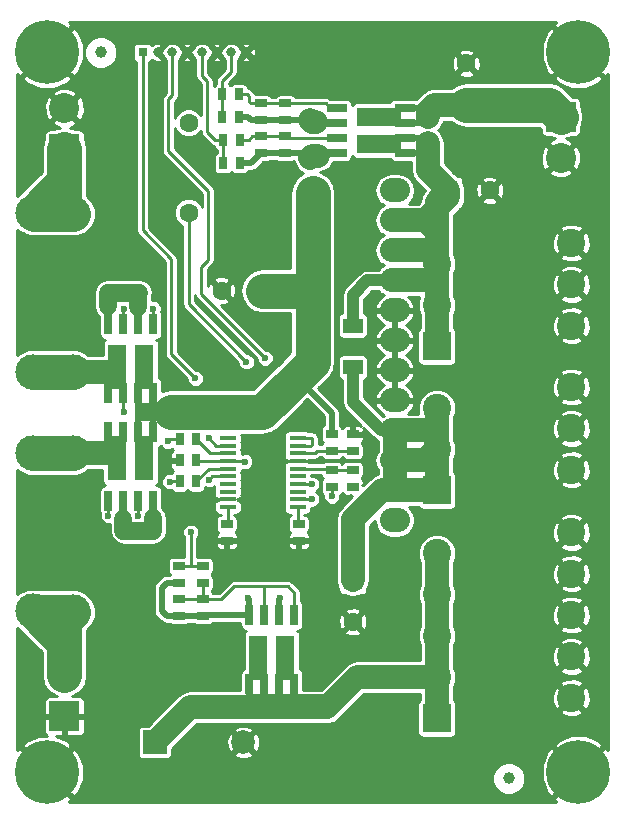
<source format=gbl>
G04 #@! TF.FileFunction,Copper,L2,Bot,Signal*
%FSLAX46Y46*%
G04 Gerber Fmt 4.6, Leading zero omitted, Abs format (unit mm)*
G04 Created by KiCad (PCBNEW 4.0.5) date 03/05/17 20:07:58*
%MOMM*%
%LPD*%
G01*
G04 APERTURE LIST*
%ADD10C,0.100000*%
%ADD11R,1.000000X0.700000*%
%ADD12R,0.700000X1.000000*%
%ADD13R,1.600000X1.600000*%
%ADD14C,1.600000*%
%ADD15R,2.000000X2.000000*%
%ADD16C,2.000000*%
%ADD17R,1.700000X1.300000*%
%ADD18C,3.000000*%
%ADD19R,0.800000X0.800000*%
%ADD20C,0.800000*%
%ADD21R,2.540000X2.540000*%
%ADD22C,2.540000*%
%ADD23C,2.400000*%
%ADD24R,2.400000X2.400000*%
%ADD25R,1.450000X0.450000*%
%ADD26O,2.540000X2.032000*%
%ADD27C,5.400000*%
%ADD28C,0.600000*%
%ADD29C,1.000000*%
%ADD30R,0.650000X1.700000*%
%ADD31R,1.650000X3.810000*%
%ADD32R,1.700000X0.650000*%
%ADD33R,3.810000X1.650000*%
%ADD34C,1.300000*%
%ADD35C,0.250000*%
%ADD36C,0.500000*%
%ADD37C,3.000000*%
%ADD38C,2.000000*%
%ADD39C,1.500000*%
%ADD40C,1.000000*%
G04 APERTURE END LIST*
D10*
D11*
X179324000Y-125160000D03*
X179324000Y-123760000D03*
D12*
X172921000Y-93188000D03*
X174321000Y-93188000D03*
D11*
X173228000Y-125160000D03*
X173228000Y-123760000D03*
X176149000Y-90930500D03*
X176149000Y-92330500D03*
D12*
X169226000Y-118364000D03*
X170626000Y-118364000D03*
D13*
X192000000Y-95500000D03*
D14*
X195500000Y-95500000D03*
D13*
X176288000Y-103983000D03*
D14*
X172788000Y-103983000D03*
D11*
X169164000Y-127316000D03*
X169164000Y-128716000D03*
D12*
X172857500Y-89314500D03*
X174257500Y-89314500D03*
D11*
X169164000Y-130110000D03*
X169164000Y-131510000D03*
X176149000Y-88136500D03*
X176149000Y-89536500D03*
D15*
X167132000Y-142240000D03*
D16*
X174632000Y-142240000D03*
D13*
X193500000Y-88250000D03*
D14*
X193500000Y-84750000D03*
D13*
X183896000Y-128524000D03*
D14*
X183896000Y-132024000D03*
D17*
X183896000Y-106962000D03*
X183896000Y-110462000D03*
D18*
X160196000Y-117730000D03*
X156796000Y-117730000D03*
X160196000Y-131200000D03*
X156796000Y-131130000D03*
X156796000Y-110870000D03*
X160196000Y-110870000D03*
X156796000Y-97400000D03*
X160196000Y-97470000D03*
D19*
X166116000Y-83820000D03*
D20*
X167366000Y-83820000D03*
X168616000Y-83820000D03*
X169866000Y-83820000D03*
X171116000Y-83820000D03*
X172366000Y-83820000D03*
X173616000Y-83820000D03*
X174866000Y-83820000D03*
D21*
X159488000Y-140030060D03*
D22*
X159488000Y-136529940D03*
D21*
X159488000Y-92030060D03*
D22*
X159488000Y-88529940D03*
D23*
X202408000Y-99962000D03*
X202408000Y-106962000D03*
D24*
X191008000Y-108712000D03*
D23*
X191008000Y-105212000D03*
X202408000Y-103462000D03*
X191008000Y-101712000D03*
X202408000Y-124458000D03*
X191008000Y-126208000D03*
X202408000Y-127958000D03*
X191008000Y-129708000D03*
X202408000Y-131458000D03*
X202408000Y-138458000D03*
D24*
X191008000Y-140208000D03*
D23*
X191008000Y-136708000D03*
X202408000Y-134958000D03*
X191008000Y-133208000D03*
D21*
X201500000Y-89249940D03*
D22*
X201500000Y-92750060D03*
D23*
X202408000Y-112154000D03*
X202408000Y-119154000D03*
D24*
X191008000Y-120904000D03*
D23*
X191008000Y-117404000D03*
X202408000Y-115654000D03*
X191008000Y-113904000D03*
D12*
X169226000Y-116586000D03*
X170626000Y-116586000D03*
X169226000Y-120142000D03*
X170626000Y-120142000D03*
X172921000Y-91219500D03*
X174321000Y-91219500D03*
D11*
X178181000Y-90930500D03*
X178181000Y-92330500D03*
X182118000Y-119188000D03*
X182118000Y-120588000D03*
X182118000Y-117540000D03*
X182118000Y-116140000D03*
X183896000Y-119188000D03*
X183896000Y-120588000D03*
X183896000Y-117540000D03*
X183896000Y-116140000D03*
X171196000Y-127316000D03*
X171196000Y-128716000D03*
D12*
X172857500Y-87346000D03*
X174257500Y-87346000D03*
D11*
X171196000Y-130110000D03*
X171196000Y-131510000D03*
X178181000Y-88136500D03*
X178181000Y-89536500D03*
D25*
X179226000Y-116455000D03*
X179226000Y-117105000D03*
X179226000Y-117755000D03*
X179226000Y-118405000D03*
X179226000Y-119055000D03*
X179226000Y-119705000D03*
X179226000Y-120355000D03*
X179226000Y-121005000D03*
X179226000Y-121655000D03*
X179226000Y-122305000D03*
X173326000Y-122305000D03*
X173326000Y-121655000D03*
X173326000Y-121005000D03*
X173326000Y-120355000D03*
X173326000Y-119705000D03*
X173326000Y-119055000D03*
X173326000Y-118405000D03*
X173326000Y-117755000D03*
X173326000Y-117105000D03*
X173326000Y-116455000D03*
D26*
X187452000Y-98044000D03*
X187452000Y-100584000D03*
X187452000Y-95504000D03*
X187452000Y-103124000D03*
X187452000Y-105664000D03*
X187452000Y-108204000D03*
X187452000Y-110744000D03*
X187452000Y-113284000D03*
X187452000Y-115824000D03*
X187452000Y-118364000D03*
X187452000Y-120904000D03*
X187452000Y-123444000D03*
D27*
X203000000Y-83750000D03*
D28*
X205025000Y-83750000D03*
X204431891Y-85181891D03*
X203000000Y-85775000D03*
X201568109Y-85181891D03*
X200975000Y-83750000D03*
X201568109Y-82318109D03*
X203000000Y-81725000D03*
X204431891Y-82318109D03*
D27*
X157988000Y-144780000D03*
D28*
X160013000Y-144780000D03*
X159419891Y-146211891D03*
X157988000Y-146805000D03*
X156556109Y-146211891D03*
X155963000Y-144780000D03*
X156556109Y-143348109D03*
X157988000Y-142755000D03*
X159419891Y-143348109D03*
D27*
X203000000Y-144750000D03*
D28*
X205025000Y-144750000D03*
X204431891Y-146181891D03*
X203000000Y-146775000D03*
X201568109Y-146181891D03*
X200975000Y-144750000D03*
X201568109Y-143318109D03*
X203000000Y-142725000D03*
X204431891Y-143318109D03*
D27*
X158000000Y-83750000D03*
D28*
X160025000Y-83750000D03*
X159431891Y-85181891D03*
X158000000Y-85775000D03*
X156568109Y-85181891D03*
X155975000Y-83750000D03*
X156568109Y-82318109D03*
X158000000Y-81725000D03*
X159431891Y-82318109D03*
D29*
X197104000Y-145288000D03*
X162560000Y-83820000D03*
D30*
X167005000Y-121757000D03*
X165735000Y-121757000D03*
X164465000Y-121757000D03*
X163195000Y-121757000D03*
X163195000Y-115987000D03*
X164465000Y-115987000D03*
X165735000Y-115987000D03*
X167005000Y-115987000D03*
D31*
X166230000Y-118192000D03*
X163960000Y-118192000D03*
D30*
X163195000Y-106843000D03*
X164465000Y-106843000D03*
X165735000Y-106843000D03*
X167005000Y-106843000D03*
X167005000Y-112613000D03*
X165735000Y-112613000D03*
X164465000Y-112613000D03*
X163195000Y-112613000D03*
D31*
X163970000Y-110408000D03*
X166240000Y-110408000D03*
D30*
X175133000Y-131481000D03*
X176403000Y-131481000D03*
X177673000Y-131481000D03*
X178943000Y-131481000D03*
X178943000Y-137251000D03*
X177673000Y-137251000D03*
X176403000Y-137251000D03*
X175133000Y-137251000D03*
D31*
X175908000Y-135046000D03*
X178178000Y-135046000D03*
D32*
X182535000Y-92329000D03*
X182535000Y-91059000D03*
X182535000Y-89789000D03*
X182535000Y-88519000D03*
X188305000Y-88519000D03*
X188305000Y-89789000D03*
X188305000Y-91059000D03*
X188305000Y-92329000D03*
D33*
X186100000Y-91554000D03*
X186100000Y-89284000D03*
D14*
X169988000Y-89780000D03*
X169988000Y-97380000D03*
D28*
X182130000Y-121382000D03*
D34*
X180500000Y-95750000D03*
X180288500Y-92743500D03*
X180500000Y-97950500D03*
X180288500Y-89568500D03*
X176250000Y-114250000D03*
X174750000Y-114250000D03*
D28*
X174764000Y-118461000D03*
X177750000Y-130000000D03*
X175000000Y-130000000D03*
X174891000Y-110015500D03*
X180415500Y-121636000D03*
X168250000Y-118500000D03*
X170192000Y-124430000D03*
X170573000Y-111412500D03*
X168400000Y-120150000D03*
X164500000Y-114250000D03*
X168250000Y-116750000D03*
X180415500Y-120366000D03*
X176478500Y-109698000D03*
X163207000Y-123033000D03*
X171716000Y-119985000D03*
X165747000Y-123033000D03*
X167000000Y-105500000D03*
X164500000Y-105500000D03*
X171750000Y-116500000D03*
D35*
X182118000Y-120588000D02*
X182118000Y-121370000D01*
X182118000Y-121370000D02*
X182130000Y-121382000D01*
D36*
X182118000Y-116140000D02*
X182118000Y-114321500D01*
X182118000Y-114321500D02*
X179148250Y-111351750D01*
X169164000Y-131510000D02*
X168128000Y-131510000D01*
X168128500Y-128716000D02*
X169164000Y-128716000D01*
X167715500Y-129129000D02*
X168128500Y-128716000D01*
X167715500Y-131097500D02*
X167715500Y-129129000D01*
X168128000Y-131510000D02*
X167715500Y-131097500D01*
X169164000Y-131510000D02*
X171196000Y-131510000D01*
X171196000Y-131510000D02*
X171225000Y-131481000D01*
X171225000Y-131481000D02*
X175133000Y-131481000D01*
X174257500Y-89314500D02*
X175018000Y-89314500D01*
X175240000Y-89536500D02*
X176149000Y-89536500D01*
X175018000Y-89314500D02*
X175240000Y-89536500D01*
X176149000Y-89536500D02*
X178181000Y-89536500D01*
X178181000Y-89536500D02*
X180256500Y-89536500D01*
X180256500Y-89536500D02*
X180288500Y-89568500D01*
X174321000Y-93188000D02*
X175291500Y-93188000D01*
X175291500Y-93188000D02*
X176149000Y-92330500D01*
X176149000Y-92330500D02*
X178181000Y-92330500D01*
X178181000Y-92330500D02*
X179875500Y-92330500D01*
X179875500Y-92330500D02*
X180288500Y-92743500D01*
D35*
X179875500Y-92330500D02*
X180288500Y-92743500D01*
X180256500Y-89536500D02*
X180288500Y-89568500D01*
D37*
X180500000Y-97950500D02*
X180500000Y-95750000D01*
D36*
X181147500Y-92329000D02*
X182535000Y-92329000D01*
X180923500Y-92553000D02*
X181147500Y-92329000D01*
D38*
X180479000Y-92553000D02*
X180923500Y-92553000D01*
X180288500Y-92743500D02*
X180479000Y-92553000D01*
D36*
X182535000Y-89789000D02*
X180890000Y-89789000D01*
X180796500Y-89695500D02*
X180890000Y-89789000D01*
D38*
X180415500Y-89695500D02*
X180796500Y-89695500D01*
X180288500Y-89568500D02*
X180415500Y-89695500D01*
D37*
X176288000Y-103983000D02*
X180500000Y-103983000D01*
X180500000Y-103983000D02*
X180352000Y-103983000D01*
X180352000Y-103983000D02*
X180500000Y-103983000D01*
D35*
X173326000Y-118405000D02*
X174708000Y-118405000D01*
X174708000Y-118405000D02*
X174764000Y-118461000D01*
X173326000Y-118405000D02*
X170667000Y-118405000D01*
X170667000Y-118405000D02*
X170626000Y-118364000D01*
D36*
X177673000Y-130077000D02*
X177750000Y-130000000D01*
X177673000Y-130077000D02*
X177673000Y-131481000D01*
X175133000Y-130133000D02*
X175000000Y-130000000D01*
X175133000Y-131481000D02*
X175133000Y-130133000D01*
D37*
X168500000Y-114250000D02*
X174750000Y-114250000D01*
X174750000Y-114250000D02*
X176250000Y-114250000D01*
D39*
X166250000Y-114250000D02*
X168500000Y-114250000D01*
D37*
X180500000Y-110000000D02*
X180500000Y-103983000D01*
X180500000Y-103983000D02*
X180500000Y-97950500D01*
X176250000Y-114250000D02*
X179148250Y-111351750D01*
X179148250Y-111351750D02*
X180500000Y-110000000D01*
D36*
X167005000Y-112613000D02*
X167005000Y-115987000D01*
X165735000Y-112613000D02*
X165735000Y-115987000D01*
D35*
X179226000Y-121655000D02*
X180396500Y-121655000D01*
X169988000Y-105112500D02*
X169988000Y-97380000D01*
X174891000Y-110015500D02*
X169988000Y-105112500D01*
X180396500Y-121655000D02*
X180415500Y-121636000D01*
X179226000Y-118405000D02*
X180509600Y-118405000D01*
X180509600Y-118405000D02*
X180517100Y-118397500D01*
X173326000Y-121655000D02*
X172154100Y-121655000D01*
X172160400Y-121648700D02*
X172160500Y-121648700D01*
X172154100Y-121655000D02*
X172160400Y-121648700D01*
X169226000Y-118364000D02*
X168386000Y-118364000D01*
X168386000Y-118364000D02*
X168250000Y-118500000D01*
X179226000Y-122305000D02*
X179226000Y-123662000D01*
X179226000Y-123662000D02*
X179324000Y-123760000D01*
X172921000Y-91219500D02*
X172224000Y-91219500D01*
X171116000Y-85793500D02*
X171116000Y-83820000D01*
X171589000Y-86266500D02*
X171116000Y-85793500D01*
X171589000Y-90584500D02*
X171589000Y-86266500D01*
X172224000Y-91219500D02*
X171589000Y-90584500D01*
X172921000Y-93188000D02*
X172921000Y-91219500D01*
X173326000Y-122305000D02*
X173326000Y-123662000D01*
X173326000Y-123662000D02*
X173228000Y-123760000D01*
X176149000Y-90930500D02*
X175370500Y-90930500D01*
X175081500Y-91219500D02*
X174321000Y-91219500D01*
X175370500Y-90930500D02*
X175081500Y-91219500D01*
X178181000Y-90930500D02*
X176149000Y-90930500D01*
X182535000Y-91059000D02*
X178309500Y-91059000D01*
X178309500Y-91059000D02*
X178181000Y-90930500D01*
D40*
X183896000Y-106962000D02*
X183896000Y-104354000D01*
X185126000Y-103124000D02*
X187452000Y-103124000D01*
X183896000Y-104354000D02*
X185126000Y-103124000D01*
D38*
X191008000Y-99008000D02*
X191008000Y-96492000D01*
X191008000Y-96492000D02*
X192000000Y-95500000D01*
X192000000Y-95500000D02*
X192000000Y-96088000D01*
X192000000Y-96088000D02*
X190044000Y-98044000D01*
X190250000Y-92750000D02*
X190250000Y-93750000D01*
X190250000Y-93750000D02*
X192000000Y-95500000D01*
D36*
X188305000Y-92329000D02*
X189829000Y-92329000D01*
X189829000Y-92329000D02*
X190250000Y-92750000D01*
X188305000Y-91059000D02*
X189809000Y-91059000D01*
D38*
X190250000Y-92750000D02*
X190250000Y-91500000D01*
D36*
X189809000Y-91059000D02*
X190250000Y-91500000D01*
D38*
X187452000Y-100584000D02*
X191008000Y-100584000D01*
X191008000Y-100584000D02*
X191000000Y-100576000D01*
X191000000Y-100576000D02*
X191000000Y-100250000D01*
X191000000Y-100250000D02*
X191008000Y-100250000D01*
X187452000Y-103124000D02*
X191008000Y-103124000D01*
X191000000Y-103000000D02*
X191008000Y-103000000D01*
X191000000Y-103116000D02*
X191000000Y-103000000D01*
X191008000Y-103124000D02*
X191000000Y-103116000D01*
X191008000Y-105212000D02*
X191008000Y-108712000D01*
X191008000Y-101712000D02*
X191008000Y-103000000D01*
X191008000Y-103000000D02*
X191008000Y-105212000D01*
X187452000Y-98044000D02*
X190044000Y-98044000D01*
X191008000Y-99008000D02*
X191008000Y-100250000D01*
X191008000Y-100250000D02*
X191008000Y-101712000D01*
X190044000Y-98044000D02*
X191008000Y-99008000D01*
D35*
X166116000Y-83820000D02*
X166116000Y-98891000D01*
X170192000Y-124430000D02*
X170192000Y-127316000D01*
X168541000Y-109380500D02*
X170573000Y-111412500D01*
X168541000Y-101316000D02*
X168541000Y-109380500D01*
X166116000Y-98891000D02*
X168541000Y-101316000D01*
X170192000Y-127316000D02*
X170192000Y-127287500D01*
X170192000Y-127287500D02*
X170192000Y-127316000D01*
X169164000Y-127316000D02*
X170192000Y-127316000D01*
X170192000Y-127316000D02*
X171196000Y-127316000D01*
X172857500Y-87346000D02*
X172857500Y-86204500D01*
X173616000Y-85446000D02*
X173616000Y-83820000D01*
X172857500Y-86204500D02*
X173616000Y-85446000D01*
X172857500Y-89314500D02*
X172857500Y-87346000D01*
X176403000Y-131481000D02*
X176403000Y-129002000D01*
X176403000Y-129002000D02*
X176415000Y-129002000D01*
X171196000Y-130110000D02*
X172767000Y-130110000D01*
X178943000Y-129561500D02*
X178943000Y-131481000D01*
X178383500Y-129002000D02*
X178943000Y-129561500D01*
X173875000Y-129002000D02*
X176415000Y-129002000D01*
X176415000Y-129002000D02*
X178383500Y-129002000D01*
X172767000Y-130110000D02*
X173875000Y-129002000D01*
X171196000Y-128716000D02*
X171196000Y-130110000D01*
X171196000Y-130110000D02*
X169164000Y-130110000D01*
X176149000Y-88136500D02*
X175300500Y-88136500D01*
X174954500Y-87346000D02*
X174257500Y-87346000D01*
X175145000Y-87536500D02*
X174954500Y-87346000D01*
X175145000Y-87981000D02*
X175145000Y-87536500D01*
X175300500Y-88136500D02*
X175145000Y-87981000D01*
X178181000Y-88136500D02*
X176149000Y-88136500D01*
X182535000Y-88519000D02*
X181969500Y-88519000D01*
X181969500Y-88519000D02*
X181587000Y-88136500D01*
X181587000Y-88136500D02*
X178181000Y-88136500D01*
D38*
X174500000Y-139250000D02*
X181750000Y-139250000D01*
X181750000Y-139250000D02*
X181807000Y-139193000D01*
X175250000Y-139250000D02*
X174500000Y-139250000D01*
X174500000Y-139250000D02*
X170122000Y-139250000D01*
X170122000Y-139250000D02*
X167132000Y-142240000D01*
X191008000Y-136708000D02*
X184292000Y-136708000D01*
X184292000Y-136708000D02*
X181807000Y-139193000D01*
X175307000Y-139193000D02*
X175250000Y-139250000D01*
X181807000Y-139193000D02*
X175307000Y-139193000D01*
D36*
X178943000Y-137251000D02*
X178943000Y-139193000D01*
X178886000Y-139250000D02*
X177250000Y-139250000D01*
X178943000Y-139193000D02*
X178886000Y-139250000D01*
X177673000Y-137251000D02*
X177673000Y-139173000D01*
X177596000Y-139250000D02*
X177250000Y-139250000D01*
X177250000Y-139250000D02*
X176500000Y-139250000D01*
X177673000Y-139173000D02*
X177596000Y-139250000D01*
X175133000Y-137251000D02*
X175133000Y-139133000D01*
X175133000Y-139133000D02*
X175250000Y-139250000D01*
X176403000Y-139153000D02*
X176403000Y-137251000D01*
X176500000Y-139250000D02*
X176403000Y-139153000D01*
X175250000Y-139250000D02*
X176500000Y-139250000D01*
D38*
X191008000Y-136708000D02*
X191008000Y-140208000D01*
X191008000Y-133208000D02*
X191008000Y-136708000D01*
X191008000Y-129708000D02*
X191008000Y-133208000D01*
X191008000Y-126208000D02*
X191008000Y-129708000D01*
D37*
X193500000Y-88250000D02*
X200500060Y-88250000D01*
X200500060Y-88250000D02*
X201500000Y-89249940D01*
D36*
X188305000Y-89789000D02*
X189711000Y-89789000D01*
D38*
X190250000Y-88750000D02*
X190750000Y-88250000D01*
X190250000Y-88750000D02*
X190250000Y-89250000D01*
D36*
X189711000Y-89789000D02*
X190250000Y-89250000D01*
X188305000Y-88519000D02*
X190019000Y-88519000D01*
X190288000Y-88250000D02*
X190750000Y-88250000D01*
X190019000Y-88519000D02*
X190288000Y-88250000D01*
D38*
X193500000Y-88250000D02*
X190750000Y-88250000D01*
D40*
X187452000Y-115824000D02*
X186324000Y-115824000D01*
X186324000Y-115824000D02*
X183896000Y-113396000D01*
X183896000Y-113396000D02*
X183896000Y-110462000D01*
D38*
X187452000Y-120904000D02*
X187452000Y-118364000D01*
X187452000Y-118364000D02*
X190048000Y-118364000D01*
X190048000Y-118364000D02*
X191008000Y-117404000D01*
X183896000Y-128524000D02*
X183896000Y-123354000D01*
X183896000Y-123354000D02*
X186346000Y-120904000D01*
X186346000Y-120904000D02*
X187452000Y-120904000D01*
X191008000Y-117404000D02*
X191008000Y-113904000D01*
X191008000Y-117404000D02*
X191008000Y-120904000D01*
X191008000Y-120904000D02*
X187452000Y-120904000D01*
X187452000Y-118364000D02*
X187452000Y-115824000D01*
X187452000Y-115824000D02*
X190926000Y-115824000D01*
X190926000Y-115824000D02*
X191008000Y-115742000D01*
X191008000Y-113904000D02*
X191008000Y-115742000D01*
X191008000Y-115742000D02*
X191000000Y-115750000D01*
D35*
X169226000Y-120142000D02*
X168408000Y-120142000D01*
X168408000Y-120142000D02*
X168400000Y-120150000D01*
D38*
X163000000Y-117730000D02*
X160196000Y-117730000D01*
D39*
X163000000Y-117730000D02*
X163498000Y-117730000D01*
D36*
X164465000Y-115987000D02*
X164465000Y-117687000D01*
X164465000Y-117687000D02*
X163960000Y-118192000D01*
X163195000Y-115987000D02*
X163195000Y-117427000D01*
X163195000Y-117427000D02*
X163960000Y-118192000D01*
D39*
X163498000Y-117730000D02*
X163960000Y-118192000D01*
D37*
X156796000Y-117730000D02*
X160196000Y-117730000D01*
X159488000Y-136529940D02*
X159488000Y-133822000D01*
X159488000Y-133822000D02*
X156796000Y-131130000D01*
X160196000Y-131200000D02*
X156866000Y-131200000D01*
X156866000Y-131200000D02*
X156796000Y-131130000D01*
X159488000Y-136529940D02*
X159488000Y-131908000D01*
X159488000Y-131908000D02*
X160196000Y-131200000D01*
D35*
X169226000Y-116586000D02*
X168414000Y-116586000D01*
X164465000Y-114215000D02*
X164465000Y-112613000D01*
X164500000Y-114250000D02*
X164465000Y-114215000D01*
X168414000Y-116586000D02*
X168250000Y-116750000D01*
D38*
X163000000Y-110870000D02*
X160196000Y-110870000D01*
D39*
X163000000Y-110870000D02*
X163508000Y-110870000D01*
X163508000Y-110870000D02*
X163970000Y-110408000D01*
D37*
X156796000Y-110870000D02*
X160196000Y-110870000D01*
D35*
X163195000Y-112613000D02*
X163195000Y-111183000D01*
X163195000Y-111183000D02*
X163970000Y-110408000D01*
X160196000Y-110870000D02*
X160658000Y-110408000D01*
X160658000Y-110408000D02*
X163970000Y-110408000D01*
X163970000Y-110408000D02*
X164465000Y-110903000D01*
X164465000Y-110903000D02*
X164465000Y-112613000D01*
D37*
X159488000Y-92030060D02*
X159488000Y-94708000D01*
X159488000Y-94708000D02*
X156796000Y-97400000D01*
X160196000Y-97470000D02*
X156866000Y-97470000D01*
X156866000Y-97470000D02*
X156796000Y-97400000D01*
X159488000Y-92030060D02*
X159488000Y-96762000D01*
X159488000Y-96762000D02*
X160196000Y-97470000D01*
D35*
X168616000Y-83820000D02*
X168616000Y-87461500D01*
X180404500Y-120355000D02*
X179226000Y-120355000D01*
X180415500Y-120366000D02*
X180404500Y-120355000D01*
X171081000Y-104300500D02*
X176478500Y-109698000D01*
X171081000Y-101951000D02*
X171081000Y-104300500D01*
X171652500Y-101379500D02*
X171081000Y-101951000D01*
X171652500Y-95537500D02*
X171652500Y-101379500D01*
X168287000Y-92172000D02*
X171652500Y-95537500D01*
X168287000Y-87790500D02*
X168287000Y-92172000D01*
X168616000Y-87461500D02*
X168287000Y-87790500D01*
D36*
X164477000Y-121769000D02*
X164477000Y-123287000D01*
D39*
X167005000Y-123275000D02*
X167017000Y-123287000D01*
X167017000Y-123287000D02*
X167017000Y-124303000D01*
X167017000Y-124303000D02*
X164477000Y-124303000D01*
X164477000Y-124303000D02*
X164477000Y-123287000D01*
D36*
X167005000Y-123275000D02*
X167005000Y-121757000D01*
X164477000Y-121769000D02*
X164465000Y-121757000D01*
D35*
X163195000Y-123021000D02*
X163195000Y-121757000D01*
X163207000Y-123033000D02*
X163195000Y-123021000D01*
X165735000Y-121757000D02*
X165735000Y-123021000D01*
X171996000Y-119705000D02*
X173326000Y-119705000D01*
X171716000Y-119985000D02*
X171996000Y-119705000D01*
X165735000Y-123021000D02*
X165747000Y-123033000D01*
D36*
X163195000Y-106843000D02*
X163195000Y-105266400D01*
X165735000Y-105366600D02*
X165735000Y-106843000D01*
X165747000Y-105354600D02*
X165735000Y-105366600D01*
D39*
X165747000Y-104224300D02*
X165747000Y-105354600D01*
X165772400Y-104198900D02*
X165747000Y-104224300D01*
X163207000Y-104198900D02*
X165772400Y-104198900D01*
X163194300Y-104186200D02*
X163207000Y-104198900D01*
X163194300Y-105267100D02*
X163194300Y-104186200D01*
X163195000Y-105266400D02*
X163194300Y-105267100D01*
D35*
X167005000Y-106843000D02*
X167005000Y-105505000D01*
X167005000Y-105505000D02*
X167000000Y-105500000D01*
X173326000Y-117105000D02*
X172355000Y-117105000D01*
X164465000Y-105535000D02*
X164465000Y-106843000D01*
X164500000Y-105500000D02*
X164465000Y-105535000D01*
X172355000Y-117105000D02*
X171750000Y-116500000D01*
X173326000Y-117755000D02*
X171795000Y-117755000D01*
X171795000Y-117755000D02*
X170626000Y-116586000D01*
X173326000Y-119055000D02*
X171713000Y-119055000D01*
X171713000Y-119055000D02*
X170626000Y-120142000D01*
X182118000Y-119188000D02*
X183896000Y-119188000D01*
X179226000Y-119055000D02*
X181985000Y-119055000D01*
X181985000Y-119055000D02*
X182118000Y-119188000D01*
X182118000Y-117540000D02*
X183896000Y-117540000D01*
X179226000Y-117755000D02*
X180677000Y-117755000D01*
X180892000Y-117540000D02*
X182118000Y-117540000D01*
X180677000Y-117755000D02*
X180892000Y-117540000D01*
X179226000Y-116455000D02*
X180441500Y-116455000D01*
X180479000Y-117000500D02*
X180374500Y-117105000D01*
X180479000Y-116492500D02*
X180479000Y-117000500D01*
X180441500Y-116455000D02*
X180479000Y-116492500D01*
X179226000Y-117105000D02*
X180374500Y-117105000D01*
G36*
X200912314Y-81485537D02*
X201143922Y-81717145D01*
X200966990Y-81893767D01*
X200735537Y-81662314D01*
X200350804Y-81979755D01*
X199875019Y-83128310D01*
X199874983Y-84371512D01*
X200350702Y-85520094D01*
X200350804Y-85520245D01*
X200735537Y-85837686D01*
X200967145Y-85606078D01*
X201143767Y-85783010D01*
X200912314Y-86014463D01*
X201229755Y-86399196D01*
X202378310Y-86874981D01*
X203621512Y-86875017D01*
X204770094Y-86399298D01*
X204770245Y-86399196D01*
X205087686Y-86014463D01*
X204856078Y-85782855D01*
X205033010Y-85606233D01*
X205264463Y-85837686D01*
X205500000Y-85643346D01*
X205500000Y-142856654D01*
X205264463Y-142662314D01*
X205032855Y-142893922D01*
X204856233Y-142716990D01*
X205087686Y-142485537D01*
X204770245Y-142100804D01*
X203621690Y-141625019D01*
X202378488Y-141624983D01*
X201229906Y-142100702D01*
X201229755Y-142100804D01*
X200912314Y-142485537D01*
X201143922Y-142717145D01*
X200966990Y-142893767D01*
X200735537Y-142662314D01*
X200350804Y-142979755D01*
X199875019Y-144128310D01*
X199874983Y-145371512D01*
X200350702Y-146520094D01*
X200350804Y-146520245D01*
X200735537Y-146837686D01*
X200967145Y-146606078D01*
X201143767Y-146783010D01*
X200912314Y-147014463D01*
X201106654Y-147250000D01*
X159906099Y-147250000D01*
X160075686Y-147044463D01*
X159844078Y-146812855D01*
X160021010Y-146636233D01*
X160252463Y-146867686D01*
X160637196Y-146550245D01*
X161045634Y-145564265D01*
X195708758Y-145564265D01*
X195920687Y-146077172D01*
X196312764Y-146469934D01*
X196825300Y-146682758D01*
X197380265Y-146683242D01*
X197893172Y-146471313D01*
X198285934Y-146079236D01*
X198498758Y-145566700D01*
X198499242Y-145011735D01*
X198287313Y-144498828D01*
X197895236Y-144106066D01*
X197382700Y-143893242D01*
X196827735Y-143892758D01*
X196314828Y-144104687D01*
X195922066Y-144496764D01*
X195709242Y-145009300D01*
X195708758Y-145564265D01*
X161045634Y-145564265D01*
X161112981Y-145401690D01*
X161113017Y-144158488D01*
X160637298Y-143009906D01*
X160637196Y-143009755D01*
X160252463Y-142692314D01*
X160020855Y-142923922D01*
X159844233Y-142746990D01*
X160075686Y-142515537D01*
X159758245Y-142130804D01*
X158778770Y-141725060D01*
X159256750Y-141725060D01*
X159363000Y-141618810D01*
X159363000Y-140155060D01*
X159613000Y-140155060D01*
X159613000Y-141618810D01*
X159719250Y-141725060D01*
X160842538Y-141725060D01*
X160998743Y-141660358D01*
X161118298Y-141540803D01*
X161183000Y-141384598D01*
X161183000Y-141240000D01*
X165698674Y-141240000D01*
X165698674Y-143240000D01*
X165728309Y-143397496D01*
X165821389Y-143542146D01*
X165963412Y-143639186D01*
X166132000Y-143673326D01*
X168132000Y-143673326D01*
X168289496Y-143643691D01*
X168434146Y-143550611D01*
X168531186Y-143408588D01*
X168557931Y-143276515D01*
X173772262Y-143276515D01*
X173882291Y-143484550D01*
X174415627Y-143676716D01*
X174981905Y-143650155D01*
X175381709Y-143484550D01*
X175491738Y-143276515D01*
X174632000Y-142416777D01*
X173772262Y-143276515D01*
X168557931Y-143276515D01*
X168565326Y-143240000D01*
X168565326Y-142821928D01*
X169363627Y-142023627D01*
X173195284Y-142023627D01*
X173221845Y-142589905D01*
X173387450Y-142989709D01*
X173595485Y-143099738D01*
X174455223Y-142240000D01*
X174808777Y-142240000D01*
X175668515Y-143099738D01*
X175876550Y-142989709D01*
X176068716Y-142456373D01*
X176042155Y-141890095D01*
X175876550Y-141490291D01*
X175668515Y-141380262D01*
X174808777Y-142240000D01*
X174455223Y-142240000D01*
X173595485Y-141380262D01*
X173387450Y-141490291D01*
X173195284Y-142023627D01*
X169363627Y-142023627D01*
X170183769Y-141203485D01*
X173772262Y-141203485D01*
X174632000Y-142063223D01*
X175491738Y-141203485D01*
X175381709Y-140995450D01*
X174848373Y-140803284D01*
X174282095Y-140829845D01*
X173882291Y-140995450D01*
X173772262Y-141203485D01*
X170183769Y-141203485D01*
X170712254Y-140675000D01*
X181750000Y-140675000D01*
X182295324Y-140566528D01*
X182757627Y-140257627D01*
X184882254Y-138133000D01*
X189583000Y-138133000D01*
X189583000Y-138647747D01*
X189505854Y-138697389D01*
X189408814Y-138839412D01*
X189374674Y-139008000D01*
X189374674Y-141408000D01*
X189404309Y-141565496D01*
X189497389Y-141710146D01*
X189639412Y-141807186D01*
X189808000Y-141841326D01*
X192208000Y-141841326D01*
X192365496Y-141811691D01*
X192510146Y-141718611D01*
X192607186Y-141576588D01*
X192641326Y-141408000D01*
X192641326Y-139639249D01*
X201403527Y-139639249D01*
X201538039Y-139868061D01*
X202143868Y-140093646D01*
X202789908Y-140070219D01*
X203277961Y-139868061D01*
X203412473Y-139639249D01*
X202408000Y-138634777D01*
X201403527Y-139639249D01*
X192641326Y-139639249D01*
X192641326Y-139008000D01*
X192611691Y-138850504D01*
X192518611Y-138705854D01*
X192433000Y-138647359D01*
X192433000Y-138193868D01*
X200772354Y-138193868D01*
X200795781Y-138839908D01*
X200997939Y-139327961D01*
X201226751Y-139462473D01*
X202231223Y-138458000D01*
X202584777Y-138458000D01*
X203589249Y-139462473D01*
X203818061Y-139327961D01*
X204043646Y-138722132D01*
X204020219Y-138076092D01*
X203818061Y-137588039D01*
X203589249Y-137453527D01*
X202584777Y-138458000D01*
X202231223Y-138458000D01*
X201226751Y-137453527D01*
X200997939Y-137588039D01*
X200772354Y-138193868D01*
X192433000Y-138193868D01*
X192433000Y-137513625D01*
X192531358Y-137276751D01*
X201403527Y-137276751D01*
X202408000Y-138281223D01*
X203412473Y-137276751D01*
X203277961Y-137047939D01*
X202672132Y-136822354D01*
X202026092Y-136845781D01*
X201538039Y-137047939D01*
X201403527Y-137276751D01*
X192531358Y-137276751D01*
X192632718Y-137032651D01*
X192633282Y-136386186D01*
X192531250Y-136139249D01*
X201403527Y-136139249D01*
X201538039Y-136368061D01*
X202143868Y-136593646D01*
X202789908Y-136570219D01*
X203277961Y-136368061D01*
X203412473Y-136139249D01*
X202408000Y-135134777D01*
X201403527Y-136139249D01*
X192531250Y-136139249D01*
X192433000Y-135901466D01*
X192433000Y-134693868D01*
X200772354Y-134693868D01*
X200795781Y-135339908D01*
X200997939Y-135827961D01*
X201226751Y-135962473D01*
X202231223Y-134958000D01*
X202584777Y-134958000D01*
X203589249Y-135962473D01*
X203818061Y-135827961D01*
X204043646Y-135222132D01*
X204020219Y-134576092D01*
X203818061Y-134088039D01*
X203589249Y-133953527D01*
X202584777Y-134958000D01*
X202231223Y-134958000D01*
X201226751Y-133953527D01*
X200997939Y-134088039D01*
X200772354Y-134693868D01*
X192433000Y-134693868D01*
X192433000Y-134013625D01*
X192531358Y-133776751D01*
X201403527Y-133776751D01*
X202408000Y-134781223D01*
X203412473Y-133776751D01*
X203277961Y-133547939D01*
X202672132Y-133322354D01*
X202026092Y-133345781D01*
X201538039Y-133547939D01*
X201403527Y-133776751D01*
X192531358Y-133776751D01*
X192632718Y-133532651D01*
X192633282Y-132886186D01*
X192531250Y-132639249D01*
X201403527Y-132639249D01*
X201538039Y-132868061D01*
X202143868Y-133093646D01*
X202789908Y-133070219D01*
X203277961Y-132868061D01*
X203412473Y-132639249D01*
X202408000Y-131634777D01*
X201403527Y-132639249D01*
X192531250Y-132639249D01*
X192433000Y-132401466D01*
X192433000Y-131193868D01*
X200772354Y-131193868D01*
X200795781Y-131839908D01*
X200997939Y-132327961D01*
X201226751Y-132462473D01*
X202231223Y-131458000D01*
X202584777Y-131458000D01*
X203589249Y-132462473D01*
X203818061Y-132327961D01*
X204043646Y-131722132D01*
X204020219Y-131076092D01*
X203818061Y-130588039D01*
X203589249Y-130453527D01*
X202584777Y-131458000D01*
X202231223Y-131458000D01*
X201226751Y-130453527D01*
X200997939Y-130588039D01*
X200772354Y-131193868D01*
X192433000Y-131193868D01*
X192433000Y-130513625D01*
X192531358Y-130276751D01*
X201403527Y-130276751D01*
X202408000Y-131281223D01*
X203412473Y-130276751D01*
X203277961Y-130047939D01*
X202672132Y-129822354D01*
X202026092Y-129845781D01*
X201538039Y-130047939D01*
X201403527Y-130276751D01*
X192531358Y-130276751D01*
X192632718Y-130032651D01*
X192633282Y-129386186D01*
X192531250Y-129139249D01*
X201403527Y-129139249D01*
X201538039Y-129368061D01*
X202143868Y-129593646D01*
X202789908Y-129570219D01*
X203277961Y-129368061D01*
X203412473Y-129139249D01*
X202408000Y-128134777D01*
X201403527Y-129139249D01*
X192531250Y-129139249D01*
X192433000Y-128901466D01*
X192433000Y-127693868D01*
X200772354Y-127693868D01*
X200795781Y-128339908D01*
X200997939Y-128827961D01*
X201226751Y-128962473D01*
X202231223Y-127958000D01*
X202584777Y-127958000D01*
X203589249Y-128962473D01*
X203818061Y-128827961D01*
X204043646Y-128222132D01*
X204020219Y-127576092D01*
X203818061Y-127088039D01*
X203589249Y-126953527D01*
X202584777Y-127958000D01*
X202231223Y-127958000D01*
X201226751Y-126953527D01*
X200997939Y-127088039D01*
X200772354Y-127693868D01*
X192433000Y-127693868D01*
X192433000Y-127013625D01*
X192531358Y-126776751D01*
X201403527Y-126776751D01*
X202408000Y-127781223D01*
X203412473Y-126776751D01*
X203277961Y-126547939D01*
X202672132Y-126322354D01*
X202026092Y-126345781D01*
X201538039Y-126547939D01*
X201403527Y-126776751D01*
X192531358Y-126776751D01*
X192632718Y-126532651D01*
X192633282Y-125886186D01*
X192531250Y-125639249D01*
X201403527Y-125639249D01*
X201538039Y-125868061D01*
X202143868Y-126093646D01*
X202789908Y-126070219D01*
X203277961Y-125868061D01*
X203412473Y-125639249D01*
X202408000Y-124634777D01*
X201403527Y-125639249D01*
X192531250Y-125639249D01*
X192386412Y-125288714D01*
X191929691Y-124831195D01*
X191332651Y-124583282D01*
X190686186Y-124582718D01*
X190088714Y-124829588D01*
X189631195Y-125286309D01*
X189383282Y-125883349D01*
X189382718Y-126529814D01*
X189583000Y-127014534D01*
X189583000Y-128902375D01*
X189383282Y-129383349D01*
X189382718Y-130029814D01*
X189583000Y-130514534D01*
X189583000Y-132402375D01*
X189383282Y-132883349D01*
X189382718Y-133529814D01*
X189583000Y-134014534D01*
X189583000Y-135283000D01*
X184292000Y-135283000D01*
X183746676Y-135391472D01*
X183284373Y-135700373D01*
X181216746Y-137768000D01*
X179701326Y-137768000D01*
X179701326Y-136401000D01*
X179671691Y-136243504D01*
X179578611Y-136098854D01*
X179436588Y-136001814D01*
X179436326Y-136001761D01*
X179436326Y-133141000D01*
X179406691Y-132983504D01*
X179362987Y-132915585D01*
X183181191Y-132915585D01*
X183266670Y-133102862D01*
X183727437Y-133261573D01*
X184213867Y-133231874D01*
X184525330Y-133102862D01*
X184610809Y-132915585D01*
X183896000Y-132200777D01*
X183181191Y-132915585D01*
X179362987Y-132915585D01*
X179313611Y-132838854D01*
X179204535Y-132764326D01*
X179268000Y-132764326D01*
X179425496Y-132734691D01*
X179570146Y-132641611D01*
X179667186Y-132499588D01*
X179701326Y-132331000D01*
X179701326Y-131855437D01*
X182658427Y-131855437D01*
X182688126Y-132341867D01*
X182817138Y-132653330D01*
X183004415Y-132738809D01*
X183719223Y-132024000D01*
X184072777Y-132024000D01*
X184787585Y-132738809D01*
X184974862Y-132653330D01*
X185133573Y-132192563D01*
X185103874Y-131706133D01*
X184974862Y-131394670D01*
X184787585Y-131309191D01*
X184072777Y-132024000D01*
X183719223Y-132024000D01*
X183004415Y-131309191D01*
X182817138Y-131394670D01*
X182658427Y-131855437D01*
X179701326Y-131855437D01*
X179701326Y-131132415D01*
X183181191Y-131132415D01*
X183896000Y-131847223D01*
X184610809Y-131132415D01*
X184525330Y-130945138D01*
X184064563Y-130786427D01*
X183578133Y-130816126D01*
X183266670Y-130945138D01*
X183181191Y-131132415D01*
X179701326Y-131132415D01*
X179701326Y-130631000D01*
X179671691Y-130473504D01*
X179578611Y-130328854D01*
X179493000Y-130270359D01*
X179493000Y-129561500D01*
X179451134Y-129351024D01*
X179331909Y-129172591D01*
X179331906Y-129172589D01*
X178772409Y-128613091D01*
X178593976Y-128493866D01*
X178383500Y-128452000D01*
X173875005Y-128452000D01*
X173875000Y-128451999D01*
X173664524Y-128493866D01*
X173486091Y-128613091D01*
X173486089Y-128613094D01*
X172539182Y-129560000D01*
X172072340Y-129560000D01*
X172006611Y-129457854D01*
X171941271Y-129413209D01*
X171998146Y-129376611D01*
X172095186Y-129234588D01*
X172129326Y-129066000D01*
X172129326Y-128366000D01*
X172099691Y-128208504D01*
X172006611Y-128063854D01*
X171936749Y-128016119D01*
X171998146Y-127976611D01*
X172095186Y-127834588D01*
X172129326Y-127666000D01*
X172129326Y-126966000D01*
X172099691Y-126808504D01*
X172006611Y-126663854D01*
X171864588Y-126566814D01*
X171696000Y-126532674D01*
X170742000Y-126532674D01*
X170742000Y-125391250D01*
X172303000Y-125391250D01*
X172303000Y-125594538D01*
X172367702Y-125750743D01*
X172487257Y-125870298D01*
X172643462Y-125935000D01*
X172996750Y-125935000D01*
X173103000Y-125828750D01*
X173103000Y-125285000D01*
X173353000Y-125285000D01*
X173353000Y-125828750D01*
X173459250Y-125935000D01*
X173812538Y-125935000D01*
X173968743Y-125870298D01*
X174088298Y-125750743D01*
X174153000Y-125594538D01*
X174153000Y-125391250D01*
X178399000Y-125391250D01*
X178399000Y-125594538D01*
X178463702Y-125750743D01*
X178583257Y-125870298D01*
X178739462Y-125935000D01*
X179092750Y-125935000D01*
X179199000Y-125828750D01*
X179199000Y-125285000D01*
X179449000Y-125285000D01*
X179449000Y-125828750D01*
X179555250Y-125935000D01*
X179908538Y-125935000D01*
X180064743Y-125870298D01*
X180184298Y-125750743D01*
X180249000Y-125594538D01*
X180249000Y-125391250D01*
X180142750Y-125285000D01*
X179449000Y-125285000D01*
X179199000Y-125285000D01*
X178505250Y-125285000D01*
X178399000Y-125391250D01*
X174153000Y-125391250D01*
X174046750Y-125285000D01*
X173353000Y-125285000D01*
X173103000Y-125285000D01*
X172409250Y-125285000D01*
X172303000Y-125391250D01*
X170742000Y-125391250D01*
X170742000Y-124905371D01*
X170806267Y-124841216D01*
X170916874Y-124574844D01*
X170917126Y-124286421D01*
X170806984Y-124019857D01*
X170603216Y-123815733D01*
X170336844Y-123705126D01*
X170048421Y-123704874D01*
X169781857Y-123815016D01*
X169577733Y-124018784D01*
X169467126Y-124285156D01*
X169466874Y-124573579D01*
X169577016Y-124840143D01*
X169642000Y-124905241D01*
X169642000Y-126532674D01*
X168664000Y-126532674D01*
X168506504Y-126562309D01*
X168361854Y-126655389D01*
X168264814Y-126797412D01*
X168230674Y-126966000D01*
X168230674Y-127666000D01*
X168260309Y-127823496D01*
X168353389Y-127968146D01*
X168423251Y-128015881D01*
X168384215Y-128041000D01*
X168128500Y-128041000D01*
X167870188Y-128092381D01*
X167651203Y-128238703D01*
X167238203Y-128651703D01*
X167091881Y-128870688D01*
X167091881Y-128870689D01*
X167040500Y-129129000D01*
X167040500Y-131097500D01*
X167091881Y-131355812D01*
X167238203Y-131574797D01*
X167650703Y-131987297D01*
X167869688Y-132133619D01*
X168128000Y-132185000D01*
X168386837Y-132185000D01*
X168495412Y-132259186D01*
X168664000Y-132293326D01*
X169664000Y-132293326D01*
X169821496Y-132263691D01*
X169943785Y-132185000D01*
X170418837Y-132185000D01*
X170527412Y-132259186D01*
X170696000Y-132293326D01*
X171696000Y-132293326D01*
X171853496Y-132263691D01*
X171998146Y-132170611D01*
X172008129Y-132156000D01*
X174374674Y-132156000D01*
X174374674Y-132331000D01*
X174404309Y-132488496D01*
X174497389Y-132633146D01*
X174639412Y-132730186D01*
X174808000Y-132764326D01*
X174883519Y-132764326D01*
X174780854Y-132830389D01*
X174683814Y-132972412D01*
X174649674Y-133141000D01*
X174649674Y-135997843D01*
X174505854Y-136090389D01*
X174408814Y-136232412D01*
X174374674Y-136401000D01*
X174374674Y-137825000D01*
X170122000Y-137825000D01*
X169576676Y-137933472D01*
X169199680Y-138185373D01*
X169114373Y-138242373D01*
X166550072Y-140806674D01*
X166132000Y-140806674D01*
X165974504Y-140836309D01*
X165829854Y-140929389D01*
X165732814Y-141071412D01*
X165698674Y-141240000D01*
X161183000Y-141240000D01*
X161183000Y-140261310D01*
X161076750Y-140155060D01*
X159613000Y-140155060D01*
X159363000Y-140155060D01*
X157899250Y-140155060D01*
X157793000Y-140261310D01*
X157793000Y-141384598D01*
X157857702Y-141540803D01*
X157971900Y-141655001D01*
X157366488Y-141654983D01*
X156217906Y-142130702D01*
X156217755Y-142130804D01*
X155900314Y-142515537D01*
X156131922Y-142747145D01*
X155954990Y-142923767D01*
X155723537Y-142692314D01*
X155500000Y-142876753D01*
X155500000Y-132556476D01*
X155704151Y-132760984D01*
X155704957Y-132761319D01*
X157563000Y-134619361D01*
X157563000Y-136529940D01*
X157709532Y-137266606D01*
X158126819Y-137891121D01*
X158751334Y-138308408D01*
X158885323Y-138335060D01*
X158133462Y-138335060D01*
X157977257Y-138399762D01*
X157857702Y-138519317D01*
X157793000Y-138675522D01*
X157793000Y-139798810D01*
X157899250Y-139905060D01*
X159363000Y-139905060D01*
X159363000Y-139885060D01*
X159613000Y-139885060D01*
X159613000Y-139905060D01*
X161076750Y-139905060D01*
X161183000Y-139798810D01*
X161183000Y-138675522D01*
X161118298Y-138519317D01*
X160998743Y-138399762D01*
X160842538Y-138335060D01*
X160090677Y-138335060D01*
X160224666Y-138308408D01*
X160849181Y-137891121D01*
X161266468Y-137266606D01*
X161413000Y-136529940D01*
X161413000Y-133822005D01*
X161413001Y-133822000D01*
X161413000Y-133821995D01*
X161413000Y-132705361D01*
X161556565Y-132561796D01*
X161826984Y-132291849D01*
X162120665Y-131584586D01*
X162121333Y-130818774D01*
X161828887Y-130111000D01*
X161287849Y-129569016D01*
X160580586Y-129275335D01*
X159814774Y-129274667D01*
X159813968Y-129275000D01*
X157348358Y-129275000D01*
X157180586Y-129205335D01*
X156796003Y-129205000D01*
X156796000Y-129204999D01*
X156795997Y-129205000D01*
X156414774Y-129204667D01*
X155707000Y-129497113D01*
X155500000Y-129703752D01*
X155500000Y-119156476D01*
X155704151Y-119360984D01*
X156411414Y-119654665D01*
X157177226Y-119655333D01*
X157178032Y-119655000D01*
X160195466Y-119655000D01*
X160577226Y-119655333D01*
X161285000Y-119362887D01*
X161493250Y-119155000D01*
X162701674Y-119155000D01*
X162701674Y-120097000D01*
X162731309Y-120254496D01*
X162824389Y-120399146D01*
X162933465Y-120473674D01*
X162870000Y-120473674D01*
X162712504Y-120503309D01*
X162567854Y-120596389D01*
X162470814Y-120738412D01*
X162436674Y-120907000D01*
X162436674Y-122607000D01*
X162466309Y-122764496D01*
X162507132Y-122827936D01*
X162482126Y-122888156D01*
X162481874Y-123176579D01*
X162592016Y-123443143D01*
X162795784Y-123647267D01*
X163062156Y-123757874D01*
X163302000Y-123758084D01*
X163302000Y-124303000D01*
X163391442Y-124752653D01*
X163646150Y-125133850D01*
X164027347Y-125388558D01*
X164477000Y-125478000D01*
X167017000Y-125478000D01*
X167466653Y-125388558D01*
X167847850Y-125133850D01*
X168102558Y-124752653D01*
X168192000Y-124303000D01*
X168192000Y-123287000D01*
X168102558Y-122837347D01*
X167959240Y-122622857D01*
X167847851Y-122456150D01*
X167835850Y-122444150D01*
X167763326Y-122395691D01*
X167763326Y-120907000D01*
X167733691Y-120749504D01*
X167640611Y-120604854D01*
X167498588Y-120507814D01*
X167330000Y-120473674D01*
X167254481Y-120473674D01*
X167357146Y-120407611D01*
X167454186Y-120265588D01*
X167488326Y-120097000D01*
X167488326Y-117240157D01*
X167630323Y-117148784D01*
X167635016Y-117160143D01*
X167838784Y-117364267D01*
X168105156Y-117474874D01*
X168393579Y-117475126D01*
X168579972Y-117398110D01*
X168697051Y-117478106D01*
X168635257Y-117503702D01*
X168515702Y-117623257D01*
X168451000Y-117779462D01*
X168451000Y-118132750D01*
X168557250Y-118239000D01*
X169101000Y-118239000D01*
X169101000Y-118219000D01*
X169351000Y-118219000D01*
X169351000Y-118239000D01*
X169371000Y-118239000D01*
X169371000Y-118489000D01*
X169351000Y-118489000D01*
X169351000Y-118509000D01*
X169101000Y-118509000D01*
X169101000Y-118489000D01*
X168557250Y-118489000D01*
X168451000Y-118595250D01*
X168451000Y-118948538D01*
X168515702Y-119104743D01*
X168635257Y-119224298D01*
X168699150Y-119250763D01*
X168573854Y-119331389D01*
X168509827Y-119425095D01*
X168256421Y-119424874D01*
X167989857Y-119535016D01*
X167785733Y-119738784D01*
X167675126Y-120005156D01*
X167674874Y-120293579D01*
X167785016Y-120560143D01*
X167988784Y-120764267D01*
X168255156Y-120874874D01*
X168520963Y-120875106D01*
X168565389Y-120944146D01*
X168707412Y-121041186D01*
X168876000Y-121075326D01*
X169576000Y-121075326D01*
X169733496Y-121045691D01*
X169878146Y-120952611D01*
X169925881Y-120882749D01*
X169965389Y-120944146D01*
X170107412Y-121041186D01*
X170276000Y-121075326D01*
X170976000Y-121075326D01*
X171133496Y-121045691D01*
X171278146Y-120952611D01*
X171375186Y-120810588D01*
X171409200Y-120642624D01*
X171571156Y-120709874D01*
X171859579Y-120710126D01*
X172126143Y-120599984D01*
X172167674Y-120558525D01*
X172167674Y-120580000D01*
X172187181Y-120683671D01*
X172167674Y-120780000D01*
X172167674Y-121230000D01*
X172185214Y-121323217D01*
X172176000Y-121345462D01*
X172176000Y-121436250D01*
X172282250Y-121542500D01*
X172305543Y-121542500D01*
X172432412Y-121629186D01*
X172558376Y-121654694D01*
X172443504Y-121676309D01*
X172301790Y-121767500D01*
X172282250Y-121767500D01*
X172176000Y-121873750D01*
X172176000Y-121964538D01*
X172186112Y-121988951D01*
X172167674Y-122080000D01*
X172167674Y-122530000D01*
X172197309Y-122687496D01*
X172290389Y-122832146D01*
X172432412Y-122929186D01*
X172601000Y-122963326D01*
X172776000Y-122963326D01*
X172776000Y-122976674D01*
X172728000Y-122976674D01*
X172570504Y-123006309D01*
X172425854Y-123099389D01*
X172328814Y-123241412D01*
X172294674Y-123410000D01*
X172294674Y-124110000D01*
X172324309Y-124267496D01*
X172417389Y-124412146D01*
X172481208Y-124455751D01*
X172367702Y-124569257D01*
X172303000Y-124725462D01*
X172303000Y-124928750D01*
X172409250Y-125035000D01*
X173103000Y-125035000D01*
X173103000Y-125015000D01*
X173353000Y-125015000D01*
X173353000Y-125035000D01*
X174046750Y-125035000D01*
X174153000Y-124928750D01*
X174153000Y-124725462D01*
X174088298Y-124569257D01*
X173975084Y-124456043D01*
X174030146Y-124420611D01*
X174127186Y-124278588D01*
X174161326Y-124110000D01*
X174161326Y-123410000D01*
X174131691Y-123252504D01*
X174038611Y-123107854D01*
X173896588Y-123010814D01*
X173876000Y-123006645D01*
X173876000Y-122963326D01*
X174051000Y-122963326D01*
X174208496Y-122933691D01*
X174353146Y-122840611D01*
X174450186Y-122698588D01*
X174484326Y-122530000D01*
X174484326Y-122080000D01*
X174466786Y-121986783D01*
X174476000Y-121964538D01*
X174476000Y-121873750D01*
X174369750Y-121767500D01*
X174346457Y-121767500D01*
X174219588Y-121680814D01*
X174093624Y-121655306D01*
X174208496Y-121633691D01*
X174350210Y-121542500D01*
X174369750Y-121542500D01*
X174476000Y-121436250D01*
X174476000Y-121345462D01*
X174465888Y-121321049D01*
X174484326Y-121230000D01*
X174484326Y-120780000D01*
X174464819Y-120676329D01*
X174484326Y-120580000D01*
X174484326Y-120130000D01*
X174464819Y-120026329D01*
X174484326Y-119930000D01*
X174484326Y-119480000D01*
X174464819Y-119376329D01*
X174484326Y-119280000D01*
X174484326Y-119129888D01*
X174619156Y-119185874D01*
X174907579Y-119186126D01*
X175174143Y-119075984D01*
X175378267Y-118872216D01*
X175488874Y-118605844D01*
X175489126Y-118317421D01*
X175378984Y-118050857D01*
X175175216Y-117846733D01*
X174908844Y-117736126D01*
X174620421Y-117735874D01*
X174484326Y-117792107D01*
X174484326Y-117530000D01*
X174464819Y-117426329D01*
X174484326Y-117330000D01*
X174484326Y-116880000D01*
X174464819Y-116776329D01*
X174484326Y-116680000D01*
X174484326Y-116230000D01*
X174473977Y-116175000D01*
X176249995Y-116175000D01*
X176250000Y-116175001D01*
X176864444Y-116052779D01*
X176986666Y-116028468D01*
X177611181Y-115611181D01*
X180032134Y-113190228D01*
X181443000Y-114601094D01*
X181443000Y-115397573D01*
X181315854Y-115479389D01*
X181218814Y-115621412D01*
X181184674Y-115790000D01*
X181184674Y-116490000D01*
X181214309Y-116647496D01*
X181307389Y-116792146D01*
X181377251Y-116839881D01*
X181315854Y-116879389D01*
X181240277Y-116990000D01*
X181029000Y-116990000D01*
X181029000Y-116492500D01*
X180987134Y-116282024D01*
X180867909Y-116103591D01*
X180830409Y-116066091D01*
X180651976Y-115946866D01*
X180441500Y-115905000D01*
X180228163Y-115905000D01*
X180119588Y-115830814D01*
X179951000Y-115796674D01*
X178501000Y-115796674D01*
X178343504Y-115826309D01*
X178198854Y-115919389D01*
X178101814Y-116061412D01*
X178067674Y-116230000D01*
X178067674Y-116680000D01*
X178087181Y-116783671D01*
X178067674Y-116880000D01*
X178067674Y-117330000D01*
X178087181Y-117433671D01*
X178067674Y-117530000D01*
X178067674Y-117980000D01*
X178085214Y-118073217D01*
X178076000Y-118095462D01*
X178076000Y-118186250D01*
X178182250Y-118292500D01*
X178205543Y-118292500D01*
X178332412Y-118379186D01*
X178458376Y-118404694D01*
X178343504Y-118426309D01*
X178201790Y-118517500D01*
X178182250Y-118517500D01*
X178076000Y-118623750D01*
X178076000Y-118714538D01*
X178086112Y-118738951D01*
X178067674Y-118830000D01*
X178067674Y-119280000D01*
X178087181Y-119383671D01*
X178067674Y-119480000D01*
X178067674Y-119930000D01*
X178087181Y-120033671D01*
X178067674Y-120130000D01*
X178067674Y-120580000D01*
X178087181Y-120683671D01*
X178067674Y-120780000D01*
X178067674Y-121230000D01*
X178087181Y-121333671D01*
X178067674Y-121430000D01*
X178067674Y-121880000D01*
X178087181Y-121983671D01*
X178067674Y-122080000D01*
X178067674Y-122530000D01*
X178097309Y-122687496D01*
X178190389Y-122832146D01*
X178332412Y-122929186D01*
X178501000Y-122963326D01*
X178676000Y-122963326D01*
X178676000Y-123004522D01*
X178666504Y-123006309D01*
X178521854Y-123099389D01*
X178424814Y-123241412D01*
X178390674Y-123410000D01*
X178390674Y-124110000D01*
X178420309Y-124267496D01*
X178513389Y-124412146D01*
X178577208Y-124455751D01*
X178463702Y-124569257D01*
X178399000Y-124725462D01*
X178399000Y-124928750D01*
X178505250Y-125035000D01*
X179199000Y-125035000D01*
X179199000Y-125015000D01*
X179449000Y-125015000D01*
X179449000Y-125035000D01*
X180142750Y-125035000D01*
X180249000Y-124928750D01*
X180249000Y-124725462D01*
X180184298Y-124569257D01*
X180071084Y-124456043D01*
X180126146Y-124420611D01*
X180223186Y-124278588D01*
X180257326Y-124110000D01*
X180257326Y-123410000D01*
X180227691Y-123252504D01*
X180134611Y-123107854D01*
X179992588Y-123010814D01*
X179824000Y-122976674D01*
X179776000Y-122976674D01*
X179776000Y-122963326D01*
X179951000Y-122963326D01*
X180108496Y-122933691D01*
X180253146Y-122840611D01*
X180350186Y-122698588D01*
X180384326Y-122530000D01*
X180384326Y-122360973D01*
X180559079Y-122361126D01*
X180825643Y-122250984D01*
X181029767Y-122047216D01*
X181140374Y-121780844D01*
X181140626Y-121492421D01*
X181030484Y-121225857D01*
X180826716Y-121021733D01*
X180776992Y-121001086D01*
X180825643Y-120980984D01*
X181029767Y-120777216D01*
X181140374Y-120510844D01*
X181140626Y-120222421D01*
X181030484Y-119955857D01*
X180826716Y-119751733D01*
X180560344Y-119641126D01*
X180384326Y-119640972D01*
X180384326Y-119605000D01*
X181197281Y-119605000D01*
X181214309Y-119695496D01*
X181307389Y-119840146D01*
X181377251Y-119887881D01*
X181315854Y-119927389D01*
X181218814Y-120069412D01*
X181184674Y-120238000D01*
X181184674Y-120938000D01*
X181214309Y-121095496D01*
X181307389Y-121240146D01*
X181405065Y-121306885D01*
X181404874Y-121525579D01*
X181515016Y-121792143D01*
X181718784Y-121996267D01*
X181985156Y-122106874D01*
X182273579Y-122107126D01*
X182540143Y-121996984D01*
X182744267Y-121793216D01*
X182854874Y-121526844D01*
X182855081Y-121290480D01*
X182920146Y-121248611D01*
X183010106Y-121116949D01*
X183035702Y-121178743D01*
X183155257Y-121298298D01*
X183311462Y-121363000D01*
X183664750Y-121363000D01*
X183770998Y-121256752D01*
X183770998Y-121363000D01*
X183871746Y-121363000D01*
X182888373Y-122346373D01*
X182579472Y-122808676D01*
X182471000Y-123354000D01*
X182471000Y-128524000D01*
X182579472Y-129069324D01*
X182662674Y-129193845D01*
X182662674Y-129324000D01*
X182692309Y-129481496D01*
X182785389Y-129626146D01*
X182927412Y-129723186D01*
X183096000Y-129757326D01*
X183226155Y-129757326D01*
X183350676Y-129840528D01*
X183896000Y-129949000D01*
X184441324Y-129840528D01*
X184565845Y-129757326D01*
X184696000Y-129757326D01*
X184853496Y-129727691D01*
X184998146Y-129634611D01*
X185095186Y-129492588D01*
X185129326Y-129324000D01*
X185129326Y-129193845D01*
X185212528Y-129069324D01*
X185321000Y-128524000D01*
X185321000Y-123944254D01*
X185739963Y-123525291D01*
X185833483Y-123995447D01*
X186145852Y-124462941D01*
X186613346Y-124775310D01*
X187164793Y-124885000D01*
X187739207Y-124885000D01*
X188290654Y-124775310D01*
X188758148Y-124462941D01*
X188937936Y-124193868D01*
X200772354Y-124193868D01*
X200795781Y-124839908D01*
X200997939Y-125327961D01*
X201226751Y-125462473D01*
X202231223Y-124458000D01*
X202584777Y-124458000D01*
X203589249Y-125462473D01*
X203818061Y-125327961D01*
X204043646Y-124722132D01*
X204020219Y-124076092D01*
X203818061Y-123588039D01*
X203589249Y-123453527D01*
X202584777Y-124458000D01*
X202231223Y-124458000D01*
X201226751Y-123453527D01*
X200997939Y-123588039D01*
X200772354Y-124193868D01*
X188937936Y-124193868D01*
X189070517Y-123995447D01*
X189180207Y-123444000D01*
X189146939Y-123276751D01*
X201403527Y-123276751D01*
X202408000Y-124281223D01*
X203412473Y-123276751D01*
X203277961Y-123047939D01*
X202672132Y-122822354D01*
X202026092Y-122845781D01*
X201538039Y-123047939D01*
X201403527Y-123276751D01*
X189146939Y-123276751D01*
X189070517Y-122892553D01*
X188758148Y-122425059D01*
X188614385Y-122329000D01*
X189447747Y-122329000D01*
X189497389Y-122406146D01*
X189639412Y-122503186D01*
X189808000Y-122537326D01*
X192208000Y-122537326D01*
X192365496Y-122507691D01*
X192510146Y-122414611D01*
X192607186Y-122272588D01*
X192641326Y-122104000D01*
X192641326Y-120335249D01*
X201403527Y-120335249D01*
X201538039Y-120564061D01*
X202143868Y-120789646D01*
X202789908Y-120766219D01*
X203277961Y-120564061D01*
X203412473Y-120335249D01*
X202408000Y-119330777D01*
X201403527Y-120335249D01*
X192641326Y-120335249D01*
X192641326Y-119704000D01*
X192611691Y-119546504D01*
X192518611Y-119401854D01*
X192433000Y-119343359D01*
X192433000Y-118889868D01*
X200772354Y-118889868D01*
X200795781Y-119535908D01*
X200997939Y-120023961D01*
X201226751Y-120158473D01*
X202231223Y-119154000D01*
X202584777Y-119154000D01*
X203589249Y-120158473D01*
X203818061Y-120023961D01*
X204043646Y-119418132D01*
X204020219Y-118772092D01*
X203818061Y-118284039D01*
X203589249Y-118149527D01*
X202584777Y-119154000D01*
X202231223Y-119154000D01*
X201226751Y-118149527D01*
X200997939Y-118284039D01*
X200772354Y-118889868D01*
X192433000Y-118889868D01*
X192433000Y-118209625D01*
X192531358Y-117972751D01*
X201403527Y-117972751D01*
X202408000Y-118977223D01*
X203412473Y-117972751D01*
X203277961Y-117743939D01*
X202672132Y-117518354D01*
X202026092Y-117541781D01*
X201538039Y-117743939D01*
X201403527Y-117972751D01*
X192531358Y-117972751D01*
X192632718Y-117728651D01*
X192633282Y-117082186D01*
X192531250Y-116835249D01*
X201403527Y-116835249D01*
X201538039Y-117064061D01*
X202143868Y-117289646D01*
X202789908Y-117266219D01*
X203277961Y-117064061D01*
X203412473Y-116835249D01*
X202408000Y-115830777D01*
X201403527Y-116835249D01*
X192531250Y-116835249D01*
X192433000Y-116597466D01*
X192433000Y-115389868D01*
X200772354Y-115389868D01*
X200795781Y-116035908D01*
X200997939Y-116523961D01*
X201226751Y-116658473D01*
X202231223Y-115654000D01*
X202584777Y-115654000D01*
X203589249Y-116658473D01*
X203818061Y-116523961D01*
X204043646Y-115918132D01*
X204020219Y-115272092D01*
X203818061Y-114784039D01*
X203589249Y-114649527D01*
X202584777Y-115654000D01*
X202231223Y-115654000D01*
X201226751Y-114649527D01*
X200997939Y-114784039D01*
X200772354Y-115389868D01*
X192433000Y-115389868D01*
X192433000Y-114709625D01*
X192531358Y-114472751D01*
X201403527Y-114472751D01*
X202408000Y-115477223D01*
X203412473Y-114472751D01*
X203277961Y-114243939D01*
X202672132Y-114018354D01*
X202026092Y-114041781D01*
X201538039Y-114243939D01*
X201403527Y-114472751D01*
X192531358Y-114472751D01*
X192632718Y-114228651D01*
X192633282Y-113582186D01*
X192531250Y-113335249D01*
X201403527Y-113335249D01*
X201538039Y-113564061D01*
X202143868Y-113789646D01*
X202789908Y-113766219D01*
X203277961Y-113564061D01*
X203412473Y-113335249D01*
X202408000Y-112330777D01*
X201403527Y-113335249D01*
X192531250Y-113335249D01*
X192386412Y-112984714D01*
X191929691Y-112527195D01*
X191332651Y-112279282D01*
X190686186Y-112278718D01*
X190088714Y-112525588D01*
X189631195Y-112982309D01*
X189383282Y-113579349D01*
X189382718Y-114225814D01*
X189454277Y-114399000D01*
X188583164Y-114399000D01*
X188813329Y-114214552D01*
X189085145Y-113719961D01*
X189104339Y-113632033D01*
X189034884Y-113409000D01*
X187577000Y-113409000D01*
X187577000Y-113429000D01*
X187327000Y-113429000D01*
X187327000Y-113409000D01*
X185869116Y-113409000D01*
X185799661Y-113632033D01*
X185818855Y-113719961D01*
X186090671Y-114214552D01*
X186517589Y-114556673D01*
X186426011Y-114617863D01*
X184821000Y-113012852D01*
X184821000Y-111531214D01*
X184903496Y-111515691D01*
X185048146Y-111422611D01*
X185145186Y-111280588D01*
X185179326Y-111112000D01*
X185179326Y-111092033D01*
X185799661Y-111092033D01*
X185818855Y-111179961D01*
X186090671Y-111674552D01*
X186514253Y-112014000D01*
X186090671Y-112353448D01*
X185818855Y-112848039D01*
X185799661Y-112935967D01*
X185869116Y-113159000D01*
X187327000Y-113159000D01*
X187327000Y-110869000D01*
X187577000Y-110869000D01*
X187577000Y-113159000D01*
X189034884Y-113159000D01*
X189104339Y-112935967D01*
X189085145Y-112848039D01*
X188813329Y-112353448D01*
X188389747Y-112014000D01*
X188544645Y-111889868D01*
X200772354Y-111889868D01*
X200795781Y-112535908D01*
X200997939Y-113023961D01*
X201226751Y-113158473D01*
X202231223Y-112154000D01*
X202584777Y-112154000D01*
X203589249Y-113158473D01*
X203818061Y-113023961D01*
X204043646Y-112418132D01*
X204020219Y-111772092D01*
X203818061Y-111284039D01*
X203589249Y-111149527D01*
X202584777Y-112154000D01*
X202231223Y-112154000D01*
X201226751Y-111149527D01*
X200997939Y-111284039D01*
X200772354Y-111889868D01*
X188544645Y-111889868D01*
X188813329Y-111674552D01*
X189085145Y-111179961D01*
X189104339Y-111092033D01*
X189067194Y-110972751D01*
X201403527Y-110972751D01*
X202408000Y-111977223D01*
X203412473Y-110972751D01*
X203277961Y-110743939D01*
X202672132Y-110518354D01*
X202026092Y-110541781D01*
X201538039Y-110743939D01*
X201403527Y-110972751D01*
X189067194Y-110972751D01*
X189034884Y-110869000D01*
X187577000Y-110869000D01*
X187327000Y-110869000D01*
X185869116Y-110869000D01*
X185799661Y-111092033D01*
X185179326Y-111092033D01*
X185179326Y-109812000D01*
X185149691Y-109654504D01*
X185056611Y-109509854D01*
X184914588Y-109412814D01*
X184746000Y-109378674D01*
X183046000Y-109378674D01*
X182888504Y-109408309D01*
X182743854Y-109501389D01*
X182646814Y-109643412D01*
X182612674Y-109812000D01*
X182612674Y-111112000D01*
X182642309Y-111269496D01*
X182735389Y-111414146D01*
X182877412Y-111511186D01*
X182971000Y-111530138D01*
X182971000Y-113396000D01*
X183041411Y-113749983D01*
X183241926Y-114050074D01*
X184610815Y-115418962D01*
X184480538Y-115365000D01*
X184127250Y-115365000D01*
X184021000Y-115471250D01*
X184021000Y-116015000D01*
X184714750Y-116015000D01*
X184821000Y-115908750D01*
X184821000Y-115705462D01*
X184767038Y-115575185D01*
X185669924Y-116478071D01*
X185669926Y-116478074D01*
X185919515Y-116644844D01*
X185970018Y-116678589D01*
X186027000Y-116689924D01*
X186027000Y-117522934D01*
X185833483Y-117812553D01*
X185723793Y-118364000D01*
X185833483Y-118915447D01*
X186027000Y-119205066D01*
X186027000Y-119542453D01*
X185800676Y-119587472D01*
X185338373Y-119896373D01*
X184771748Y-120462998D01*
X184714752Y-120462998D01*
X184821000Y-120356750D01*
X184821000Y-120153462D01*
X184756298Y-119997257D01*
X184643084Y-119884043D01*
X184698146Y-119848611D01*
X184795186Y-119706588D01*
X184829326Y-119538000D01*
X184829326Y-118838000D01*
X184799691Y-118680504D01*
X184706611Y-118535854D01*
X184564588Y-118438814D01*
X184396000Y-118404674D01*
X183396000Y-118404674D01*
X183238504Y-118434309D01*
X183093854Y-118527389D01*
X183018277Y-118638000D01*
X182994340Y-118638000D01*
X182928611Y-118535854D01*
X182786588Y-118438814D01*
X182618000Y-118404674D01*
X181618000Y-118404674D01*
X181460504Y-118434309D01*
X181350647Y-118505000D01*
X180228163Y-118505000D01*
X180119588Y-118430814D01*
X179993624Y-118405306D01*
X180108496Y-118383691D01*
X180230785Y-118305000D01*
X180677000Y-118305000D01*
X180887476Y-118263134D01*
X181065909Y-118143909D01*
X181119818Y-118090000D01*
X181241660Y-118090000D01*
X181307389Y-118192146D01*
X181449412Y-118289186D01*
X181618000Y-118323326D01*
X182618000Y-118323326D01*
X182775496Y-118293691D01*
X182920146Y-118200611D01*
X182995723Y-118090000D01*
X183019660Y-118090000D01*
X183085389Y-118192146D01*
X183227412Y-118289186D01*
X183396000Y-118323326D01*
X184396000Y-118323326D01*
X184553496Y-118293691D01*
X184698146Y-118200611D01*
X184795186Y-118058588D01*
X184829326Y-117890000D01*
X184829326Y-117190000D01*
X184799691Y-117032504D01*
X184706611Y-116887854D01*
X184642792Y-116844249D01*
X184756298Y-116730743D01*
X184821000Y-116574538D01*
X184821000Y-116371250D01*
X184714750Y-116265000D01*
X184021000Y-116265000D01*
X184021000Y-116285000D01*
X183771000Y-116285000D01*
X183771000Y-116265000D01*
X183751000Y-116265000D01*
X183751000Y-116015000D01*
X183771000Y-116015000D01*
X183771000Y-115471250D01*
X183664750Y-115365000D01*
X183311462Y-115365000D01*
X183155257Y-115429702D01*
X183035702Y-115549257D01*
X183009237Y-115613150D01*
X182928611Y-115487854D01*
X182793000Y-115395195D01*
X182793000Y-114321500D01*
X182771727Y-114214552D01*
X182741619Y-114063188D01*
X182595297Y-113844203D01*
X180986728Y-112235634D01*
X181861178Y-111361183D01*
X181861181Y-111361181D01*
X182278468Y-110736666D01*
X182329305Y-110481091D01*
X182425001Y-110000000D01*
X182425000Y-109999995D01*
X182425000Y-108552033D01*
X185799661Y-108552033D01*
X185818855Y-108639961D01*
X186090671Y-109134552D01*
X186514253Y-109474000D01*
X186090671Y-109813448D01*
X185818855Y-110308039D01*
X185799661Y-110395967D01*
X185869116Y-110619000D01*
X187327000Y-110619000D01*
X187327000Y-108329000D01*
X187577000Y-108329000D01*
X187577000Y-110619000D01*
X189034884Y-110619000D01*
X189104339Y-110395967D01*
X189085145Y-110308039D01*
X188813329Y-109813448D01*
X188389747Y-109474000D01*
X188813329Y-109134552D01*
X189085145Y-108639961D01*
X189104339Y-108552033D01*
X189034884Y-108329000D01*
X187577000Y-108329000D01*
X187327000Y-108329000D01*
X185869116Y-108329000D01*
X185799661Y-108552033D01*
X182425000Y-108552033D01*
X182425000Y-95750000D01*
X182278468Y-95013334D01*
X181861181Y-94388819D01*
X181236666Y-93971532D01*
X181096341Y-93943620D01*
X181468824Y-93869528D01*
X181931127Y-93560627D01*
X182240028Y-93098324D01*
X182242216Y-93087326D01*
X183385000Y-93087326D01*
X183542496Y-93057691D01*
X183687146Y-92964611D01*
X183784186Y-92822588D01*
X183818326Y-92654000D01*
X183818326Y-92578481D01*
X183884389Y-92681146D01*
X184026412Y-92778186D01*
X184195000Y-92812326D01*
X187051843Y-92812326D01*
X187144389Y-92956146D01*
X187286412Y-93053186D01*
X187455000Y-93087326D01*
X188825000Y-93087326D01*
X188825000Y-93750000D01*
X188933472Y-94295324D01*
X189242373Y-94757627D01*
X189987854Y-95503108D01*
X189691472Y-95946676D01*
X189583560Y-96489186D01*
X189453746Y-96619000D01*
X188614385Y-96619000D01*
X188758148Y-96522941D01*
X189070517Y-96055447D01*
X189180207Y-95504000D01*
X189070517Y-94952553D01*
X188758148Y-94485059D01*
X188290654Y-94172690D01*
X187739207Y-94063000D01*
X187164793Y-94063000D01*
X186613346Y-94172690D01*
X186145852Y-94485059D01*
X185833483Y-94952553D01*
X185723793Y-95504000D01*
X185833483Y-96055447D01*
X186145852Y-96522941D01*
X186521589Y-96774000D01*
X186145852Y-97025059D01*
X185833483Y-97492553D01*
X185723793Y-98044000D01*
X185833483Y-98595447D01*
X186145852Y-99062941D01*
X186521589Y-99314000D01*
X186145852Y-99565059D01*
X185833483Y-100032553D01*
X185723793Y-100584000D01*
X185833483Y-101135447D01*
X186145852Y-101602941D01*
X186521589Y-101854000D01*
X186145852Y-102105059D01*
X186083083Y-102199000D01*
X185126005Y-102199000D01*
X185126000Y-102198999D01*
X184772018Y-102269411D01*
X184471926Y-102469926D01*
X183241926Y-103699926D01*
X183041411Y-104000017D01*
X183041411Y-104000018D01*
X182971000Y-104354000D01*
X182971000Y-105892786D01*
X182888504Y-105908309D01*
X182743854Y-106001389D01*
X182646814Y-106143412D01*
X182612674Y-106312000D01*
X182612674Y-107612000D01*
X182642309Y-107769496D01*
X182735389Y-107914146D01*
X182877412Y-108011186D01*
X183046000Y-108045326D01*
X184746000Y-108045326D01*
X184903496Y-108015691D01*
X185048146Y-107922611D01*
X185145186Y-107780588D01*
X185179326Y-107612000D01*
X185179326Y-106312000D01*
X185149691Y-106154504D01*
X185058014Y-106012033D01*
X185799661Y-106012033D01*
X185818855Y-106099961D01*
X186090671Y-106594552D01*
X186514253Y-106934000D01*
X186090671Y-107273448D01*
X185818855Y-107768039D01*
X185799661Y-107855967D01*
X185869116Y-108079000D01*
X187327000Y-108079000D01*
X187327000Y-105789000D01*
X187577000Y-105789000D01*
X187577000Y-108079000D01*
X189034884Y-108079000D01*
X189104339Y-107855967D01*
X189085145Y-107768039D01*
X188813329Y-107273448D01*
X188389747Y-106934000D01*
X188813329Y-106594552D01*
X189085145Y-106099961D01*
X189104339Y-106012033D01*
X189034884Y-105789000D01*
X187577000Y-105789000D01*
X187327000Y-105789000D01*
X185869116Y-105789000D01*
X185799661Y-106012033D01*
X185058014Y-106012033D01*
X185056611Y-106009854D01*
X184914588Y-105912814D01*
X184821000Y-105893862D01*
X184821000Y-104737148D01*
X185509148Y-104049000D01*
X186083083Y-104049000D01*
X186145852Y-104142941D01*
X186517589Y-104391327D01*
X186090671Y-104733448D01*
X185818855Y-105228039D01*
X185799661Y-105315967D01*
X185869116Y-105539000D01*
X187327000Y-105539000D01*
X187327000Y-105519000D01*
X187577000Y-105519000D01*
X187577000Y-105539000D01*
X189034884Y-105539000D01*
X189104339Y-105315967D01*
X189085145Y-105228039D01*
X188813329Y-104733448D01*
X188583164Y-104549000D01*
X189523777Y-104549000D01*
X189383282Y-104887349D01*
X189382718Y-105533814D01*
X189583000Y-106018534D01*
X189583000Y-107151747D01*
X189505854Y-107201389D01*
X189408814Y-107343412D01*
X189374674Y-107512000D01*
X189374674Y-109912000D01*
X189404309Y-110069496D01*
X189497389Y-110214146D01*
X189639412Y-110311186D01*
X189808000Y-110345326D01*
X192208000Y-110345326D01*
X192365496Y-110315691D01*
X192510146Y-110222611D01*
X192607186Y-110080588D01*
X192641326Y-109912000D01*
X192641326Y-108143249D01*
X201403527Y-108143249D01*
X201538039Y-108372061D01*
X202143868Y-108597646D01*
X202789908Y-108574219D01*
X203277961Y-108372061D01*
X203412473Y-108143249D01*
X202408000Y-107138777D01*
X201403527Y-108143249D01*
X192641326Y-108143249D01*
X192641326Y-107512000D01*
X192611691Y-107354504D01*
X192518611Y-107209854D01*
X192433000Y-107151359D01*
X192433000Y-106697868D01*
X200772354Y-106697868D01*
X200795781Y-107343908D01*
X200997939Y-107831961D01*
X201226751Y-107966473D01*
X202231223Y-106962000D01*
X202584777Y-106962000D01*
X203589249Y-107966473D01*
X203818061Y-107831961D01*
X204043646Y-107226132D01*
X204020219Y-106580092D01*
X203818061Y-106092039D01*
X203589249Y-105957527D01*
X202584777Y-106962000D01*
X202231223Y-106962000D01*
X201226751Y-105957527D01*
X200997939Y-106092039D01*
X200772354Y-106697868D01*
X192433000Y-106697868D01*
X192433000Y-106017625D01*
X192531358Y-105780751D01*
X201403527Y-105780751D01*
X202408000Y-106785223D01*
X203412473Y-105780751D01*
X203277961Y-105551939D01*
X202672132Y-105326354D01*
X202026092Y-105349781D01*
X201538039Y-105551939D01*
X201403527Y-105780751D01*
X192531358Y-105780751D01*
X192632718Y-105536651D01*
X192633282Y-104890186D01*
X192531250Y-104643249D01*
X201403527Y-104643249D01*
X201538039Y-104872061D01*
X202143868Y-105097646D01*
X202789908Y-105074219D01*
X203277961Y-104872061D01*
X203412473Y-104643249D01*
X202408000Y-103638777D01*
X201403527Y-104643249D01*
X192531250Y-104643249D01*
X192433000Y-104405466D01*
X192433000Y-103197868D01*
X200772354Y-103197868D01*
X200795781Y-103843908D01*
X200997939Y-104331961D01*
X201226751Y-104466473D01*
X202231223Y-103462000D01*
X202584777Y-103462000D01*
X203589249Y-104466473D01*
X203818061Y-104331961D01*
X204043646Y-103726132D01*
X204020219Y-103080092D01*
X203818061Y-102592039D01*
X203589249Y-102457527D01*
X202584777Y-103462000D01*
X202231223Y-103462000D01*
X201226751Y-102457527D01*
X200997939Y-102592039D01*
X200772354Y-103197868D01*
X192433000Y-103197868D01*
X192433000Y-102517625D01*
X192531358Y-102280751D01*
X201403527Y-102280751D01*
X202408000Y-103285223D01*
X203412473Y-102280751D01*
X203277961Y-102051939D01*
X202672132Y-101826354D01*
X202026092Y-101849781D01*
X201538039Y-102051939D01*
X201403527Y-102280751D01*
X192531358Y-102280751D01*
X192632718Y-102036651D01*
X192633282Y-101390186D01*
X192531250Y-101143249D01*
X201403527Y-101143249D01*
X201538039Y-101372061D01*
X202143868Y-101597646D01*
X202789908Y-101574219D01*
X203277961Y-101372061D01*
X203412473Y-101143249D01*
X202408000Y-100138777D01*
X201403527Y-101143249D01*
X192531250Y-101143249D01*
X192433000Y-100905466D01*
X192433000Y-99697868D01*
X200772354Y-99697868D01*
X200795781Y-100343908D01*
X200997939Y-100831961D01*
X201226751Y-100966473D01*
X202231223Y-99962000D01*
X202584777Y-99962000D01*
X203589249Y-100966473D01*
X203818061Y-100831961D01*
X204043646Y-100226132D01*
X204020219Y-99580092D01*
X203818061Y-99092039D01*
X203589249Y-98957527D01*
X202584777Y-99962000D01*
X202231223Y-99962000D01*
X201226751Y-98957527D01*
X200997939Y-99092039D01*
X200772354Y-99697868D01*
X192433000Y-99697868D01*
X192433000Y-98780751D01*
X201403527Y-98780751D01*
X202408000Y-99785223D01*
X203412473Y-98780751D01*
X203277961Y-98551939D01*
X202672132Y-98326354D01*
X202026092Y-98349781D01*
X201538039Y-98551939D01*
X201403527Y-98780751D01*
X192433000Y-98780751D01*
X192433000Y-97670254D01*
X193007627Y-97095627D01*
X193045002Y-97039691D01*
X193316528Y-96633324D01*
X193364613Y-96391585D01*
X194785191Y-96391585D01*
X194870670Y-96578862D01*
X195331437Y-96737573D01*
X195817867Y-96707874D01*
X196129330Y-96578862D01*
X196214809Y-96391585D01*
X195500000Y-95676777D01*
X194785191Y-96391585D01*
X193364613Y-96391585D01*
X193425000Y-96088000D01*
X193425000Y-95500000D01*
X193391471Y-95331437D01*
X194262427Y-95331437D01*
X194292126Y-95817867D01*
X194421138Y-96129330D01*
X194608415Y-96214809D01*
X195323223Y-95500000D01*
X195676777Y-95500000D01*
X196391585Y-96214809D01*
X196578862Y-96129330D01*
X196737573Y-95668563D01*
X196707874Y-95182133D01*
X196578862Y-94870670D01*
X196391585Y-94785191D01*
X195676777Y-95500000D01*
X195323223Y-95500000D01*
X194608415Y-94785191D01*
X194421138Y-94870670D01*
X194262427Y-95331437D01*
X193391471Y-95331437D01*
X193316528Y-94954676D01*
X193233326Y-94830155D01*
X193233326Y-94700000D01*
X193216094Y-94608415D01*
X194785191Y-94608415D01*
X195500000Y-95323223D01*
X196214809Y-94608415D01*
X196129330Y-94421138D01*
X195668563Y-94262427D01*
X195182133Y-94292126D01*
X194870670Y-94421138D01*
X194785191Y-94608415D01*
X193216094Y-94608415D01*
X193203691Y-94542504D01*
X193110611Y-94397854D01*
X192968588Y-94300814D01*
X192800000Y-94266674D01*
X192781928Y-94266674D01*
X192497188Y-93981934D01*
X200444903Y-93981934D01*
X200587974Y-94218019D01*
X201219161Y-94455295D01*
X201893104Y-94432964D01*
X202412026Y-94218019D01*
X202555097Y-93981934D01*
X201500000Y-92926837D01*
X200444903Y-93981934D01*
X192497188Y-93981934D01*
X191675000Y-93159746D01*
X191675000Y-92469221D01*
X199794765Y-92469221D01*
X199817096Y-93143164D01*
X200032041Y-93662086D01*
X200268126Y-93805157D01*
X201323223Y-92750060D01*
X201676777Y-92750060D01*
X202731874Y-93805157D01*
X202967959Y-93662086D01*
X203205235Y-93030899D01*
X203182904Y-92356956D01*
X202967959Y-91838034D01*
X202731874Y-91694963D01*
X201676777Y-92750060D01*
X201323223Y-92750060D01*
X200268126Y-91694963D01*
X200032041Y-91838034D01*
X199794765Y-92469221D01*
X191675000Y-92469221D01*
X191675000Y-91500000D01*
X191566528Y-90954676D01*
X191257627Y-90492373D01*
X191081966Y-90375000D01*
X191257627Y-90257627D01*
X191566528Y-89795324D01*
X191590462Y-89675000D01*
X192234331Y-89675000D01*
X192763334Y-90028468D01*
X193500000Y-90175000D01*
X199702699Y-90175000D01*
X199796674Y-90268975D01*
X199796674Y-90519940D01*
X199826309Y-90677436D01*
X199919389Y-90822086D01*
X200061412Y-90919126D01*
X200230000Y-90953266D01*
X200650876Y-90953266D01*
X200763335Y-91028409D01*
X201058633Y-91087147D01*
X200587974Y-91282101D01*
X200444903Y-91518186D01*
X201500000Y-92573283D01*
X202555097Y-91518186D01*
X202412026Y-91282101D01*
X201910013Y-91093384D01*
X202236665Y-91028409D01*
X202349125Y-90953266D01*
X202770000Y-90953266D01*
X202927496Y-90923631D01*
X203072146Y-90830551D01*
X203169186Y-90688528D01*
X203203326Y-90519940D01*
X203203326Y-90099065D01*
X203278469Y-89986605D01*
X203425001Y-89249940D01*
X203278469Y-88513275D01*
X203203326Y-88400816D01*
X203203326Y-87979940D01*
X203173691Y-87822444D01*
X203080611Y-87677794D01*
X202938588Y-87580754D01*
X202770000Y-87546614D01*
X202519035Y-87546614D01*
X201861241Y-86888819D01*
X201561448Y-86688504D01*
X201236726Y-86471532D01*
X201089812Y-86442309D01*
X200500060Y-86324999D01*
X200500055Y-86325000D01*
X193500000Y-86325000D01*
X192763334Y-86471532D01*
X192234331Y-86825000D01*
X190750000Y-86825000D01*
X190204676Y-86933472D01*
X189883831Y-87147854D01*
X189742373Y-87242373D01*
X189242373Y-87742373D01*
X189221189Y-87774078D01*
X189155000Y-87760674D01*
X187455000Y-87760674D01*
X187297504Y-87790309D01*
X187152854Y-87883389D01*
X187055814Y-88025412D01*
X187055761Y-88025674D01*
X184195000Y-88025674D01*
X184037504Y-88055309D01*
X183892854Y-88148389D01*
X183818326Y-88257465D01*
X183818326Y-88194000D01*
X183788691Y-88036504D01*
X183695611Y-87891854D01*
X183553588Y-87794814D01*
X183385000Y-87760674D01*
X181988992Y-87760674D01*
X181975909Y-87747591D01*
X181797476Y-87628366D01*
X181587000Y-87586500D01*
X179057340Y-87586500D01*
X178991611Y-87484354D01*
X178849588Y-87387314D01*
X178681000Y-87353174D01*
X177681000Y-87353174D01*
X177523504Y-87382809D01*
X177378854Y-87475889D01*
X177303277Y-87586500D01*
X177025340Y-87586500D01*
X176959611Y-87484354D01*
X176817588Y-87387314D01*
X176649000Y-87353174D01*
X175658535Y-87353174D01*
X175653134Y-87326024D01*
X175533909Y-87147591D01*
X175343409Y-86957091D01*
X175164976Y-86837866D01*
X175034409Y-86811895D01*
X175011191Y-86688504D01*
X174918111Y-86543854D01*
X174776088Y-86446814D01*
X174607500Y-86412674D01*
X173907500Y-86412674D01*
X173750004Y-86442309D01*
X173605354Y-86535389D01*
X173557619Y-86605251D01*
X173518111Y-86543854D01*
X173407500Y-86468277D01*
X173407500Y-86432318D01*
X174004909Y-85834909D01*
X174124134Y-85656476D01*
X174127095Y-85641585D01*
X192785191Y-85641585D01*
X192870670Y-85828862D01*
X193331437Y-85987573D01*
X193817867Y-85957874D01*
X194129330Y-85828862D01*
X194214809Y-85641585D01*
X193500000Y-84926777D01*
X192785191Y-85641585D01*
X174127095Y-85641585D01*
X174166000Y-85446000D01*
X174166000Y-84436669D01*
X174182219Y-84420478D01*
X174442299Y-84420478D01*
X174478194Y-84566433D01*
X174793361Y-84658021D01*
X175119588Y-84622028D01*
X175217583Y-84581437D01*
X192262427Y-84581437D01*
X192292126Y-85067867D01*
X192421138Y-85379330D01*
X192608415Y-85464809D01*
X193323223Y-84750000D01*
X193676777Y-84750000D01*
X194391585Y-85464809D01*
X194578862Y-85379330D01*
X194737573Y-84918563D01*
X194707874Y-84432133D01*
X194578862Y-84120670D01*
X194391585Y-84035191D01*
X193676777Y-84750000D01*
X193323223Y-84750000D01*
X192608415Y-84035191D01*
X192421138Y-84120670D01*
X192262427Y-84581437D01*
X175217583Y-84581437D01*
X175253806Y-84566433D01*
X175289701Y-84420478D01*
X174866000Y-83996777D01*
X174442299Y-84420478D01*
X174182219Y-84420478D01*
X174314993Y-84287935D01*
X174381533Y-84127690D01*
X174689223Y-83820000D01*
X175042777Y-83820000D01*
X175466478Y-84243701D01*
X175612433Y-84207806D01*
X175704021Y-83892639D01*
X175700246Y-83858415D01*
X192785191Y-83858415D01*
X193500000Y-84573223D01*
X194214809Y-83858415D01*
X194129330Y-83671138D01*
X193668563Y-83512427D01*
X193182133Y-83542126D01*
X192870670Y-83671138D01*
X192785191Y-83858415D01*
X175700246Y-83858415D01*
X175668028Y-83566412D01*
X175612433Y-83432194D01*
X175466478Y-83396299D01*
X175042777Y-83820000D01*
X174689223Y-83820000D01*
X174381505Y-83512282D01*
X174315809Y-83353285D01*
X174182279Y-83219522D01*
X174442299Y-83219522D01*
X174866000Y-83643223D01*
X175289701Y-83219522D01*
X175253806Y-83073567D01*
X174938639Y-82981979D01*
X174612412Y-83017972D01*
X174478194Y-83073567D01*
X174442299Y-83219522D01*
X174182279Y-83219522D01*
X174083935Y-83121007D01*
X173780823Y-82995143D01*
X173452617Y-82994857D01*
X173149285Y-83120191D01*
X172917007Y-83352065D01*
X172850467Y-83512310D01*
X172542777Y-83820000D01*
X172850495Y-84127718D01*
X172916191Y-84286715D01*
X173066000Y-84436785D01*
X173066000Y-85218182D01*
X172468591Y-85815591D01*
X172349366Y-85994024D01*
X172307500Y-86204500D01*
X172307500Y-86469660D01*
X172205354Y-86535389D01*
X172139000Y-86632501D01*
X172139000Y-86266500D01*
X172097134Y-86056024D01*
X171977909Y-85877591D01*
X171666000Y-85565682D01*
X171666000Y-84436669D01*
X171682219Y-84420478D01*
X171942299Y-84420478D01*
X171978194Y-84566433D01*
X172293361Y-84658021D01*
X172619588Y-84622028D01*
X172753806Y-84566433D01*
X172789701Y-84420478D01*
X172366000Y-83996777D01*
X171942299Y-84420478D01*
X171682219Y-84420478D01*
X171814993Y-84287935D01*
X171881533Y-84127690D01*
X172189223Y-83820000D01*
X171881505Y-83512282D01*
X171815809Y-83353285D01*
X171682279Y-83219522D01*
X171942299Y-83219522D01*
X172366000Y-83643223D01*
X172789701Y-83219522D01*
X172753806Y-83073567D01*
X172438639Y-82981979D01*
X172112412Y-83017972D01*
X171978194Y-83073567D01*
X171942299Y-83219522D01*
X171682279Y-83219522D01*
X171583935Y-83121007D01*
X171280823Y-82995143D01*
X170952617Y-82994857D01*
X170649285Y-83120191D01*
X170417007Y-83352065D01*
X170350467Y-83512310D01*
X170042777Y-83820000D01*
X170350495Y-84127718D01*
X170416191Y-84286715D01*
X170566000Y-84436785D01*
X170566000Y-85793500D01*
X170607866Y-86003976D01*
X170727091Y-86182409D01*
X171039000Y-86494318D01*
X171039000Y-89115776D01*
X171027110Y-89087000D01*
X170682813Y-88742101D01*
X170232737Y-88555213D01*
X169745401Y-88554788D01*
X169295000Y-88740890D01*
X168950101Y-89085187D01*
X168837000Y-89357564D01*
X168837000Y-88018318D01*
X169004909Y-87850409D01*
X169124134Y-87671976D01*
X169166000Y-87461500D01*
X169166000Y-84436669D01*
X169182219Y-84420478D01*
X169442299Y-84420478D01*
X169478194Y-84566433D01*
X169793361Y-84658021D01*
X170119588Y-84622028D01*
X170253806Y-84566433D01*
X170289701Y-84420478D01*
X169866000Y-83996777D01*
X169442299Y-84420478D01*
X169182219Y-84420478D01*
X169314993Y-84287935D01*
X169381533Y-84127690D01*
X169689223Y-83820000D01*
X169381505Y-83512282D01*
X169315809Y-83353285D01*
X169182279Y-83219522D01*
X169442299Y-83219522D01*
X169866000Y-83643223D01*
X170289701Y-83219522D01*
X170253806Y-83073567D01*
X169938639Y-82981979D01*
X169612412Y-83017972D01*
X169478194Y-83073567D01*
X169442299Y-83219522D01*
X169182279Y-83219522D01*
X169083935Y-83121007D01*
X168780823Y-82995143D01*
X168452617Y-82994857D01*
X168149285Y-83120191D01*
X167917007Y-83352065D01*
X167850467Y-83512310D01*
X167542777Y-83820000D01*
X167850495Y-84127718D01*
X167916191Y-84286715D01*
X168066000Y-84436785D01*
X168066000Y-87233682D01*
X167898091Y-87401591D01*
X167778866Y-87580024D01*
X167737000Y-87790500D01*
X167737000Y-92172000D01*
X167778866Y-92382476D01*
X167898091Y-92560909D01*
X171102500Y-95765318D01*
X171102500Y-96869458D01*
X171027110Y-96687000D01*
X170682813Y-96342101D01*
X170232737Y-96155213D01*
X169745401Y-96154788D01*
X169295000Y-96340890D01*
X168950101Y-96685187D01*
X168763213Y-97135263D01*
X168762788Y-97622599D01*
X168948890Y-98073000D01*
X169293187Y-98417899D01*
X169438000Y-98478031D01*
X169438000Y-105112500D01*
X169479866Y-105322976D01*
X169599091Y-105501409D01*
X174165953Y-110068271D01*
X174165874Y-110159079D01*
X174276016Y-110425643D01*
X174479784Y-110629767D01*
X174746156Y-110740374D01*
X175034579Y-110740626D01*
X175301143Y-110630484D01*
X175505267Y-110426716D01*
X175615874Y-110160344D01*
X175616126Y-109871921D01*
X175505984Y-109605357D01*
X175302216Y-109401233D01*
X175035844Y-109290626D01*
X174943864Y-109290546D01*
X170538000Y-104884682D01*
X170538000Y-104335692D01*
X170572866Y-104510976D01*
X170692091Y-104689409D01*
X175753453Y-109750771D01*
X175753374Y-109841579D01*
X175863516Y-110108143D01*
X176067284Y-110312267D01*
X176333656Y-110422874D01*
X176622079Y-110423126D01*
X176888643Y-110312984D01*
X177092767Y-110109216D01*
X177203374Y-109842844D01*
X177203626Y-109554421D01*
X177093484Y-109287857D01*
X176889716Y-109083733D01*
X176623344Y-108973126D01*
X176531364Y-108973046D01*
X172769716Y-105211398D01*
X173105867Y-105190874D01*
X173417330Y-105061862D01*
X173502809Y-104874585D01*
X172788000Y-104159777D01*
X172773858Y-104173919D01*
X172597081Y-103997142D01*
X172611223Y-103983000D01*
X172964777Y-103983000D01*
X173679585Y-104697809D01*
X173866862Y-104612330D01*
X174025573Y-104151563D01*
X173995874Y-103665133D01*
X173866862Y-103353670D01*
X173679585Y-103268191D01*
X172964777Y-103983000D01*
X172611223Y-103983000D01*
X171896415Y-103268191D01*
X171709138Y-103353670D01*
X171631000Y-103580519D01*
X171631000Y-103091415D01*
X172073191Y-103091415D01*
X172788000Y-103806223D01*
X173502809Y-103091415D01*
X173417330Y-102904138D01*
X172956563Y-102745427D01*
X172470133Y-102775126D01*
X172158670Y-102904138D01*
X172073191Y-103091415D01*
X171631000Y-103091415D01*
X171631000Y-102178818D01*
X172041409Y-101768409D01*
X172160634Y-101589976D01*
X172202500Y-101379500D01*
X172202500Y-95537505D01*
X172202501Y-95537500D01*
X172160634Y-95327024D01*
X172041409Y-95148591D01*
X168837000Y-91944182D01*
X168837000Y-90202206D01*
X168948890Y-90473000D01*
X169293187Y-90817899D01*
X169743263Y-91004787D01*
X170230599Y-91005212D01*
X170681000Y-90819110D01*
X171025899Y-90474813D01*
X171039000Y-90443262D01*
X171039000Y-90584500D01*
X171080866Y-90794976D01*
X171200091Y-90973409D01*
X171835089Y-91608406D01*
X171835091Y-91608409D01*
X171980220Y-91705381D01*
X172013524Y-91727634D01*
X172144091Y-91753606D01*
X172167309Y-91876996D01*
X172260389Y-92021646D01*
X172371000Y-92097223D01*
X172371000Y-92311660D01*
X172268854Y-92377389D01*
X172171814Y-92519412D01*
X172137674Y-92688000D01*
X172137674Y-93688000D01*
X172167309Y-93845496D01*
X172260389Y-93990146D01*
X172402412Y-94087186D01*
X172571000Y-94121326D01*
X173271000Y-94121326D01*
X173428496Y-94091691D01*
X173573146Y-93998611D01*
X173620881Y-93928749D01*
X173660389Y-93990146D01*
X173802412Y-94087186D01*
X173971000Y-94121326D01*
X174671000Y-94121326D01*
X174828496Y-94091691D01*
X174973146Y-93998611D01*
X175065805Y-93863000D01*
X175291500Y-93863000D01*
X175549812Y-93811619D01*
X175768797Y-93665297D01*
X176320268Y-93113826D01*
X176649000Y-93113826D01*
X176806496Y-93084191D01*
X176928785Y-93005500D01*
X177403837Y-93005500D01*
X177512412Y-93079686D01*
X177681000Y-93113826D01*
X178681000Y-93113826D01*
X178838496Y-93084191D01*
X178920741Y-93031268D01*
X178971972Y-93288824D01*
X179280873Y-93751127D01*
X179687033Y-94022515D01*
X179138819Y-94388819D01*
X178721532Y-95013334D01*
X178575000Y-95750000D01*
X178575000Y-102058000D01*
X176288000Y-102058000D01*
X175551334Y-102204532D01*
X174926819Y-102621819D01*
X174509532Y-103246334D01*
X174363000Y-103983000D01*
X174509532Y-104719666D01*
X174926819Y-105344181D01*
X175551334Y-105761468D01*
X176288000Y-105908000D01*
X178575000Y-105908000D01*
X178575000Y-109202639D01*
X177787069Y-109990569D01*
X177787067Y-109990572D01*
X175452638Y-112325000D01*
X168500000Y-112325000D01*
X167763334Y-112471532D01*
X167763326Y-112471537D01*
X167763326Y-111763000D01*
X167733691Y-111605504D01*
X167640611Y-111460854D01*
X167498588Y-111363814D01*
X167498326Y-111363761D01*
X167498326Y-108503000D01*
X167468691Y-108345504D01*
X167375611Y-108200854D01*
X167266535Y-108126326D01*
X167330000Y-108126326D01*
X167487496Y-108096691D01*
X167632146Y-108003611D01*
X167729186Y-107861588D01*
X167763326Y-107693000D01*
X167763326Y-105993000D01*
X167733691Y-105835504D01*
X167680214Y-105752398D01*
X167724874Y-105644844D01*
X167725126Y-105356421D01*
X167614984Y-105089857D01*
X167411216Y-104885733D01*
X167144844Y-104775126D01*
X166922000Y-104774931D01*
X166922000Y-104326594D01*
X166947400Y-104198900D01*
X166857958Y-103749247D01*
X166603250Y-103368050D01*
X166222053Y-103113342D01*
X165772400Y-103023900D01*
X163258147Y-103023900D01*
X163194300Y-103011200D01*
X162744647Y-103100642D01*
X162363450Y-103355350D01*
X162108742Y-103736547D01*
X162019300Y-104186200D01*
X162019300Y-105267100D01*
X162108742Y-105716753D01*
X162363450Y-106097950D01*
X162436674Y-106146877D01*
X162436674Y-107693000D01*
X162466309Y-107850496D01*
X162559389Y-107995146D01*
X162701412Y-108092186D01*
X162870000Y-108126326D01*
X162945519Y-108126326D01*
X162842854Y-108192389D01*
X162745814Y-108334412D01*
X162711674Y-108503000D01*
X162711674Y-109445000D01*
X161493473Y-109445000D01*
X161287849Y-109239016D01*
X160580586Y-108945335D01*
X159814774Y-108944667D01*
X159813968Y-108945000D01*
X156796534Y-108945000D01*
X156414774Y-108944667D01*
X155707000Y-109237113D01*
X155500000Y-109443752D01*
X155500000Y-98826476D01*
X155704151Y-99030984D01*
X155967507Y-99140339D01*
X156129334Y-99248468D01*
X156184655Y-99259472D01*
X156318555Y-99286106D01*
X156411414Y-99324665D01*
X156512845Y-99324753D01*
X156866000Y-99395001D01*
X156866005Y-99395000D01*
X160195466Y-99395000D01*
X160577226Y-99395333D01*
X161285000Y-99102887D01*
X161826984Y-98561849D01*
X162120665Y-97854586D01*
X162121333Y-97088774D01*
X161828887Y-96381000D01*
X161413000Y-95964386D01*
X161413000Y-94708005D01*
X161413001Y-94708000D01*
X161413000Y-94707995D01*
X161413000Y-92030060D01*
X161266468Y-91293394D01*
X161191326Y-91180936D01*
X161191326Y-90760060D01*
X161161691Y-90602564D01*
X161068611Y-90457914D01*
X160926588Y-90360874D01*
X160758000Y-90326734D01*
X160337124Y-90326734D01*
X160224666Y-90251592D01*
X159929366Y-90192853D01*
X160400026Y-89997899D01*
X160543097Y-89761814D01*
X159488000Y-88706717D01*
X158432903Y-89761814D01*
X158575974Y-89997899D01*
X159077988Y-90186616D01*
X158751334Y-90251592D01*
X158638876Y-90326734D01*
X158218000Y-90326734D01*
X158060504Y-90356369D01*
X157915854Y-90449449D01*
X157818814Y-90591472D01*
X157784674Y-90760060D01*
X157784674Y-91180936D01*
X157709532Y-91293394D01*
X157563000Y-92030060D01*
X157563000Y-93910639D01*
X155500000Y-95973638D01*
X155500000Y-88249101D01*
X157782765Y-88249101D01*
X157805096Y-88923044D01*
X158020041Y-89441966D01*
X158256126Y-89585037D01*
X159311223Y-88529940D01*
X159664777Y-88529940D01*
X160719874Y-89585037D01*
X160955959Y-89441966D01*
X161193235Y-88810779D01*
X161170904Y-88136836D01*
X160955959Y-87617914D01*
X160719874Y-87474843D01*
X159664777Y-88529940D01*
X159311223Y-88529940D01*
X158256126Y-87474843D01*
X158020041Y-87617914D01*
X157782765Y-88249101D01*
X155500000Y-88249101D01*
X155500000Y-87298066D01*
X158432903Y-87298066D01*
X159488000Y-88353163D01*
X160543097Y-87298066D01*
X160400026Y-87061981D01*
X159768839Y-86824705D01*
X159094896Y-86847036D01*
X158575974Y-87061981D01*
X158432903Y-87298066D01*
X155500000Y-87298066D01*
X155500000Y-85643346D01*
X155735537Y-85837686D01*
X155967145Y-85606078D01*
X156143767Y-85783010D01*
X155912314Y-86014463D01*
X156229755Y-86399196D01*
X157378310Y-86874981D01*
X158621512Y-86875017D01*
X159770094Y-86399298D01*
X159770245Y-86399196D01*
X160087686Y-86014463D01*
X159856078Y-85782855D01*
X160033010Y-85606233D01*
X160264463Y-85837686D01*
X160649196Y-85520245D01*
X161124981Y-84371690D01*
X161124988Y-84096265D01*
X161164758Y-84096265D01*
X161376687Y-84609172D01*
X161768764Y-85001934D01*
X162281300Y-85214758D01*
X162836265Y-85215242D01*
X163349172Y-85003313D01*
X163741934Y-84611236D01*
X163954758Y-84098700D01*
X163955242Y-83543735D01*
X163904116Y-83420000D01*
X165282674Y-83420000D01*
X165282674Y-84220000D01*
X165312309Y-84377496D01*
X165405389Y-84522146D01*
X165547412Y-84619186D01*
X165566000Y-84622950D01*
X165566000Y-98891000D01*
X165607866Y-99101476D01*
X165727091Y-99279909D01*
X167991000Y-101543818D01*
X167991000Y-109380500D01*
X168032866Y-109590976D01*
X168152091Y-109769409D01*
X169847953Y-111465271D01*
X169847874Y-111556079D01*
X169958016Y-111822643D01*
X170161784Y-112026767D01*
X170428156Y-112137374D01*
X170716579Y-112137626D01*
X170983143Y-112027484D01*
X171187267Y-111823716D01*
X171297874Y-111557344D01*
X171298126Y-111268921D01*
X171187984Y-111002357D01*
X170984216Y-110798233D01*
X170717844Y-110687626D01*
X170625864Y-110687546D01*
X169091000Y-109152682D01*
X169091000Y-101316000D01*
X169049134Y-101105524D01*
X168929909Y-100927091D01*
X166666000Y-98663182D01*
X166666000Y-84625101D01*
X166673496Y-84623691D01*
X166818146Y-84530611D01*
X166847512Y-84487633D01*
X166861329Y-84501450D01*
X166942299Y-84420480D01*
X166978194Y-84566433D01*
X167293361Y-84658021D01*
X167619588Y-84622028D01*
X167753806Y-84566433D01*
X167789701Y-84420478D01*
X167366000Y-83996777D01*
X167351858Y-84010919D01*
X167175081Y-83834142D01*
X167189223Y-83820000D01*
X167175081Y-83805858D01*
X167351858Y-83629081D01*
X167366000Y-83643223D01*
X167789701Y-83219522D01*
X167753806Y-83073567D01*
X167438639Y-82981979D01*
X167112412Y-83017972D01*
X166978194Y-83073567D01*
X166942299Y-83219520D01*
X166861329Y-83138550D01*
X166848308Y-83151571D01*
X166826611Y-83117854D01*
X166684588Y-83020814D01*
X166516000Y-82986674D01*
X165716000Y-82986674D01*
X165558504Y-83016309D01*
X165413854Y-83109389D01*
X165316814Y-83251412D01*
X165282674Y-83420000D01*
X163904116Y-83420000D01*
X163743313Y-83030828D01*
X163351236Y-82638066D01*
X162838700Y-82425242D01*
X162283735Y-82424758D01*
X161770828Y-82636687D01*
X161378066Y-83028764D01*
X161165242Y-83541300D01*
X161164758Y-84096265D01*
X161124988Y-84096265D01*
X161125017Y-83128488D01*
X160649298Y-81979906D01*
X160649196Y-81979755D01*
X160264463Y-81662314D01*
X160032855Y-81893922D01*
X159856233Y-81716990D01*
X160087686Y-81485537D01*
X159893346Y-81250000D01*
X201106654Y-81250000D01*
X200912314Y-81485537D01*
X200912314Y-81485537D01*
G37*
X200912314Y-81485537D02*
X201143922Y-81717145D01*
X200966990Y-81893767D01*
X200735537Y-81662314D01*
X200350804Y-81979755D01*
X199875019Y-83128310D01*
X199874983Y-84371512D01*
X200350702Y-85520094D01*
X200350804Y-85520245D01*
X200735537Y-85837686D01*
X200967145Y-85606078D01*
X201143767Y-85783010D01*
X200912314Y-86014463D01*
X201229755Y-86399196D01*
X202378310Y-86874981D01*
X203621512Y-86875017D01*
X204770094Y-86399298D01*
X204770245Y-86399196D01*
X205087686Y-86014463D01*
X204856078Y-85782855D01*
X205033010Y-85606233D01*
X205264463Y-85837686D01*
X205500000Y-85643346D01*
X205500000Y-142856654D01*
X205264463Y-142662314D01*
X205032855Y-142893922D01*
X204856233Y-142716990D01*
X205087686Y-142485537D01*
X204770245Y-142100804D01*
X203621690Y-141625019D01*
X202378488Y-141624983D01*
X201229906Y-142100702D01*
X201229755Y-142100804D01*
X200912314Y-142485537D01*
X201143922Y-142717145D01*
X200966990Y-142893767D01*
X200735537Y-142662314D01*
X200350804Y-142979755D01*
X199875019Y-144128310D01*
X199874983Y-145371512D01*
X200350702Y-146520094D01*
X200350804Y-146520245D01*
X200735537Y-146837686D01*
X200967145Y-146606078D01*
X201143767Y-146783010D01*
X200912314Y-147014463D01*
X201106654Y-147250000D01*
X159906099Y-147250000D01*
X160075686Y-147044463D01*
X159844078Y-146812855D01*
X160021010Y-146636233D01*
X160252463Y-146867686D01*
X160637196Y-146550245D01*
X161045634Y-145564265D01*
X195708758Y-145564265D01*
X195920687Y-146077172D01*
X196312764Y-146469934D01*
X196825300Y-146682758D01*
X197380265Y-146683242D01*
X197893172Y-146471313D01*
X198285934Y-146079236D01*
X198498758Y-145566700D01*
X198499242Y-145011735D01*
X198287313Y-144498828D01*
X197895236Y-144106066D01*
X197382700Y-143893242D01*
X196827735Y-143892758D01*
X196314828Y-144104687D01*
X195922066Y-144496764D01*
X195709242Y-145009300D01*
X195708758Y-145564265D01*
X161045634Y-145564265D01*
X161112981Y-145401690D01*
X161113017Y-144158488D01*
X160637298Y-143009906D01*
X160637196Y-143009755D01*
X160252463Y-142692314D01*
X160020855Y-142923922D01*
X159844233Y-142746990D01*
X160075686Y-142515537D01*
X159758245Y-142130804D01*
X158778770Y-141725060D01*
X159256750Y-141725060D01*
X159363000Y-141618810D01*
X159363000Y-140155060D01*
X159613000Y-140155060D01*
X159613000Y-141618810D01*
X159719250Y-141725060D01*
X160842538Y-141725060D01*
X160998743Y-141660358D01*
X161118298Y-141540803D01*
X161183000Y-141384598D01*
X161183000Y-141240000D01*
X165698674Y-141240000D01*
X165698674Y-143240000D01*
X165728309Y-143397496D01*
X165821389Y-143542146D01*
X165963412Y-143639186D01*
X166132000Y-143673326D01*
X168132000Y-143673326D01*
X168289496Y-143643691D01*
X168434146Y-143550611D01*
X168531186Y-143408588D01*
X168557931Y-143276515D01*
X173772262Y-143276515D01*
X173882291Y-143484550D01*
X174415627Y-143676716D01*
X174981905Y-143650155D01*
X175381709Y-143484550D01*
X175491738Y-143276515D01*
X174632000Y-142416777D01*
X173772262Y-143276515D01*
X168557931Y-143276515D01*
X168565326Y-143240000D01*
X168565326Y-142821928D01*
X169363627Y-142023627D01*
X173195284Y-142023627D01*
X173221845Y-142589905D01*
X173387450Y-142989709D01*
X173595485Y-143099738D01*
X174455223Y-142240000D01*
X174808777Y-142240000D01*
X175668515Y-143099738D01*
X175876550Y-142989709D01*
X176068716Y-142456373D01*
X176042155Y-141890095D01*
X175876550Y-141490291D01*
X175668515Y-141380262D01*
X174808777Y-142240000D01*
X174455223Y-142240000D01*
X173595485Y-141380262D01*
X173387450Y-141490291D01*
X173195284Y-142023627D01*
X169363627Y-142023627D01*
X170183769Y-141203485D01*
X173772262Y-141203485D01*
X174632000Y-142063223D01*
X175491738Y-141203485D01*
X175381709Y-140995450D01*
X174848373Y-140803284D01*
X174282095Y-140829845D01*
X173882291Y-140995450D01*
X173772262Y-141203485D01*
X170183769Y-141203485D01*
X170712254Y-140675000D01*
X181750000Y-140675000D01*
X182295324Y-140566528D01*
X182757627Y-140257627D01*
X184882254Y-138133000D01*
X189583000Y-138133000D01*
X189583000Y-138647747D01*
X189505854Y-138697389D01*
X189408814Y-138839412D01*
X189374674Y-139008000D01*
X189374674Y-141408000D01*
X189404309Y-141565496D01*
X189497389Y-141710146D01*
X189639412Y-141807186D01*
X189808000Y-141841326D01*
X192208000Y-141841326D01*
X192365496Y-141811691D01*
X192510146Y-141718611D01*
X192607186Y-141576588D01*
X192641326Y-141408000D01*
X192641326Y-139639249D01*
X201403527Y-139639249D01*
X201538039Y-139868061D01*
X202143868Y-140093646D01*
X202789908Y-140070219D01*
X203277961Y-139868061D01*
X203412473Y-139639249D01*
X202408000Y-138634777D01*
X201403527Y-139639249D01*
X192641326Y-139639249D01*
X192641326Y-139008000D01*
X192611691Y-138850504D01*
X192518611Y-138705854D01*
X192433000Y-138647359D01*
X192433000Y-138193868D01*
X200772354Y-138193868D01*
X200795781Y-138839908D01*
X200997939Y-139327961D01*
X201226751Y-139462473D01*
X202231223Y-138458000D01*
X202584777Y-138458000D01*
X203589249Y-139462473D01*
X203818061Y-139327961D01*
X204043646Y-138722132D01*
X204020219Y-138076092D01*
X203818061Y-137588039D01*
X203589249Y-137453527D01*
X202584777Y-138458000D01*
X202231223Y-138458000D01*
X201226751Y-137453527D01*
X200997939Y-137588039D01*
X200772354Y-138193868D01*
X192433000Y-138193868D01*
X192433000Y-137513625D01*
X192531358Y-137276751D01*
X201403527Y-137276751D01*
X202408000Y-138281223D01*
X203412473Y-137276751D01*
X203277961Y-137047939D01*
X202672132Y-136822354D01*
X202026092Y-136845781D01*
X201538039Y-137047939D01*
X201403527Y-137276751D01*
X192531358Y-137276751D01*
X192632718Y-137032651D01*
X192633282Y-136386186D01*
X192531250Y-136139249D01*
X201403527Y-136139249D01*
X201538039Y-136368061D01*
X202143868Y-136593646D01*
X202789908Y-136570219D01*
X203277961Y-136368061D01*
X203412473Y-136139249D01*
X202408000Y-135134777D01*
X201403527Y-136139249D01*
X192531250Y-136139249D01*
X192433000Y-135901466D01*
X192433000Y-134693868D01*
X200772354Y-134693868D01*
X200795781Y-135339908D01*
X200997939Y-135827961D01*
X201226751Y-135962473D01*
X202231223Y-134958000D01*
X202584777Y-134958000D01*
X203589249Y-135962473D01*
X203818061Y-135827961D01*
X204043646Y-135222132D01*
X204020219Y-134576092D01*
X203818061Y-134088039D01*
X203589249Y-133953527D01*
X202584777Y-134958000D01*
X202231223Y-134958000D01*
X201226751Y-133953527D01*
X200997939Y-134088039D01*
X200772354Y-134693868D01*
X192433000Y-134693868D01*
X192433000Y-134013625D01*
X192531358Y-133776751D01*
X201403527Y-133776751D01*
X202408000Y-134781223D01*
X203412473Y-133776751D01*
X203277961Y-133547939D01*
X202672132Y-133322354D01*
X202026092Y-133345781D01*
X201538039Y-133547939D01*
X201403527Y-133776751D01*
X192531358Y-133776751D01*
X192632718Y-133532651D01*
X192633282Y-132886186D01*
X192531250Y-132639249D01*
X201403527Y-132639249D01*
X201538039Y-132868061D01*
X202143868Y-133093646D01*
X202789908Y-133070219D01*
X203277961Y-132868061D01*
X203412473Y-132639249D01*
X202408000Y-131634777D01*
X201403527Y-132639249D01*
X192531250Y-132639249D01*
X192433000Y-132401466D01*
X192433000Y-131193868D01*
X200772354Y-131193868D01*
X200795781Y-131839908D01*
X200997939Y-132327961D01*
X201226751Y-132462473D01*
X202231223Y-131458000D01*
X202584777Y-131458000D01*
X203589249Y-132462473D01*
X203818061Y-132327961D01*
X204043646Y-131722132D01*
X204020219Y-131076092D01*
X203818061Y-130588039D01*
X203589249Y-130453527D01*
X202584777Y-131458000D01*
X202231223Y-131458000D01*
X201226751Y-130453527D01*
X200997939Y-130588039D01*
X200772354Y-131193868D01*
X192433000Y-131193868D01*
X192433000Y-130513625D01*
X192531358Y-130276751D01*
X201403527Y-130276751D01*
X202408000Y-131281223D01*
X203412473Y-130276751D01*
X203277961Y-130047939D01*
X202672132Y-129822354D01*
X202026092Y-129845781D01*
X201538039Y-130047939D01*
X201403527Y-130276751D01*
X192531358Y-130276751D01*
X192632718Y-130032651D01*
X192633282Y-129386186D01*
X192531250Y-129139249D01*
X201403527Y-129139249D01*
X201538039Y-129368061D01*
X202143868Y-129593646D01*
X202789908Y-129570219D01*
X203277961Y-129368061D01*
X203412473Y-129139249D01*
X202408000Y-128134777D01*
X201403527Y-129139249D01*
X192531250Y-129139249D01*
X192433000Y-128901466D01*
X192433000Y-127693868D01*
X200772354Y-127693868D01*
X200795781Y-128339908D01*
X200997939Y-128827961D01*
X201226751Y-128962473D01*
X202231223Y-127958000D01*
X202584777Y-127958000D01*
X203589249Y-128962473D01*
X203818061Y-128827961D01*
X204043646Y-128222132D01*
X204020219Y-127576092D01*
X203818061Y-127088039D01*
X203589249Y-126953527D01*
X202584777Y-127958000D01*
X202231223Y-127958000D01*
X201226751Y-126953527D01*
X200997939Y-127088039D01*
X200772354Y-127693868D01*
X192433000Y-127693868D01*
X192433000Y-127013625D01*
X192531358Y-126776751D01*
X201403527Y-126776751D01*
X202408000Y-127781223D01*
X203412473Y-126776751D01*
X203277961Y-126547939D01*
X202672132Y-126322354D01*
X202026092Y-126345781D01*
X201538039Y-126547939D01*
X201403527Y-126776751D01*
X192531358Y-126776751D01*
X192632718Y-126532651D01*
X192633282Y-125886186D01*
X192531250Y-125639249D01*
X201403527Y-125639249D01*
X201538039Y-125868061D01*
X202143868Y-126093646D01*
X202789908Y-126070219D01*
X203277961Y-125868061D01*
X203412473Y-125639249D01*
X202408000Y-124634777D01*
X201403527Y-125639249D01*
X192531250Y-125639249D01*
X192386412Y-125288714D01*
X191929691Y-124831195D01*
X191332651Y-124583282D01*
X190686186Y-124582718D01*
X190088714Y-124829588D01*
X189631195Y-125286309D01*
X189383282Y-125883349D01*
X189382718Y-126529814D01*
X189583000Y-127014534D01*
X189583000Y-128902375D01*
X189383282Y-129383349D01*
X189382718Y-130029814D01*
X189583000Y-130514534D01*
X189583000Y-132402375D01*
X189383282Y-132883349D01*
X189382718Y-133529814D01*
X189583000Y-134014534D01*
X189583000Y-135283000D01*
X184292000Y-135283000D01*
X183746676Y-135391472D01*
X183284373Y-135700373D01*
X181216746Y-137768000D01*
X179701326Y-137768000D01*
X179701326Y-136401000D01*
X179671691Y-136243504D01*
X179578611Y-136098854D01*
X179436588Y-136001814D01*
X179436326Y-136001761D01*
X179436326Y-133141000D01*
X179406691Y-132983504D01*
X179362987Y-132915585D01*
X183181191Y-132915585D01*
X183266670Y-133102862D01*
X183727437Y-133261573D01*
X184213867Y-133231874D01*
X184525330Y-133102862D01*
X184610809Y-132915585D01*
X183896000Y-132200777D01*
X183181191Y-132915585D01*
X179362987Y-132915585D01*
X179313611Y-132838854D01*
X179204535Y-132764326D01*
X179268000Y-132764326D01*
X179425496Y-132734691D01*
X179570146Y-132641611D01*
X179667186Y-132499588D01*
X179701326Y-132331000D01*
X179701326Y-131855437D01*
X182658427Y-131855437D01*
X182688126Y-132341867D01*
X182817138Y-132653330D01*
X183004415Y-132738809D01*
X183719223Y-132024000D01*
X184072777Y-132024000D01*
X184787585Y-132738809D01*
X184974862Y-132653330D01*
X185133573Y-132192563D01*
X185103874Y-131706133D01*
X184974862Y-131394670D01*
X184787585Y-131309191D01*
X184072777Y-132024000D01*
X183719223Y-132024000D01*
X183004415Y-131309191D01*
X182817138Y-131394670D01*
X182658427Y-131855437D01*
X179701326Y-131855437D01*
X179701326Y-131132415D01*
X183181191Y-131132415D01*
X183896000Y-131847223D01*
X184610809Y-131132415D01*
X184525330Y-130945138D01*
X184064563Y-130786427D01*
X183578133Y-130816126D01*
X183266670Y-130945138D01*
X183181191Y-131132415D01*
X179701326Y-131132415D01*
X179701326Y-130631000D01*
X179671691Y-130473504D01*
X179578611Y-130328854D01*
X179493000Y-130270359D01*
X179493000Y-129561500D01*
X179451134Y-129351024D01*
X179331909Y-129172591D01*
X179331906Y-129172589D01*
X178772409Y-128613091D01*
X178593976Y-128493866D01*
X178383500Y-128452000D01*
X173875005Y-128452000D01*
X173875000Y-128451999D01*
X173664524Y-128493866D01*
X173486091Y-128613091D01*
X173486089Y-128613094D01*
X172539182Y-129560000D01*
X172072340Y-129560000D01*
X172006611Y-129457854D01*
X171941271Y-129413209D01*
X171998146Y-129376611D01*
X172095186Y-129234588D01*
X172129326Y-129066000D01*
X172129326Y-128366000D01*
X172099691Y-128208504D01*
X172006611Y-128063854D01*
X171936749Y-128016119D01*
X171998146Y-127976611D01*
X172095186Y-127834588D01*
X172129326Y-127666000D01*
X172129326Y-126966000D01*
X172099691Y-126808504D01*
X172006611Y-126663854D01*
X171864588Y-126566814D01*
X171696000Y-126532674D01*
X170742000Y-126532674D01*
X170742000Y-125391250D01*
X172303000Y-125391250D01*
X172303000Y-125594538D01*
X172367702Y-125750743D01*
X172487257Y-125870298D01*
X172643462Y-125935000D01*
X172996750Y-125935000D01*
X173103000Y-125828750D01*
X173103000Y-125285000D01*
X173353000Y-125285000D01*
X173353000Y-125828750D01*
X173459250Y-125935000D01*
X173812538Y-125935000D01*
X173968743Y-125870298D01*
X174088298Y-125750743D01*
X174153000Y-125594538D01*
X174153000Y-125391250D01*
X178399000Y-125391250D01*
X178399000Y-125594538D01*
X178463702Y-125750743D01*
X178583257Y-125870298D01*
X178739462Y-125935000D01*
X179092750Y-125935000D01*
X179199000Y-125828750D01*
X179199000Y-125285000D01*
X179449000Y-125285000D01*
X179449000Y-125828750D01*
X179555250Y-125935000D01*
X179908538Y-125935000D01*
X180064743Y-125870298D01*
X180184298Y-125750743D01*
X180249000Y-125594538D01*
X180249000Y-125391250D01*
X180142750Y-125285000D01*
X179449000Y-125285000D01*
X179199000Y-125285000D01*
X178505250Y-125285000D01*
X178399000Y-125391250D01*
X174153000Y-125391250D01*
X174046750Y-125285000D01*
X173353000Y-125285000D01*
X173103000Y-125285000D01*
X172409250Y-125285000D01*
X172303000Y-125391250D01*
X170742000Y-125391250D01*
X170742000Y-124905371D01*
X170806267Y-124841216D01*
X170916874Y-124574844D01*
X170917126Y-124286421D01*
X170806984Y-124019857D01*
X170603216Y-123815733D01*
X170336844Y-123705126D01*
X170048421Y-123704874D01*
X169781857Y-123815016D01*
X169577733Y-124018784D01*
X169467126Y-124285156D01*
X169466874Y-124573579D01*
X169577016Y-124840143D01*
X169642000Y-124905241D01*
X169642000Y-126532674D01*
X168664000Y-126532674D01*
X168506504Y-126562309D01*
X168361854Y-126655389D01*
X168264814Y-126797412D01*
X168230674Y-126966000D01*
X168230674Y-127666000D01*
X168260309Y-127823496D01*
X168353389Y-127968146D01*
X168423251Y-128015881D01*
X168384215Y-128041000D01*
X168128500Y-128041000D01*
X167870188Y-128092381D01*
X167651203Y-128238703D01*
X167238203Y-128651703D01*
X167091881Y-128870688D01*
X167091881Y-128870689D01*
X167040500Y-129129000D01*
X167040500Y-131097500D01*
X167091881Y-131355812D01*
X167238203Y-131574797D01*
X167650703Y-131987297D01*
X167869688Y-132133619D01*
X168128000Y-132185000D01*
X168386837Y-132185000D01*
X168495412Y-132259186D01*
X168664000Y-132293326D01*
X169664000Y-132293326D01*
X169821496Y-132263691D01*
X169943785Y-132185000D01*
X170418837Y-132185000D01*
X170527412Y-132259186D01*
X170696000Y-132293326D01*
X171696000Y-132293326D01*
X171853496Y-132263691D01*
X171998146Y-132170611D01*
X172008129Y-132156000D01*
X174374674Y-132156000D01*
X174374674Y-132331000D01*
X174404309Y-132488496D01*
X174497389Y-132633146D01*
X174639412Y-132730186D01*
X174808000Y-132764326D01*
X174883519Y-132764326D01*
X174780854Y-132830389D01*
X174683814Y-132972412D01*
X174649674Y-133141000D01*
X174649674Y-135997843D01*
X174505854Y-136090389D01*
X174408814Y-136232412D01*
X174374674Y-136401000D01*
X174374674Y-137825000D01*
X170122000Y-137825000D01*
X169576676Y-137933472D01*
X169199680Y-138185373D01*
X169114373Y-138242373D01*
X166550072Y-140806674D01*
X166132000Y-140806674D01*
X165974504Y-140836309D01*
X165829854Y-140929389D01*
X165732814Y-141071412D01*
X165698674Y-141240000D01*
X161183000Y-141240000D01*
X161183000Y-140261310D01*
X161076750Y-140155060D01*
X159613000Y-140155060D01*
X159363000Y-140155060D01*
X157899250Y-140155060D01*
X157793000Y-140261310D01*
X157793000Y-141384598D01*
X157857702Y-141540803D01*
X157971900Y-141655001D01*
X157366488Y-141654983D01*
X156217906Y-142130702D01*
X156217755Y-142130804D01*
X155900314Y-142515537D01*
X156131922Y-142747145D01*
X155954990Y-142923767D01*
X155723537Y-142692314D01*
X155500000Y-142876753D01*
X155500000Y-132556476D01*
X155704151Y-132760984D01*
X155704957Y-132761319D01*
X157563000Y-134619361D01*
X157563000Y-136529940D01*
X157709532Y-137266606D01*
X158126819Y-137891121D01*
X158751334Y-138308408D01*
X158885323Y-138335060D01*
X158133462Y-138335060D01*
X157977257Y-138399762D01*
X157857702Y-138519317D01*
X157793000Y-138675522D01*
X157793000Y-139798810D01*
X157899250Y-139905060D01*
X159363000Y-139905060D01*
X159363000Y-139885060D01*
X159613000Y-139885060D01*
X159613000Y-139905060D01*
X161076750Y-139905060D01*
X161183000Y-139798810D01*
X161183000Y-138675522D01*
X161118298Y-138519317D01*
X160998743Y-138399762D01*
X160842538Y-138335060D01*
X160090677Y-138335060D01*
X160224666Y-138308408D01*
X160849181Y-137891121D01*
X161266468Y-137266606D01*
X161413000Y-136529940D01*
X161413000Y-133822005D01*
X161413001Y-133822000D01*
X161413000Y-133821995D01*
X161413000Y-132705361D01*
X161556565Y-132561796D01*
X161826984Y-132291849D01*
X162120665Y-131584586D01*
X162121333Y-130818774D01*
X161828887Y-130111000D01*
X161287849Y-129569016D01*
X160580586Y-129275335D01*
X159814774Y-129274667D01*
X159813968Y-129275000D01*
X157348358Y-129275000D01*
X157180586Y-129205335D01*
X156796003Y-129205000D01*
X156796000Y-129204999D01*
X156795997Y-129205000D01*
X156414774Y-129204667D01*
X155707000Y-129497113D01*
X155500000Y-129703752D01*
X155500000Y-119156476D01*
X155704151Y-119360984D01*
X156411414Y-119654665D01*
X157177226Y-119655333D01*
X157178032Y-119655000D01*
X160195466Y-119655000D01*
X160577226Y-119655333D01*
X161285000Y-119362887D01*
X161493250Y-119155000D01*
X162701674Y-119155000D01*
X162701674Y-120097000D01*
X162731309Y-120254496D01*
X162824389Y-120399146D01*
X162933465Y-120473674D01*
X162870000Y-120473674D01*
X162712504Y-120503309D01*
X162567854Y-120596389D01*
X162470814Y-120738412D01*
X162436674Y-120907000D01*
X162436674Y-122607000D01*
X162466309Y-122764496D01*
X162507132Y-122827936D01*
X162482126Y-122888156D01*
X162481874Y-123176579D01*
X162592016Y-123443143D01*
X162795784Y-123647267D01*
X163062156Y-123757874D01*
X163302000Y-123758084D01*
X163302000Y-124303000D01*
X163391442Y-124752653D01*
X163646150Y-125133850D01*
X164027347Y-125388558D01*
X164477000Y-125478000D01*
X167017000Y-125478000D01*
X167466653Y-125388558D01*
X167847850Y-125133850D01*
X168102558Y-124752653D01*
X168192000Y-124303000D01*
X168192000Y-123287000D01*
X168102558Y-122837347D01*
X167959240Y-122622857D01*
X167847851Y-122456150D01*
X167835850Y-122444150D01*
X167763326Y-122395691D01*
X167763326Y-120907000D01*
X167733691Y-120749504D01*
X167640611Y-120604854D01*
X167498588Y-120507814D01*
X167330000Y-120473674D01*
X167254481Y-120473674D01*
X167357146Y-120407611D01*
X167454186Y-120265588D01*
X167488326Y-120097000D01*
X167488326Y-117240157D01*
X167630323Y-117148784D01*
X167635016Y-117160143D01*
X167838784Y-117364267D01*
X168105156Y-117474874D01*
X168393579Y-117475126D01*
X168579972Y-117398110D01*
X168697051Y-117478106D01*
X168635257Y-117503702D01*
X168515702Y-117623257D01*
X168451000Y-117779462D01*
X168451000Y-118132750D01*
X168557250Y-118239000D01*
X169101000Y-118239000D01*
X169101000Y-118219000D01*
X169351000Y-118219000D01*
X169351000Y-118239000D01*
X169371000Y-118239000D01*
X169371000Y-118489000D01*
X169351000Y-118489000D01*
X169351000Y-118509000D01*
X169101000Y-118509000D01*
X169101000Y-118489000D01*
X168557250Y-118489000D01*
X168451000Y-118595250D01*
X168451000Y-118948538D01*
X168515702Y-119104743D01*
X168635257Y-119224298D01*
X168699150Y-119250763D01*
X168573854Y-119331389D01*
X168509827Y-119425095D01*
X168256421Y-119424874D01*
X167989857Y-119535016D01*
X167785733Y-119738784D01*
X167675126Y-120005156D01*
X167674874Y-120293579D01*
X167785016Y-120560143D01*
X167988784Y-120764267D01*
X168255156Y-120874874D01*
X168520963Y-120875106D01*
X168565389Y-120944146D01*
X168707412Y-121041186D01*
X168876000Y-121075326D01*
X169576000Y-121075326D01*
X169733496Y-121045691D01*
X169878146Y-120952611D01*
X169925881Y-120882749D01*
X169965389Y-120944146D01*
X170107412Y-121041186D01*
X170276000Y-121075326D01*
X170976000Y-121075326D01*
X171133496Y-121045691D01*
X171278146Y-120952611D01*
X171375186Y-120810588D01*
X171409200Y-120642624D01*
X171571156Y-120709874D01*
X171859579Y-120710126D01*
X172126143Y-120599984D01*
X172167674Y-120558525D01*
X172167674Y-120580000D01*
X172187181Y-120683671D01*
X172167674Y-120780000D01*
X172167674Y-121230000D01*
X172185214Y-121323217D01*
X172176000Y-121345462D01*
X172176000Y-121436250D01*
X172282250Y-121542500D01*
X172305543Y-121542500D01*
X172432412Y-121629186D01*
X172558376Y-121654694D01*
X172443504Y-121676309D01*
X172301790Y-121767500D01*
X172282250Y-121767500D01*
X172176000Y-121873750D01*
X172176000Y-121964538D01*
X172186112Y-121988951D01*
X172167674Y-122080000D01*
X172167674Y-122530000D01*
X172197309Y-122687496D01*
X172290389Y-122832146D01*
X172432412Y-122929186D01*
X172601000Y-122963326D01*
X172776000Y-122963326D01*
X172776000Y-122976674D01*
X172728000Y-122976674D01*
X172570504Y-123006309D01*
X172425854Y-123099389D01*
X172328814Y-123241412D01*
X172294674Y-123410000D01*
X172294674Y-124110000D01*
X172324309Y-124267496D01*
X172417389Y-124412146D01*
X172481208Y-124455751D01*
X172367702Y-124569257D01*
X172303000Y-124725462D01*
X172303000Y-124928750D01*
X172409250Y-125035000D01*
X173103000Y-125035000D01*
X173103000Y-125015000D01*
X173353000Y-125015000D01*
X173353000Y-125035000D01*
X174046750Y-125035000D01*
X174153000Y-124928750D01*
X174153000Y-124725462D01*
X174088298Y-124569257D01*
X173975084Y-124456043D01*
X174030146Y-124420611D01*
X174127186Y-124278588D01*
X174161326Y-124110000D01*
X174161326Y-123410000D01*
X174131691Y-123252504D01*
X174038611Y-123107854D01*
X173896588Y-123010814D01*
X173876000Y-123006645D01*
X173876000Y-122963326D01*
X174051000Y-122963326D01*
X174208496Y-122933691D01*
X174353146Y-122840611D01*
X174450186Y-122698588D01*
X174484326Y-122530000D01*
X174484326Y-122080000D01*
X174466786Y-121986783D01*
X174476000Y-121964538D01*
X174476000Y-121873750D01*
X174369750Y-121767500D01*
X174346457Y-121767500D01*
X174219588Y-121680814D01*
X174093624Y-121655306D01*
X174208496Y-121633691D01*
X174350210Y-121542500D01*
X174369750Y-121542500D01*
X174476000Y-121436250D01*
X174476000Y-121345462D01*
X174465888Y-121321049D01*
X174484326Y-121230000D01*
X174484326Y-120780000D01*
X174464819Y-120676329D01*
X174484326Y-120580000D01*
X174484326Y-120130000D01*
X174464819Y-120026329D01*
X174484326Y-119930000D01*
X174484326Y-119480000D01*
X174464819Y-119376329D01*
X174484326Y-119280000D01*
X174484326Y-119129888D01*
X174619156Y-119185874D01*
X174907579Y-119186126D01*
X175174143Y-119075984D01*
X175378267Y-118872216D01*
X175488874Y-118605844D01*
X175489126Y-118317421D01*
X175378984Y-118050857D01*
X175175216Y-117846733D01*
X174908844Y-117736126D01*
X174620421Y-117735874D01*
X174484326Y-117792107D01*
X174484326Y-117530000D01*
X174464819Y-117426329D01*
X174484326Y-117330000D01*
X174484326Y-116880000D01*
X174464819Y-116776329D01*
X174484326Y-116680000D01*
X174484326Y-116230000D01*
X174473977Y-116175000D01*
X176249995Y-116175000D01*
X176250000Y-116175001D01*
X176864444Y-116052779D01*
X176986666Y-116028468D01*
X177611181Y-115611181D01*
X180032134Y-113190228D01*
X181443000Y-114601094D01*
X181443000Y-115397573D01*
X181315854Y-115479389D01*
X181218814Y-115621412D01*
X181184674Y-115790000D01*
X181184674Y-116490000D01*
X181214309Y-116647496D01*
X181307389Y-116792146D01*
X181377251Y-116839881D01*
X181315854Y-116879389D01*
X181240277Y-116990000D01*
X181029000Y-116990000D01*
X181029000Y-116492500D01*
X180987134Y-116282024D01*
X180867909Y-116103591D01*
X180830409Y-116066091D01*
X180651976Y-115946866D01*
X180441500Y-115905000D01*
X180228163Y-115905000D01*
X180119588Y-115830814D01*
X179951000Y-115796674D01*
X178501000Y-115796674D01*
X178343504Y-115826309D01*
X178198854Y-115919389D01*
X178101814Y-116061412D01*
X178067674Y-116230000D01*
X178067674Y-116680000D01*
X178087181Y-116783671D01*
X178067674Y-116880000D01*
X178067674Y-117330000D01*
X178087181Y-117433671D01*
X178067674Y-117530000D01*
X178067674Y-117980000D01*
X178085214Y-118073217D01*
X178076000Y-118095462D01*
X178076000Y-118186250D01*
X178182250Y-118292500D01*
X178205543Y-118292500D01*
X178332412Y-118379186D01*
X178458376Y-118404694D01*
X178343504Y-118426309D01*
X178201790Y-118517500D01*
X178182250Y-118517500D01*
X178076000Y-118623750D01*
X178076000Y-118714538D01*
X178086112Y-118738951D01*
X178067674Y-118830000D01*
X178067674Y-119280000D01*
X178087181Y-119383671D01*
X178067674Y-119480000D01*
X178067674Y-119930000D01*
X178087181Y-120033671D01*
X178067674Y-120130000D01*
X178067674Y-120580000D01*
X178087181Y-120683671D01*
X178067674Y-120780000D01*
X178067674Y-121230000D01*
X178087181Y-121333671D01*
X178067674Y-121430000D01*
X178067674Y-121880000D01*
X178087181Y-121983671D01*
X178067674Y-122080000D01*
X178067674Y-122530000D01*
X178097309Y-122687496D01*
X178190389Y-122832146D01*
X178332412Y-122929186D01*
X178501000Y-122963326D01*
X178676000Y-122963326D01*
X178676000Y-123004522D01*
X178666504Y-123006309D01*
X178521854Y-123099389D01*
X178424814Y-123241412D01*
X178390674Y-123410000D01*
X178390674Y-124110000D01*
X178420309Y-124267496D01*
X178513389Y-124412146D01*
X178577208Y-124455751D01*
X178463702Y-124569257D01*
X178399000Y-124725462D01*
X178399000Y-124928750D01*
X178505250Y-125035000D01*
X179199000Y-125035000D01*
X179199000Y-125015000D01*
X179449000Y-125015000D01*
X179449000Y-125035000D01*
X180142750Y-125035000D01*
X180249000Y-124928750D01*
X180249000Y-124725462D01*
X180184298Y-124569257D01*
X180071084Y-124456043D01*
X180126146Y-124420611D01*
X180223186Y-124278588D01*
X180257326Y-124110000D01*
X180257326Y-123410000D01*
X180227691Y-123252504D01*
X180134611Y-123107854D01*
X179992588Y-123010814D01*
X179824000Y-122976674D01*
X179776000Y-122976674D01*
X179776000Y-122963326D01*
X179951000Y-122963326D01*
X180108496Y-122933691D01*
X180253146Y-122840611D01*
X180350186Y-122698588D01*
X180384326Y-122530000D01*
X180384326Y-122360973D01*
X180559079Y-122361126D01*
X180825643Y-122250984D01*
X181029767Y-122047216D01*
X181140374Y-121780844D01*
X181140626Y-121492421D01*
X181030484Y-121225857D01*
X180826716Y-121021733D01*
X180776992Y-121001086D01*
X180825643Y-120980984D01*
X181029767Y-120777216D01*
X181140374Y-120510844D01*
X181140626Y-120222421D01*
X181030484Y-119955857D01*
X180826716Y-119751733D01*
X180560344Y-119641126D01*
X180384326Y-119640972D01*
X180384326Y-119605000D01*
X181197281Y-119605000D01*
X181214309Y-119695496D01*
X181307389Y-119840146D01*
X181377251Y-119887881D01*
X181315854Y-119927389D01*
X181218814Y-120069412D01*
X181184674Y-120238000D01*
X181184674Y-120938000D01*
X181214309Y-121095496D01*
X181307389Y-121240146D01*
X181405065Y-121306885D01*
X181404874Y-121525579D01*
X181515016Y-121792143D01*
X181718784Y-121996267D01*
X181985156Y-122106874D01*
X182273579Y-122107126D01*
X182540143Y-121996984D01*
X182744267Y-121793216D01*
X182854874Y-121526844D01*
X182855081Y-121290480D01*
X182920146Y-121248611D01*
X183010106Y-121116949D01*
X183035702Y-121178743D01*
X183155257Y-121298298D01*
X183311462Y-121363000D01*
X183664750Y-121363000D01*
X183770998Y-121256752D01*
X183770998Y-121363000D01*
X183871746Y-121363000D01*
X182888373Y-122346373D01*
X182579472Y-122808676D01*
X182471000Y-123354000D01*
X182471000Y-128524000D01*
X182579472Y-129069324D01*
X182662674Y-129193845D01*
X182662674Y-129324000D01*
X182692309Y-129481496D01*
X182785389Y-129626146D01*
X182927412Y-129723186D01*
X183096000Y-129757326D01*
X183226155Y-129757326D01*
X183350676Y-129840528D01*
X183896000Y-129949000D01*
X184441324Y-129840528D01*
X184565845Y-129757326D01*
X184696000Y-129757326D01*
X184853496Y-129727691D01*
X184998146Y-129634611D01*
X185095186Y-129492588D01*
X185129326Y-129324000D01*
X185129326Y-129193845D01*
X185212528Y-129069324D01*
X185321000Y-128524000D01*
X185321000Y-123944254D01*
X185739963Y-123525291D01*
X185833483Y-123995447D01*
X186145852Y-124462941D01*
X186613346Y-124775310D01*
X187164793Y-124885000D01*
X187739207Y-124885000D01*
X188290654Y-124775310D01*
X188758148Y-124462941D01*
X188937936Y-124193868D01*
X200772354Y-124193868D01*
X200795781Y-124839908D01*
X200997939Y-125327961D01*
X201226751Y-125462473D01*
X202231223Y-124458000D01*
X202584777Y-124458000D01*
X203589249Y-125462473D01*
X203818061Y-125327961D01*
X204043646Y-124722132D01*
X204020219Y-124076092D01*
X203818061Y-123588039D01*
X203589249Y-123453527D01*
X202584777Y-124458000D01*
X202231223Y-124458000D01*
X201226751Y-123453527D01*
X200997939Y-123588039D01*
X200772354Y-124193868D01*
X188937936Y-124193868D01*
X189070517Y-123995447D01*
X189180207Y-123444000D01*
X189146939Y-123276751D01*
X201403527Y-123276751D01*
X202408000Y-124281223D01*
X203412473Y-123276751D01*
X203277961Y-123047939D01*
X202672132Y-122822354D01*
X202026092Y-122845781D01*
X201538039Y-123047939D01*
X201403527Y-123276751D01*
X189146939Y-123276751D01*
X189070517Y-122892553D01*
X188758148Y-122425059D01*
X188614385Y-122329000D01*
X189447747Y-122329000D01*
X189497389Y-122406146D01*
X189639412Y-122503186D01*
X189808000Y-122537326D01*
X192208000Y-122537326D01*
X192365496Y-122507691D01*
X192510146Y-122414611D01*
X192607186Y-122272588D01*
X192641326Y-122104000D01*
X192641326Y-120335249D01*
X201403527Y-120335249D01*
X201538039Y-120564061D01*
X202143868Y-120789646D01*
X202789908Y-120766219D01*
X203277961Y-120564061D01*
X203412473Y-120335249D01*
X202408000Y-119330777D01*
X201403527Y-120335249D01*
X192641326Y-120335249D01*
X192641326Y-119704000D01*
X192611691Y-119546504D01*
X192518611Y-119401854D01*
X192433000Y-119343359D01*
X192433000Y-118889868D01*
X200772354Y-118889868D01*
X200795781Y-119535908D01*
X200997939Y-120023961D01*
X201226751Y-120158473D01*
X202231223Y-119154000D01*
X202584777Y-119154000D01*
X203589249Y-120158473D01*
X203818061Y-120023961D01*
X204043646Y-119418132D01*
X204020219Y-118772092D01*
X203818061Y-118284039D01*
X203589249Y-118149527D01*
X202584777Y-119154000D01*
X202231223Y-119154000D01*
X201226751Y-118149527D01*
X200997939Y-118284039D01*
X200772354Y-118889868D01*
X192433000Y-118889868D01*
X192433000Y-118209625D01*
X192531358Y-117972751D01*
X201403527Y-117972751D01*
X202408000Y-118977223D01*
X203412473Y-117972751D01*
X203277961Y-117743939D01*
X202672132Y-117518354D01*
X202026092Y-117541781D01*
X201538039Y-117743939D01*
X201403527Y-117972751D01*
X192531358Y-117972751D01*
X192632718Y-117728651D01*
X192633282Y-117082186D01*
X192531250Y-116835249D01*
X201403527Y-116835249D01*
X201538039Y-117064061D01*
X202143868Y-117289646D01*
X202789908Y-117266219D01*
X203277961Y-117064061D01*
X203412473Y-116835249D01*
X202408000Y-115830777D01*
X201403527Y-116835249D01*
X192531250Y-116835249D01*
X192433000Y-116597466D01*
X192433000Y-115389868D01*
X200772354Y-115389868D01*
X200795781Y-116035908D01*
X200997939Y-116523961D01*
X201226751Y-116658473D01*
X202231223Y-115654000D01*
X202584777Y-115654000D01*
X203589249Y-116658473D01*
X203818061Y-116523961D01*
X204043646Y-115918132D01*
X204020219Y-115272092D01*
X203818061Y-114784039D01*
X203589249Y-114649527D01*
X202584777Y-115654000D01*
X202231223Y-115654000D01*
X201226751Y-114649527D01*
X200997939Y-114784039D01*
X200772354Y-115389868D01*
X192433000Y-115389868D01*
X192433000Y-114709625D01*
X192531358Y-114472751D01*
X201403527Y-114472751D01*
X202408000Y-115477223D01*
X203412473Y-114472751D01*
X203277961Y-114243939D01*
X202672132Y-114018354D01*
X202026092Y-114041781D01*
X201538039Y-114243939D01*
X201403527Y-114472751D01*
X192531358Y-114472751D01*
X192632718Y-114228651D01*
X192633282Y-113582186D01*
X192531250Y-113335249D01*
X201403527Y-113335249D01*
X201538039Y-113564061D01*
X202143868Y-113789646D01*
X202789908Y-113766219D01*
X203277961Y-113564061D01*
X203412473Y-113335249D01*
X202408000Y-112330777D01*
X201403527Y-113335249D01*
X192531250Y-113335249D01*
X192386412Y-112984714D01*
X191929691Y-112527195D01*
X191332651Y-112279282D01*
X190686186Y-112278718D01*
X190088714Y-112525588D01*
X189631195Y-112982309D01*
X189383282Y-113579349D01*
X189382718Y-114225814D01*
X189454277Y-114399000D01*
X188583164Y-114399000D01*
X188813329Y-114214552D01*
X189085145Y-113719961D01*
X189104339Y-113632033D01*
X189034884Y-113409000D01*
X187577000Y-113409000D01*
X187577000Y-113429000D01*
X187327000Y-113429000D01*
X187327000Y-113409000D01*
X185869116Y-113409000D01*
X185799661Y-113632033D01*
X185818855Y-113719961D01*
X186090671Y-114214552D01*
X186517589Y-114556673D01*
X186426011Y-114617863D01*
X184821000Y-113012852D01*
X184821000Y-111531214D01*
X184903496Y-111515691D01*
X185048146Y-111422611D01*
X185145186Y-111280588D01*
X185179326Y-111112000D01*
X185179326Y-111092033D01*
X185799661Y-111092033D01*
X185818855Y-111179961D01*
X186090671Y-111674552D01*
X186514253Y-112014000D01*
X186090671Y-112353448D01*
X185818855Y-112848039D01*
X185799661Y-112935967D01*
X185869116Y-113159000D01*
X187327000Y-113159000D01*
X187327000Y-110869000D01*
X187577000Y-110869000D01*
X187577000Y-113159000D01*
X189034884Y-113159000D01*
X189104339Y-112935967D01*
X189085145Y-112848039D01*
X188813329Y-112353448D01*
X188389747Y-112014000D01*
X188544645Y-111889868D01*
X200772354Y-111889868D01*
X200795781Y-112535908D01*
X200997939Y-113023961D01*
X201226751Y-113158473D01*
X202231223Y-112154000D01*
X202584777Y-112154000D01*
X203589249Y-113158473D01*
X203818061Y-113023961D01*
X204043646Y-112418132D01*
X204020219Y-111772092D01*
X203818061Y-111284039D01*
X203589249Y-111149527D01*
X202584777Y-112154000D01*
X202231223Y-112154000D01*
X201226751Y-111149527D01*
X200997939Y-111284039D01*
X200772354Y-111889868D01*
X188544645Y-111889868D01*
X188813329Y-111674552D01*
X189085145Y-111179961D01*
X189104339Y-111092033D01*
X189067194Y-110972751D01*
X201403527Y-110972751D01*
X202408000Y-111977223D01*
X203412473Y-110972751D01*
X203277961Y-110743939D01*
X202672132Y-110518354D01*
X202026092Y-110541781D01*
X201538039Y-110743939D01*
X201403527Y-110972751D01*
X189067194Y-110972751D01*
X189034884Y-110869000D01*
X187577000Y-110869000D01*
X187327000Y-110869000D01*
X185869116Y-110869000D01*
X185799661Y-111092033D01*
X185179326Y-111092033D01*
X185179326Y-109812000D01*
X185149691Y-109654504D01*
X185056611Y-109509854D01*
X184914588Y-109412814D01*
X184746000Y-109378674D01*
X183046000Y-109378674D01*
X182888504Y-109408309D01*
X182743854Y-109501389D01*
X182646814Y-109643412D01*
X182612674Y-109812000D01*
X182612674Y-111112000D01*
X182642309Y-111269496D01*
X182735389Y-111414146D01*
X182877412Y-111511186D01*
X182971000Y-111530138D01*
X182971000Y-113396000D01*
X183041411Y-113749983D01*
X183241926Y-114050074D01*
X184610815Y-115418962D01*
X184480538Y-115365000D01*
X184127250Y-115365000D01*
X184021000Y-115471250D01*
X184021000Y-116015000D01*
X184714750Y-116015000D01*
X184821000Y-115908750D01*
X184821000Y-115705462D01*
X184767038Y-115575185D01*
X185669924Y-116478071D01*
X185669926Y-116478074D01*
X185919515Y-116644844D01*
X185970018Y-116678589D01*
X186027000Y-116689924D01*
X186027000Y-117522934D01*
X185833483Y-117812553D01*
X185723793Y-118364000D01*
X185833483Y-118915447D01*
X186027000Y-119205066D01*
X186027000Y-119542453D01*
X185800676Y-119587472D01*
X185338373Y-119896373D01*
X184771748Y-120462998D01*
X184714752Y-120462998D01*
X184821000Y-120356750D01*
X184821000Y-120153462D01*
X184756298Y-119997257D01*
X184643084Y-119884043D01*
X184698146Y-119848611D01*
X184795186Y-119706588D01*
X184829326Y-119538000D01*
X184829326Y-118838000D01*
X184799691Y-118680504D01*
X184706611Y-118535854D01*
X184564588Y-118438814D01*
X184396000Y-118404674D01*
X183396000Y-118404674D01*
X183238504Y-118434309D01*
X183093854Y-118527389D01*
X183018277Y-118638000D01*
X182994340Y-118638000D01*
X182928611Y-118535854D01*
X182786588Y-118438814D01*
X182618000Y-118404674D01*
X181618000Y-118404674D01*
X181460504Y-118434309D01*
X181350647Y-118505000D01*
X180228163Y-118505000D01*
X180119588Y-118430814D01*
X179993624Y-118405306D01*
X180108496Y-118383691D01*
X180230785Y-118305000D01*
X180677000Y-118305000D01*
X180887476Y-118263134D01*
X181065909Y-118143909D01*
X181119818Y-118090000D01*
X181241660Y-118090000D01*
X181307389Y-118192146D01*
X181449412Y-118289186D01*
X181618000Y-118323326D01*
X182618000Y-118323326D01*
X182775496Y-118293691D01*
X182920146Y-118200611D01*
X182995723Y-118090000D01*
X183019660Y-118090000D01*
X183085389Y-118192146D01*
X183227412Y-118289186D01*
X183396000Y-118323326D01*
X184396000Y-118323326D01*
X184553496Y-118293691D01*
X184698146Y-118200611D01*
X184795186Y-118058588D01*
X184829326Y-117890000D01*
X184829326Y-117190000D01*
X184799691Y-117032504D01*
X184706611Y-116887854D01*
X184642792Y-116844249D01*
X184756298Y-116730743D01*
X184821000Y-116574538D01*
X184821000Y-116371250D01*
X184714750Y-116265000D01*
X184021000Y-116265000D01*
X184021000Y-116285000D01*
X183771000Y-116285000D01*
X183771000Y-116265000D01*
X183751000Y-116265000D01*
X183751000Y-116015000D01*
X183771000Y-116015000D01*
X183771000Y-115471250D01*
X183664750Y-115365000D01*
X183311462Y-115365000D01*
X183155257Y-115429702D01*
X183035702Y-115549257D01*
X183009237Y-115613150D01*
X182928611Y-115487854D01*
X182793000Y-115395195D01*
X182793000Y-114321500D01*
X182771727Y-114214552D01*
X182741619Y-114063188D01*
X182595297Y-113844203D01*
X180986728Y-112235634D01*
X181861178Y-111361183D01*
X181861181Y-111361181D01*
X182278468Y-110736666D01*
X182329305Y-110481091D01*
X182425001Y-110000000D01*
X182425000Y-109999995D01*
X182425000Y-108552033D01*
X185799661Y-108552033D01*
X185818855Y-108639961D01*
X186090671Y-109134552D01*
X186514253Y-109474000D01*
X186090671Y-109813448D01*
X185818855Y-110308039D01*
X185799661Y-110395967D01*
X185869116Y-110619000D01*
X187327000Y-110619000D01*
X187327000Y-108329000D01*
X187577000Y-108329000D01*
X187577000Y-110619000D01*
X189034884Y-110619000D01*
X189104339Y-110395967D01*
X189085145Y-110308039D01*
X188813329Y-109813448D01*
X188389747Y-109474000D01*
X188813329Y-109134552D01*
X189085145Y-108639961D01*
X189104339Y-108552033D01*
X189034884Y-108329000D01*
X187577000Y-108329000D01*
X187327000Y-108329000D01*
X185869116Y-108329000D01*
X185799661Y-108552033D01*
X182425000Y-108552033D01*
X182425000Y-95750000D01*
X182278468Y-95013334D01*
X181861181Y-94388819D01*
X181236666Y-93971532D01*
X181096341Y-93943620D01*
X181468824Y-93869528D01*
X181931127Y-93560627D01*
X182240028Y-93098324D01*
X182242216Y-93087326D01*
X183385000Y-93087326D01*
X183542496Y-93057691D01*
X183687146Y-92964611D01*
X183784186Y-92822588D01*
X183818326Y-92654000D01*
X183818326Y-92578481D01*
X183884389Y-92681146D01*
X184026412Y-92778186D01*
X184195000Y-92812326D01*
X187051843Y-92812326D01*
X187144389Y-92956146D01*
X187286412Y-93053186D01*
X187455000Y-93087326D01*
X188825000Y-93087326D01*
X188825000Y-93750000D01*
X188933472Y-94295324D01*
X189242373Y-94757627D01*
X189987854Y-95503108D01*
X189691472Y-95946676D01*
X189583560Y-96489186D01*
X189453746Y-96619000D01*
X188614385Y-96619000D01*
X188758148Y-96522941D01*
X189070517Y-96055447D01*
X189180207Y-95504000D01*
X189070517Y-94952553D01*
X188758148Y-94485059D01*
X188290654Y-94172690D01*
X187739207Y-94063000D01*
X187164793Y-94063000D01*
X186613346Y-94172690D01*
X186145852Y-94485059D01*
X185833483Y-94952553D01*
X185723793Y-95504000D01*
X185833483Y-96055447D01*
X186145852Y-96522941D01*
X186521589Y-96774000D01*
X186145852Y-97025059D01*
X185833483Y-97492553D01*
X185723793Y-98044000D01*
X185833483Y-98595447D01*
X186145852Y-99062941D01*
X186521589Y-99314000D01*
X186145852Y-99565059D01*
X185833483Y-100032553D01*
X185723793Y-100584000D01*
X185833483Y-101135447D01*
X186145852Y-101602941D01*
X186521589Y-101854000D01*
X186145852Y-102105059D01*
X186083083Y-102199000D01*
X185126005Y-102199000D01*
X185126000Y-102198999D01*
X184772018Y-102269411D01*
X184471926Y-102469926D01*
X183241926Y-103699926D01*
X183041411Y-104000017D01*
X183041411Y-104000018D01*
X182971000Y-104354000D01*
X182971000Y-105892786D01*
X182888504Y-105908309D01*
X182743854Y-106001389D01*
X182646814Y-106143412D01*
X182612674Y-106312000D01*
X182612674Y-107612000D01*
X182642309Y-107769496D01*
X182735389Y-107914146D01*
X182877412Y-108011186D01*
X183046000Y-108045326D01*
X184746000Y-108045326D01*
X184903496Y-108015691D01*
X185048146Y-107922611D01*
X185145186Y-107780588D01*
X185179326Y-107612000D01*
X185179326Y-106312000D01*
X185149691Y-106154504D01*
X185058014Y-106012033D01*
X185799661Y-106012033D01*
X185818855Y-106099961D01*
X186090671Y-106594552D01*
X186514253Y-106934000D01*
X186090671Y-107273448D01*
X185818855Y-107768039D01*
X185799661Y-107855967D01*
X185869116Y-108079000D01*
X187327000Y-108079000D01*
X187327000Y-105789000D01*
X187577000Y-105789000D01*
X187577000Y-108079000D01*
X189034884Y-108079000D01*
X189104339Y-107855967D01*
X189085145Y-107768039D01*
X188813329Y-107273448D01*
X188389747Y-106934000D01*
X188813329Y-106594552D01*
X189085145Y-106099961D01*
X189104339Y-106012033D01*
X189034884Y-105789000D01*
X187577000Y-105789000D01*
X187327000Y-105789000D01*
X185869116Y-105789000D01*
X185799661Y-106012033D01*
X185058014Y-106012033D01*
X185056611Y-106009854D01*
X184914588Y-105912814D01*
X184821000Y-105893862D01*
X184821000Y-104737148D01*
X185509148Y-104049000D01*
X186083083Y-104049000D01*
X186145852Y-104142941D01*
X186517589Y-104391327D01*
X186090671Y-104733448D01*
X185818855Y-105228039D01*
X185799661Y-105315967D01*
X185869116Y-105539000D01*
X187327000Y-105539000D01*
X187327000Y-105519000D01*
X187577000Y-105519000D01*
X187577000Y-105539000D01*
X189034884Y-105539000D01*
X189104339Y-105315967D01*
X189085145Y-105228039D01*
X188813329Y-104733448D01*
X188583164Y-104549000D01*
X189523777Y-104549000D01*
X189383282Y-104887349D01*
X189382718Y-105533814D01*
X189583000Y-106018534D01*
X189583000Y-107151747D01*
X189505854Y-107201389D01*
X189408814Y-107343412D01*
X189374674Y-107512000D01*
X189374674Y-109912000D01*
X189404309Y-110069496D01*
X189497389Y-110214146D01*
X189639412Y-110311186D01*
X189808000Y-110345326D01*
X192208000Y-110345326D01*
X192365496Y-110315691D01*
X192510146Y-110222611D01*
X192607186Y-110080588D01*
X192641326Y-109912000D01*
X192641326Y-108143249D01*
X201403527Y-108143249D01*
X201538039Y-108372061D01*
X202143868Y-108597646D01*
X202789908Y-108574219D01*
X203277961Y-108372061D01*
X203412473Y-108143249D01*
X202408000Y-107138777D01*
X201403527Y-108143249D01*
X192641326Y-108143249D01*
X192641326Y-107512000D01*
X192611691Y-107354504D01*
X192518611Y-107209854D01*
X192433000Y-107151359D01*
X192433000Y-106697868D01*
X200772354Y-106697868D01*
X200795781Y-107343908D01*
X200997939Y-107831961D01*
X201226751Y-107966473D01*
X202231223Y-106962000D01*
X202584777Y-106962000D01*
X203589249Y-107966473D01*
X203818061Y-107831961D01*
X204043646Y-107226132D01*
X204020219Y-106580092D01*
X203818061Y-106092039D01*
X203589249Y-105957527D01*
X202584777Y-106962000D01*
X202231223Y-106962000D01*
X201226751Y-105957527D01*
X200997939Y-106092039D01*
X200772354Y-106697868D01*
X192433000Y-106697868D01*
X192433000Y-106017625D01*
X192531358Y-105780751D01*
X201403527Y-105780751D01*
X202408000Y-106785223D01*
X203412473Y-105780751D01*
X203277961Y-105551939D01*
X202672132Y-105326354D01*
X202026092Y-105349781D01*
X201538039Y-105551939D01*
X201403527Y-105780751D01*
X192531358Y-105780751D01*
X192632718Y-105536651D01*
X192633282Y-104890186D01*
X192531250Y-104643249D01*
X201403527Y-104643249D01*
X201538039Y-104872061D01*
X202143868Y-105097646D01*
X202789908Y-105074219D01*
X203277961Y-104872061D01*
X203412473Y-104643249D01*
X202408000Y-103638777D01*
X201403527Y-104643249D01*
X192531250Y-104643249D01*
X192433000Y-104405466D01*
X192433000Y-103197868D01*
X200772354Y-103197868D01*
X200795781Y-103843908D01*
X200997939Y-104331961D01*
X201226751Y-104466473D01*
X202231223Y-103462000D01*
X202584777Y-103462000D01*
X203589249Y-104466473D01*
X203818061Y-104331961D01*
X204043646Y-103726132D01*
X204020219Y-103080092D01*
X203818061Y-102592039D01*
X203589249Y-102457527D01*
X202584777Y-103462000D01*
X202231223Y-103462000D01*
X201226751Y-102457527D01*
X200997939Y-102592039D01*
X200772354Y-103197868D01*
X192433000Y-103197868D01*
X192433000Y-102517625D01*
X192531358Y-102280751D01*
X201403527Y-102280751D01*
X202408000Y-103285223D01*
X203412473Y-102280751D01*
X203277961Y-102051939D01*
X202672132Y-101826354D01*
X202026092Y-101849781D01*
X201538039Y-102051939D01*
X201403527Y-102280751D01*
X192531358Y-102280751D01*
X192632718Y-102036651D01*
X192633282Y-101390186D01*
X192531250Y-101143249D01*
X201403527Y-101143249D01*
X201538039Y-101372061D01*
X202143868Y-101597646D01*
X202789908Y-101574219D01*
X203277961Y-101372061D01*
X203412473Y-101143249D01*
X202408000Y-100138777D01*
X201403527Y-101143249D01*
X192531250Y-101143249D01*
X192433000Y-100905466D01*
X192433000Y-99697868D01*
X200772354Y-99697868D01*
X200795781Y-100343908D01*
X200997939Y-100831961D01*
X201226751Y-100966473D01*
X202231223Y-99962000D01*
X202584777Y-99962000D01*
X203589249Y-100966473D01*
X203818061Y-100831961D01*
X204043646Y-100226132D01*
X204020219Y-99580092D01*
X203818061Y-99092039D01*
X203589249Y-98957527D01*
X202584777Y-99962000D01*
X202231223Y-99962000D01*
X201226751Y-98957527D01*
X200997939Y-99092039D01*
X200772354Y-99697868D01*
X192433000Y-99697868D01*
X192433000Y-98780751D01*
X201403527Y-98780751D01*
X202408000Y-99785223D01*
X203412473Y-98780751D01*
X203277961Y-98551939D01*
X202672132Y-98326354D01*
X202026092Y-98349781D01*
X201538039Y-98551939D01*
X201403527Y-98780751D01*
X192433000Y-98780751D01*
X192433000Y-97670254D01*
X193007627Y-97095627D01*
X193045002Y-97039691D01*
X193316528Y-96633324D01*
X193364613Y-96391585D01*
X194785191Y-96391585D01*
X194870670Y-96578862D01*
X195331437Y-96737573D01*
X195817867Y-96707874D01*
X196129330Y-96578862D01*
X196214809Y-96391585D01*
X195500000Y-95676777D01*
X194785191Y-96391585D01*
X193364613Y-96391585D01*
X193425000Y-96088000D01*
X193425000Y-95500000D01*
X193391471Y-95331437D01*
X194262427Y-95331437D01*
X194292126Y-95817867D01*
X194421138Y-96129330D01*
X194608415Y-96214809D01*
X195323223Y-95500000D01*
X195676777Y-95500000D01*
X196391585Y-96214809D01*
X196578862Y-96129330D01*
X196737573Y-95668563D01*
X196707874Y-95182133D01*
X196578862Y-94870670D01*
X196391585Y-94785191D01*
X195676777Y-95500000D01*
X195323223Y-95500000D01*
X194608415Y-94785191D01*
X194421138Y-94870670D01*
X194262427Y-95331437D01*
X193391471Y-95331437D01*
X193316528Y-94954676D01*
X193233326Y-94830155D01*
X193233326Y-94700000D01*
X193216094Y-94608415D01*
X194785191Y-94608415D01*
X195500000Y-95323223D01*
X196214809Y-94608415D01*
X196129330Y-94421138D01*
X195668563Y-94262427D01*
X195182133Y-94292126D01*
X194870670Y-94421138D01*
X194785191Y-94608415D01*
X193216094Y-94608415D01*
X193203691Y-94542504D01*
X193110611Y-94397854D01*
X192968588Y-94300814D01*
X192800000Y-94266674D01*
X192781928Y-94266674D01*
X192497188Y-93981934D01*
X200444903Y-93981934D01*
X200587974Y-94218019D01*
X201219161Y-94455295D01*
X201893104Y-94432964D01*
X202412026Y-94218019D01*
X202555097Y-93981934D01*
X201500000Y-92926837D01*
X200444903Y-93981934D01*
X192497188Y-93981934D01*
X191675000Y-93159746D01*
X191675000Y-92469221D01*
X199794765Y-92469221D01*
X199817096Y-93143164D01*
X200032041Y-93662086D01*
X200268126Y-93805157D01*
X201323223Y-92750060D01*
X201676777Y-92750060D01*
X202731874Y-93805157D01*
X202967959Y-93662086D01*
X203205235Y-93030899D01*
X203182904Y-92356956D01*
X202967959Y-91838034D01*
X202731874Y-91694963D01*
X201676777Y-92750060D01*
X201323223Y-92750060D01*
X200268126Y-91694963D01*
X200032041Y-91838034D01*
X199794765Y-92469221D01*
X191675000Y-92469221D01*
X191675000Y-91500000D01*
X191566528Y-90954676D01*
X191257627Y-90492373D01*
X191081966Y-90375000D01*
X191257627Y-90257627D01*
X191566528Y-89795324D01*
X191590462Y-89675000D01*
X192234331Y-89675000D01*
X192763334Y-90028468D01*
X193500000Y-90175000D01*
X199702699Y-90175000D01*
X199796674Y-90268975D01*
X199796674Y-90519940D01*
X199826309Y-90677436D01*
X199919389Y-90822086D01*
X200061412Y-90919126D01*
X200230000Y-90953266D01*
X200650876Y-90953266D01*
X200763335Y-91028409D01*
X201058633Y-91087147D01*
X200587974Y-91282101D01*
X200444903Y-91518186D01*
X201500000Y-92573283D01*
X202555097Y-91518186D01*
X202412026Y-91282101D01*
X201910013Y-91093384D01*
X202236665Y-91028409D01*
X202349125Y-90953266D01*
X202770000Y-90953266D01*
X202927496Y-90923631D01*
X203072146Y-90830551D01*
X203169186Y-90688528D01*
X203203326Y-90519940D01*
X203203326Y-90099065D01*
X203278469Y-89986605D01*
X203425001Y-89249940D01*
X203278469Y-88513275D01*
X203203326Y-88400816D01*
X203203326Y-87979940D01*
X203173691Y-87822444D01*
X203080611Y-87677794D01*
X202938588Y-87580754D01*
X202770000Y-87546614D01*
X202519035Y-87546614D01*
X201861241Y-86888819D01*
X201561448Y-86688504D01*
X201236726Y-86471532D01*
X201089812Y-86442309D01*
X200500060Y-86324999D01*
X200500055Y-86325000D01*
X193500000Y-86325000D01*
X192763334Y-86471532D01*
X192234331Y-86825000D01*
X190750000Y-86825000D01*
X190204676Y-86933472D01*
X189883831Y-87147854D01*
X189742373Y-87242373D01*
X189242373Y-87742373D01*
X189221189Y-87774078D01*
X189155000Y-87760674D01*
X187455000Y-87760674D01*
X187297504Y-87790309D01*
X187152854Y-87883389D01*
X187055814Y-88025412D01*
X187055761Y-88025674D01*
X184195000Y-88025674D01*
X184037504Y-88055309D01*
X183892854Y-88148389D01*
X183818326Y-88257465D01*
X183818326Y-88194000D01*
X183788691Y-88036504D01*
X183695611Y-87891854D01*
X183553588Y-87794814D01*
X183385000Y-87760674D01*
X181988992Y-87760674D01*
X181975909Y-87747591D01*
X181797476Y-87628366D01*
X181587000Y-87586500D01*
X179057340Y-87586500D01*
X178991611Y-87484354D01*
X178849588Y-87387314D01*
X178681000Y-87353174D01*
X177681000Y-87353174D01*
X177523504Y-87382809D01*
X177378854Y-87475889D01*
X177303277Y-87586500D01*
X177025340Y-87586500D01*
X176959611Y-87484354D01*
X176817588Y-87387314D01*
X176649000Y-87353174D01*
X175658535Y-87353174D01*
X175653134Y-87326024D01*
X175533909Y-87147591D01*
X175343409Y-86957091D01*
X175164976Y-86837866D01*
X175034409Y-86811895D01*
X175011191Y-86688504D01*
X174918111Y-86543854D01*
X174776088Y-86446814D01*
X174607500Y-86412674D01*
X173907500Y-86412674D01*
X173750004Y-86442309D01*
X173605354Y-86535389D01*
X173557619Y-86605251D01*
X173518111Y-86543854D01*
X173407500Y-86468277D01*
X173407500Y-86432318D01*
X174004909Y-85834909D01*
X174124134Y-85656476D01*
X174127095Y-85641585D01*
X192785191Y-85641585D01*
X192870670Y-85828862D01*
X193331437Y-85987573D01*
X193817867Y-85957874D01*
X194129330Y-85828862D01*
X194214809Y-85641585D01*
X193500000Y-84926777D01*
X192785191Y-85641585D01*
X174127095Y-85641585D01*
X174166000Y-85446000D01*
X174166000Y-84436669D01*
X174182219Y-84420478D01*
X174442299Y-84420478D01*
X174478194Y-84566433D01*
X174793361Y-84658021D01*
X175119588Y-84622028D01*
X175217583Y-84581437D01*
X192262427Y-84581437D01*
X192292126Y-85067867D01*
X192421138Y-85379330D01*
X192608415Y-85464809D01*
X193323223Y-84750000D01*
X193676777Y-84750000D01*
X194391585Y-85464809D01*
X194578862Y-85379330D01*
X194737573Y-84918563D01*
X194707874Y-84432133D01*
X194578862Y-84120670D01*
X194391585Y-84035191D01*
X193676777Y-84750000D01*
X193323223Y-84750000D01*
X192608415Y-84035191D01*
X192421138Y-84120670D01*
X192262427Y-84581437D01*
X175217583Y-84581437D01*
X175253806Y-84566433D01*
X175289701Y-84420478D01*
X174866000Y-83996777D01*
X174442299Y-84420478D01*
X174182219Y-84420478D01*
X174314993Y-84287935D01*
X174381533Y-84127690D01*
X174689223Y-83820000D01*
X175042777Y-83820000D01*
X175466478Y-84243701D01*
X175612433Y-84207806D01*
X175704021Y-83892639D01*
X175700246Y-83858415D01*
X192785191Y-83858415D01*
X193500000Y-84573223D01*
X194214809Y-83858415D01*
X194129330Y-83671138D01*
X193668563Y-83512427D01*
X193182133Y-83542126D01*
X192870670Y-83671138D01*
X192785191Y-83858415D01*
X175700246Y-83858415D01*
X175668028Y-83566412D01*
X175612433Y-83432194D01*
X175466478Y-83396299D01*
X175042777Y-83820000D01*
X174689223Y-83820000D01*
X174381505Y-83512282D01*
X174315809Y-83353285D01*
X174182279Y-83219522D01*
X174442299Y-83219522D01*
X174866000Y-83643223D01*
X175289701Y-83219522D01*
X175253806Y-83073567D01*
X174938639Y-82981979D01*
X174612412Y-83017972D01*
X174478194Y-83073567D01*
X174442299Y-83219522D01*
X174182279Y-83219522D01*
X174083935Y-83121007D01*
X173780823Y-82995143D01*
X173452617Y-82994857D01*
X173149285Y-83120191D01*
X172917007Y-83352065D01*
X172850467Y-83512310D01*
X172542777Y-83820000D01*
X172850495Y-84127718D01*
X172916191Y-84286715D01*
X173066000Y-84436785D01*
X173066000Y-85218182D01*
X172468591Y-85815591D01*
X172349366Y-85994024D01*
X172307500Y-86204500D01*
X172307500Y-86469660D01*
X172205354Y-86535389D01*
X172139000Y-86632501D01*
X172139000Y-86266500D01*
X172097134Y-86056024D01*
X171977909Y-85877591D01*
X171666000Y-85565682D01*
X171666000Y-84436669D01*
X171682219Y-84420478D01*
X171942299Y-84420478D01*
X171978194Y-84566433D01*
X172293361Y-84658021D01*
X172619588Y-84622028D01*
X172753806Y-84566433D01*
X172789701Y-84420478D01*
X172366000Y-83996777D01*
X171942299Y-84420478D01*
X171682219Y-84420478D01*
X171814993Y-84287935D01*
X171881533Y-84127690D01*
X172189223Y-83820000D01*
X171881505Y-83512282D01*
X171815809Y-83353285D01*
X171682279Y-83219522D01*
X171942299Y-83219522D01*
X172366000Y-83643223D01*
X172789701Y-83219522D01*
X172753806Y-83073567D01*
X172438639Y-82981979D01*
X172112412Y-83017972D01*
X171978194Y-83073567D01*
X171942299Y-83219522D01*
X171682279Y-83219522D01*
X171583935Y-83121007D01*
X171280823Y-82995143D01*
X170952617Y-82994857D01*
X170649285Y-83120191D01*
X170417007Y-83352065D01*
X170350467Y-83512310D01*
X170042777Y-83820000D01*
X170350495Y-84127718D01*
X170416191Y-84286715D01*
X170566000Y-84436785D01*
X170566000Y-85793500D01*
X170607866Y-86003976D01*
X170727091Y-86182409D01*
X171039000Y-86494318D01*
X171039000Y-89115776D01*
X171027110Y-89087000D01*
X170682813Y-88742101D01*
X170232737Y-88555213D01*
X169745401Y-88554788D01*
X169295000Y-88740890D01*
X168950101Y-89085187D01*
X168837000Y-89357564D01*
X168837000Y-88018318D01*
X169004909Y-87850409D01*
X169124134Y-87671976D01*
X169166000Y-87461500D01*
X169166000Y-84436669D01*
X169182219Y-84420478D01*
X169442299Y-84420478D01*
X169478194Y-84566433D01*
X169793361Y-84658021D01*
X170119588Y-84622028D01*
X170253806Y-84566433D01*
X170289701Y-84420478D01*
X169866000Y-83996777D01*
X169442299Y-84420478D01*
X169182219Y-84420478D01*
X169314993Y-84287935D01*
X169381533Y-84127690D01*
X169689223Y-83820000D01*
X169381505Y-83512282D01*
X169315809Y-83353285D01*
X169182279Y-83219522D01*
X169442299Y-83219522D01*
X169866000Y-83643223D01*
X170289701Y-83219522D01*
X170253806Y-83073567D01*
X169938639Y-82981979D01*
X169612412Y-83017972D01*
X169478194Y-83073567D01*
X169442299Y-83219522D01*
X169182279Y-83219522D01*
X169083935Y-83121007D01*
X168780823Y-82995143D01*
X168452617Y-82994857D01*
X168149285Y-83120191D01*
X167917007Y-83352065D01*
X167850467Y-83512310D01*
X167542777Y-83820000D01*
X167850495Y-84127718D01*
X167916191Y-84286715D01*
X168066000Y-84436785D01*
X168066000Y-87233682D01*
X167898091Y-87401591D01*
X167778866Y-87580024D01*
X167737000Y-87790500D01*
X167737000Y-92172000D01*
X167778866Y-92382476D01*
X167898091Y-92560909D01*
X171102500Y-95765318D01*
X171102500Y-96869458D01*
X171027110Y-96687000D01*
X170682813Y-96342101D01*
X170232737Y-96155213D01*
X169745401Y-96154788D01*
X169295000Y-96340890D01*
X168950101Y-96685187D01*
X168763213Y-97135263D01*
X168762788Y-97622599D01*
X168948890Y-98073000D01*
X169293187Y-98417899D01*
X169438000Y-98478031D01*
X169438000Y-105112500D01*
X169479866Y-105322976D01*
X169599091Y-105501409D01*
X174165953Y-110068271D01*
X174165874Y-110159079D01*
X174276016Y-110425643D01*
X174479784Y-110629767D01*
X174746156Y-110740374D01*
X175034579Y-110740626D01*
X175301143Y-110630484D01*
X175505267Y-110426716D01*
X175615874Y-110160344D01*
X175616126Y-109871921D01*
X175505984Y-109605357D01*
X175302216Y-109401233D01*
X175035844Y-109290626D01*
X174943864Y-109290546D01*
X170538000Y-104884682D01*
X170538000Y-104335692D01*
X170572866Y-104510976D01*
X170692091Y-104689409D01*
X175753453Y-109750771D01*
X175753374Y-109841579D01*
X175863516Y-110108143D01*
X176067284Y-110312267D01*
X176333656Y-110422874D01*
X176622079Y-110423126D01*
X176888643Y-110312984D01*
X177092767Y-110109216D01*
X177203374Y-109842844D01*
X177203626Y-109554421D01*
X177093484Y-109287857D01*
X176889716Y-109083733D01*
X176623344Y-108973126D01*
X176531364Y-108973046D01*
X172769716Y-105211398D01*
X173105867Y-105190874D01*
X173417330Y-105061862D01*
X173502809Y-104874585D01*
X172788000Y-104159777D01*
X172773858Y-104173919D01*
X172597081Y-103997142D01*
X172611223Y-103983000D01*
X172964777Y-103983000D01*
X173679585Y-104697809D01*
X173866862Y-104612330D01*
X174025573Y-104151563D01*
X173995874Y-103665133D01*
X173866862Y-103353670D01*
X173679585Y-103268191D01*
X172964777Y-103983000D01*
X172611223Y-103983000D01*
X171896415Y-103268191D01*
X171709138Y-103353670D01*
X171631000Y-103580519D01*
X171631000Y-103091415D01*
X172073191Y-103091415D01*
X172788000Y-103806223D01*
X173502809Y-103091415D01*
X173417330Y-102904138D01*
X172956563Y-102745427D01*
X172470133Y-102775126D01*
X172158670Y-102904138D01*
X172073191Y-103091415D01*
X171631000Y-103091415D01*
X171631000Y-102178818D01*
X172041409Y-101768409D01*
X172160634Y-101589976D01*
X172202500Y-101379500D01*
X172202500Y-95537505D01*
X172202501Y-95537500D01*
X172160634Y-95327024D01*
X172041409Y-95148591D01*
X168837000Y-91944182D01*
X168837000Y-90202206D01*
X168948890Y-90473000D01*
X169293187Y-90817899D01*
X169743263Y-91004787D01*
X170230599Y-91005212D01*
X170681000Y-90819110D01*
X171025899Y-90474813D01*
X171039000Y-90443262D01*
X171039000Y-90584500D01*
X171080866Y-90794976D01*
X171200091Y-90973409D01*
X171835089Y-91608406D01*
X171835091Y-91608409D01*
X171980220Y-91705381D01*
X172013524Y-91727634D01*
X172144091Y-91753606D01*
X172167309Y-91876996D01*
X172260389Y-92021646D01*
X172371000Y-92097223D01*
X172371000Y-92311660D01*
X172268854Y-92377389D01*
X172171814Y-92519412D01*
X172137674Y-92688000D01*
X172137674Y-93688000D01*
X172167309Y-93845496D01*
X172260389Y-93990146D01*
X172402412Y-94087186D01*
X172571000Y-94121326D01*
X173271000Y-94121326D01*
X173428496Y-94091691D01*
X173573146Y-93998611D01*
X173620881Y-93928749D01*
X173660389Y-93990146D01*
X173802412Y-94087186D01*
X173971000Y-94121326D01*
X174671000Y-94121326D01*
X174828496Y-94091691D01*
X174973146Y-93998611D01*
X175065805Y-93863000D01*
X175291500Y-93863000D01*
X175549812Y-93811619D01*
X175768797Y-93665297D01*
X176320268Y-93113826D01*
X176649000Y-93113826D01*
X176806496Y-93084191D01*
X176928785Y-93005500D01*
X177403837Y-93005500D01*
X177512412Y-93079686D01*
X177681000Y-93113826D01*
X178681000Y-93113826D01*
X178838496Y-93084191D01*
X178920741Y-93031268D01*
X178971972Y-93288824D01*
X179280873Y-93751127D01*
X179687033Y-94022515D01*
X179138819Y-94388819D01*
X178721532Y-95013334D01*
X178575000Y-95750000D01*
X178575000Y-102058000D01*
X176288000Y-102058000D01*
X175551334Y-102204532D01*
X174926819Y-102621819D01*
X174509532Y-103246334D01*
X174363000Y-103983000D01*
X174509532Y-104719666D01*
X174926819Y-105344181D01*
X175551334Y-105761468D01*
X176288000Y-105908000D01*
X178575000Y-105908000D01*
X178575000Y-109202639D01*
X177787069Y-109990569D01*
X177787067Y-109990572D01*
X175452638Y-112325000D01*
X168500000Y-112325000D01*
X167763334Y-112471532D01*
X167763326Y-112471537D01*
X167763326Y-111763000D01*
X167733691Y-111605504D01*
X167640611Y-111460854D01*
X167498588Y-111363814D01*
X167498326Y-111363761D01*
X167498326Y-108503000D01*
X167468691Y-108345504D01*
X167375611Y-108200854D01*
X167266535Y-108126326D01*
X167330000Y-108126326D01*
X167487496Y-108096691D01*
X167632146Y-108003611D01*
X167729186Y-107861588D01*
X167763326Y-107693000D01*
X167763326Y-105993000D01*
X167733691Y-105835504D01*
X167680214Y-105752398D01*
X167724874Y-105644844D01*
X167725126Y-105356421D01*
X167614984Y-105089857D01*
X167411216Y-104885733D01*
X167144844Y-104775126D01*
X166922000Y-104774931D01*
X166922000Y-104326594D01*
X166947400Y-104198900D01*
X166857958Y-103749247D01*
X166603250Y-103368050D01*
X166222053Y-103113342D01*
X165772400Y-103023900D01*
X163258147Y-103023900D01*
X163194300Y-103011200D01*
X162744647Y-103100642D01*
X162363450Y-103355350D01*
X162108742Y-103736547D01*
X162019300Y-104186200D01*
X162019300Y-105267100D01*
X162108742Y-105716753D01*
X162363450Y-106097950D01*
X162436674Y-106146877D01*
X162436674Y-107693000D01*
X162466309Y-107850496D01*
X162559389Y-107995146D01*
X162701412Y-108092186D01*
X162870000Y-108126326D01*
X162945519Y-108126326D01*
X162842854Y-108192389D01*
X162745814Y-108334412D01*
X162711674Y-108503000D01*
X162711674Y-109445000D01*
X161493473Y-109445000D01*
X161287849Y-109239016D01*
X160580586Y-108945335D01*
X159814774Y-108944667D01*
X159813968Y-108945000D01*
X156796534Y-108945000D01*
X156414774Y-108944667D01*
X155707000Y-109237113D01*
X155500000Y-109443752D01*
X155500000Y-98826476D01*
X155704151Y-99030984D01*
X155967507Y-99140339D01*
X156129334Y-99248468D01*
X156184655Y-99259472D01*
X156318555Y-99286106D01*
X156411414Y-99324665D01*
X156512845Y-99324753D01*
X156866000Y-99395001D01*
X156866005Y-99395000D01*
X160195466Y-99395000D01*
X160577226Y-99395333D01*
X161285000Y-99102887D01*
X161826984Y-98561849D01*
X162120665Y-97854586D01*
X162121333Y-97088774D01*
X161828887Y-96381000D01*
X161413000Y-95964386D01*
X161413000Y-94708005D01*
X161413001Y-94708000D01*
X161413000Y-94707995D01*
X161413000Y-92030060D01*
X161266468Y-91293394D01*
X161191326Y-91180936D01*
X161191326Y-90760060D01*
X161161691Y-90602564D01*
X161068611Y-90457914D01*
X160926588Y-90360874D01*
X160758000Y-90326734D01*
X160337124Y-90326734D01*
X160224666Y-90251592D01*
X159929366Y-90192853D01*
X160400026Y-89997899D01*
X160543097Y-89761814D01*
X159488000Y-88706717D01*
X158432903Y-89761814D01*
X158575974Y-89997899D01*
X159077988Y-90186616D01*
X158751334Y-90251592D01*
X158638876Y-90326734D01*
X158218000Y-90326734D01*
X158060504Y-90356369D01*
X157915854Y-90449449D01*
X157818814Y-90591472D01*
X157784674Y-90760060D01*
X157784674Y-91180936D01*
X157709532Y-91293394D01*
X157563000Y-92030060D01*
X157563000Y-93910639D01*
X155500000Y-95973638D01*
X155500000Y-88249101D01*
X157782765Y-88249101D01*
X157805096Y-88923044D01*
X158020041Y-89441966D01*
X158256126Y-89585037D01*
X159311223Y-88529940D01*
X159664777Y-88529940D01*
X160719874Y-89585037D01*
X160955959Y-89441966D01*
X161193235Y-88810779D01*
X161170904Y-88136836D01*
X160955959Y-87617914D01*
X160719874Y-87474843D01*
X159664777Y-88529940D01*
X159311223Y-88529940D01*
X158256126Y-87474843D01*
X158020041Y-87617914D01*
X157782765Y-88249101D01*
X155500000Y-88249101D01*
X155500000Y-87298066D01*
X158432903Y-87298066D01*
X159488000Y-88353163D01*
X160543097Y-87298066D01*
X160400026Y-87061981D01*
X159768839Y-86824705D01*
X159094896Y-86847036D01*
X158575974Y-87061981D01*
X158432903Y-87298066D01*
X155500000Y-87298066D01*
X155500000Y-85643346D01*
X155735537Y-85837686D01*
X155967145Y-85606078D01*
X156143767Y-85783010D01*
X155912314Y-86014463D01*
X156229755Y-86399196D01*
X157378310Y-86874981D01*
X158621512Y-86875017D01*
X159770094Y-86399298D01*
X159770245Y-86399196D01*
X160087686Y-86014463D01*
X159856078Y-85782855D01*
X160033010Y-85606233D01*
X160264463Y-85837686D01*
X160649196Y-85520245D01*
X161124981Y-84371690D01*
X161124988Y-84096265D01*
X161164758Y-84096265D01*
X161376687Y-84609172D01*
X161768764Y-85001934D01*
X162281300Y-85214758D01*
X162836265Y-85215242D01*
X163349172Y-85003313D01*
X163741934Y-84611236D01*
X163954758Y-84098700D01*
X163955242Y-83543735D01*
X163904116Y-83420000D01*
X165282674Y-83420000D01*
X165282674Y-84220000D01*
X165312309Y-84377496D01*
X165405389Y-84522146D01*
X165547412Y-84619186D01*
X165566000Y-84622950D01*
X165566000Y-98891000D01*
X165607866Y-99101476D01*
X165727091Y-99279909D01*
X167991000Y-101543818D01*
X167991000Y-109380500D01*
X168032866Y-109590976D01*
X168152091Y-109769409D01*
X169847953Y-111465271D01*
X169847874Y-111556079D01*
X169958016Y-111822643D01*
X170161784Y-112026767D01*
X170428156Y-112137374D01*
X170716579Y-112137626D01*
X170983143Y-112027484D01*
X171187267Y-111823716D01*
X171297874Y-111557344D01*
X171298126Y-111268921D01*
X171187984Y-111002357D01*
X170984216Y-110798233D01*
X170717844Y-110687626D01*
X170625864Y-110687546D01*
X169091000Y-109152682D01*
X169091000Y-101316000D01*
X169049134Y-101105524D01*
X168929909Y-100927091D01*
X166666000Y-98663182D01*
X166666000Y-84625101D01*
X166673496Y-84623691D01*
X166818146Y-84530611D01*
X166847512Y-84487633D01*
X166861329Y-84501450D01*
X166942299Y-84420480D01*
X166978194Y-84566433D01*
X167293361Y-84658021D01*
X167619588Y-84622028D01*
X167753806Y-84566433D01*
X167789701Y-84420478D01*
X167366000Y-83996777D01*
X167351858Y-84010919D01*
X167175081Y-83834142D01*
X167189223Y-83820000D01*
X167175081Y-83805858D01*
X167351858Y-83629081D01*
X167366000Y-83643223D01*
X167789701Y-83219522D01*
X167753806Y-83073567D01*
X167438639Y-82981979D01*
X167112412Y-83017972D01*
X166978194Y-83073567D01*
X166942299Y-83219520D01*
X166861329Y-83138550D01*
X166848308Y-83151571D01*
X166826611Y-83117854D01*
X166684588Y-83020814D01*
X166516000Y-82986674D01*
X165716000Y-82986674D01*
X165558504Y-83016309D01*
X165413854Y-83109389D01*
X165316814Y-83251412D01*
X165282674Y-83420000D01*
X163904116Y-83420000D01*
X163743313Y-83030828D01*
X163351236Y-82638066D01*
X162838700Y-82425242D01*
X162283735Y-82424758D01*
X161770828Y-82636687D01*
X161378066Y-83028764D01*
X161165242Y-83541300D01*
X161164758Y-84096265D01*
X161124988Y-84096265D01*
X161125017Y-83128488D01*
X160649298Y-81979906D01*
X160649196Y-81979755D01*
X160264463Y-81662314D01*
X160032855Y-81893922D01*
X159856233Y-81716990D01*
X160087686Y-81485537D01*
X159893346Y-81250000D01*
X201106654Y-81250000D01*
X200912314Y-81485537D01*
G36*
X158995549Y-143949228D02*
X158164777Y-144780000D01*
X158995704Y-145610927D01*
X158818772Y-145787549D01*
X157988000Y-144956777D01*
X157973858Y-144970919D01*
X157797081Y-144794142D01*
X157811223Y-144780000D01*
X156980296Y-143949073D01*
X157157228Y-143772451D01*
X157988000Y-144603223D01*
X158818927Y-143772296D01*
X158995549Y-143949228D01*
X158995549Y-143949228D01*
G37*
X158995549Y-143949228D02*
X158164777Y-144780000D01*
X158995704Y-145610927D01*
X158818772Y-145787549D01*
X157988000Y-144956777D01*
X157973858Y-144970919D01*
X157797081Y-144794142D01*
X157811223Y-144780000D01*
X156980296Y-143949073D01*
X157157228Y-143772451D01*
X157988000Y-144603223D01*
X158818927Y-143772296D01*
X158995549Y-143949228D01*
G36*
X204007549Y-143919228D02*
X203176777Y-144750000D01*
X203190919Y-144764142D01*
X203014142Y-144940919D01*
X203000000Y-144926777D01*
X202169073Y-145757704D01*
X201992451Y-145580772D01*
X202823223Y-144750000D01*
X201992296Y-143919073D01*
X202169228Y-143742451D01*
X203000000Y-144573223D01*
X203830927Y-143742296D01*
X204007549Y-143919228D01*
X204007549Y-143919228D01*
G37*
X204007549Y-143919228D02*
X203176777Y-144750000D01*
X203190919Y-144764142D01*
X203014142Y-144940919D01*
X203000000Y-144926777D01*
X202169073Y-145757704D01*
X201992451Y-145580772D01*
X202823223Y-144750000D01*
X201992296Y-143919073D01*
X202169228Y-143742451D01*
X203000000Y-144573223D01*
X203830927Y-143742296D01*
X204007549Y-143919228D01*
G36*
X184021000Y-120463000D02*
X184041000Y-120463000D01*
X184041000Y-120713000D01*
X184021000Y-120713000D01*
X184021000Y-120733000D01*
X183771000Y-120733000D01*
X183771000Y-120713000D01*
X183751000Y-120713000D01*
X183751000Y-120463000D01*
X183771000Y-120463000D01*
X183771000Y-120443000D01*
X184021000Y-120443000D01*
X184021000Y-120463000D01*
X184021000Y-120463000D01*
G37*
X184021000Y-120463000D02*
X184041000Y-120463000D01*
X184041000Y-120713000D01*
X184021000Y-120713000D01*
X184021000Y-120733000D01*
X183771000Y-120733000D01*
X183771000Y-120713000D01*
X183751000Y-120713000D01*
X183751000Y-120463000D01*
X183771000Y-120463000D01*
X183771000Y-120443000D01*
X184021000Y-120443000D01*
X184021000Y-120463000D01*
G36*
X203000000Y-83573223D02*
X203014142Y-83559081D01*
X203190919Y-83735858D01*
X203176777Y-83750000D01*
X204007704Y-84580927D01*
X203830772Y-84757549D01*
X203000000Y-83926777D01*
X202169073Y-84757704D01*
X201992451Y-84580772D01*
X202823223Y-83750000D01*
X201992296Y-82919073D01*
X202169228Y-82742451D01*
X203000000Y-83573223D01*
X203000000Y-83573223D01*
G37*
X203000000Y-83573223D02*
X203014142Y-83559081D01*
X203190919Y-83735858D01*
X203176777Y-83750000D01*
X204007704Y-84580927D01*
X203830772Y-84757549D01*
X203000000Y-83926777D01*
X202169073Y-84757704D01*
X201992451Y-84580772D01*
X202823223Y-83750000D01*
X201992296Y-82919073D01*
X202169228Y-82742451D01*
X203000000Y-83573223D01*
G36*
X159007549Y-82919228D02*
X158176777Y-83750000D01*
X159007704Y-84580927D01*
X158830772Y-84757549D01*
X158000000Y-83926777D01*
X157169073Y-84757704D01*
X156992451Y-84580772D01*
X157823223Y-83750000D01*
X157809081Y-83735858D01*
X157985858Y-83559081D01*
X158000000Y-83573223D01*
X158830927Y-82742296D01*
X159007549Y-82919228D01*
X159007549Y-82919228D01*
G37*
X159007549Y-82919228D02*
X158176777Y-83750000D01*
X159007704Y-84580927D01*
X158830772Y-84757549D01*
X158000000Y-83926777D01*
X157169073Y-84757704D01*
X156992451Y-84580772D01*
X157823223Y-83750000D01*
X157809081Y-83735858D01*
X157985858Y-83559081D01*
X158000000Y-83573223D01*
X158830927Y-82742296D01*
X159007549Y-82919228D01*
M02*

</source>
